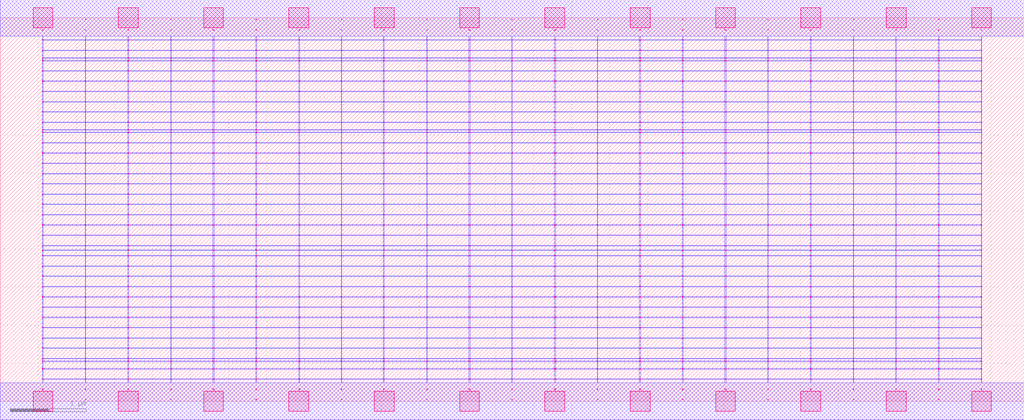
<source format=lef>
MACRO AOAOAAOI211112_DEBUG
 CLASS CORE ;
 FOREIGN AOAOAAOI211112_DEBUG 0 0 ;
 SIZE 13.44 BY 5.04 ;
 ORIGIN 0 0 ;
 SYMMETRY X Y R90 ;
 SITE unit ;

 OBS
    LAYER polycont ;
     RECT 6.71600000 0.15300000 6.72400000 0.16100000 ;
     RECT 6.71600000 0.28800000 6.72400000 0.29600000 ;
     RECT 6.71600000 0.42300000 6.72400000 0.43100000 ;
     RECT 6.71600000 0.52100000 6.72400000 0.52900000 ;
     RECT 6.71600000 0.55800000 6.72400000 0.56600000 ;
     RECT 6.71600000 0.69300000 6.72400000 0.70100000 ;
     RECT 6.71600000 0.82800000 6.72400000 0.83600000 ;
     RECT 6.71600000 0.96300000 6.72400000 0.97100000 ;
     RECT 6.71600000 1.09800000 6.72400000 1.10600000 ;
     RECT 6.71600000 1.23300000 6.72400000 1.24100000 ;
     RECT 6.71600000 1.36800000 6.72400000 1.37600000 ;
     RECT 6.71600000 1.50300000 6.72400000 1.51100000 ;
     RECT 6.71600000 1.63800000 6.72400000 1.64600000 ;
     RECT 6.71600000 1.77300000 6.72400000 1.78100000 ;
     RECT 6.71600000 1.90800000 6.72400000 1.91600000 ;
     RECT 6.71600000 1.98100000 6.72400000 1.98900000 ;
     RECT 6.71600000 2.04300000 6.72400000 2.05100000 ;
     RECT 6.71600000 2.17800000 6.72400000 2.18600000 ;
     RECT 6.71600000 2.31300000 6.72400000 2.32100000 ;
     RECT 6.71600000 2.44800000 6.72400000 2.45600000 ;
     RECT 6.71600000 2.58300000 6.72400000 2.59100000 ;
     RECT 6.71600000 2.71800000 6.72400000 2.72600000 ;
     RECT 6.71600000 2.85300000 6.72400000 2.86100000 ;
     RECT 6.71600000 2.98800000 6.72400000 2.99600000 ;
     RECT 11.19600000 3.79800000 11.20400000 3.80600000 ;
     RECT 11.75600000 3.79800000 11.76400000 3.80600000 ;
     RECT 12.31600000 3.79800000 12.32400000 3.80600000 ;
     RECT 12.87600000 3.79800000 12.88400000 3.80600000 ;
     RECT 11.19600000 3.93300000 11.20400000 3.94100000 ;
     RECT 11.75600000 3.93300000 11.76400000 3.94100000 ;
     RECT 12.31600000 3.93300000 12.32400000 3.94100000 ;
     RECT 12.87600000 3.93300000 12.88400000 3.94100000 ;
     RECT 11.19600000 4.06800000 11.20400000 4.07600000 ;
     RECT 11.75600000 4.06800000 11.76400000 4.07600000 ;
     RECT 12.31600000 4.06800000 12.32400000 4.07600000 ;
     RECT 12.87600000 4.06800000 12.88400000 4.07600000 ;
     RECT 11.19600000 4.20300000 11.20400000 4.21100000 ;
     RECT 11.75600000 4.20300000 11.76400000 4.21100000 ;
     RECT 12.31600000 4.20300000 12.32400000 4.21100000 ;
     RECT 12.87600000 4.20300000 12.88400000 4.21100000 ;
     RECT 11.19600000 4.33800000 11.20400000 4.34600000 ;
     RECT 11.75600000 4.33800000 11.76400000 4.34600000 ;
     RECT 12.31600000 4.33800000 12.32400000 4.34600000 ;
     RECT 12.87600000 4.33800000 12.88400000 4.34600000 ;
     RECT 11.19600000 4.47300000 11.20400000 4.48100000 ;
     RECT 11.75600000 4.47300000 11.76400000 4.48100000 ;
     RECT 12.31600000 4.47300000 12.32400000 4.48100000 ;
     RECT 12.87600000 4.47300000 12.88400000 4.48100000 ;
     RECT 11.19600000 4.51100000 11.20400000 4.51900000 ;
     RECT 11.75600000 4.51100000 11.76400000 4.51900000 ;
     RECT 12.31600000 4.51100000 12.32400000 4.51900000 ;
     RECT 12.87600000 4.51100000 12.88400000 4.51900000 ;
     RECT 11.19600000 4.60800000 11.20400000 4.61600000 ;
     RECT 11.75600000 4.60800000 11.76400000 4.61600000 ;
     RECT 12.31600000 4.60800000 12.32400000 4.61600000 ;
     RECT 12.87600000 4.60800000 12.88400000 4.61600000 ;
     RECT 11.19600000 4.74300000 11.20400000 4.75100000 ;
     RECT 11.75600000 4.74300000 11.76400000 4.75100000 ;
     RECT 12.31600000 4.74300000 12.32400000 4.75100000 ;
     RECT 12.87600000 4.74300000 12.88400000 4.75100000 ;
     RECT 11.19600000 4.87800000 11.20400000 4.88600000 ;
     RECT 11.75600000 4.87800000 11.76400000 4.88600000 ;
     RECT 12.31600000 4.87800000 12.32400000 4.88600000 ;
     RECT 12.87600000 4.87800000 12.88400000 4.88600000 ;
     RECT 8.95600000 2.58300000 8.96400000 2.59100000 ;
     RECT 9.51100000 2.58300000 9.52900000 2.59100000 ;
     RECT 7.27100000 2.58300000 7.28900000 2.59100000 ;
     RECT 7.27100000 2.71800000 7.28900000 2.72600000 ;
     RECT 7.83600000 2.71800000 7.84400000 2.72600000 ;
     RECT 8.39100000 2.71800000 8.40900000 2.72600000 ;
     RECT 8.95600000 2.71800000 8.96400000 2.72600000 ;
     RECT 9.51100000 2.71800000 9.52900000 2.72600000 ;
     RECT 7.83600000 2.58300000 7.84400000 2.59100000 ;
     RECT 7.27100000 2.85300000 7.28900000 2.86100000 ;
     RECT 7.83600000 2.85300000 7.84400000 2.86100000 ;
     RECT 8.39100000 2.85300000 8.40900000 2.86100000 ;
     RECT 8.95600000 2.85300000 8.96400000 2.86100000 ;
     RECT 9.51100000 2.85300000 9.52900000 2.86100000 ;
     RECT 8.39100000 2.58300000 8.40900000 2.59100000 ;
     RECT 7.27100000 2.98800000 7.28900000 2.99600000 ;
     RECT 7.83600000 2.98800000 7.84400000 2.99600000 ;
     RECT 8.39100000 2.98800000 8.40900000 2.99600000 ;
     RECT 8.95600000 2.98800000 8.96400000 2.99600000 ;
     RECT 9.51100000 2.98800000 9.52900000 2.99600000 ;
     RECT 11.19600000 3.56100000 11.20400000 3.56900000 ;
     RECT 11.75600000 3.56100000 11.76400000 3.56900000 ;
     RECT 12.31600000 3.56100000 12.32400000 3.56900000 ;
     RECT 12.87600000 3.56100000 12.88400000 3.56900000 ;
     RECT 11.19600000 3.66300000 11.20400000 3.67100000 ;
     RECT 11.75600000 3.66300000 11.76400000 3.67100000 ;
     RECT 12.31600000 3.66300000 12.32400000 3.67100000 ;
     RECT 12.87600000 3.66300000 12.88400000 3.67100000 ;
     RECT 10.07600000 2.58300000 10.08400000 2.59100000 ;
     RECT 10.63600000 2.58300000 10.64900000 2.59100000 ;
     RECT 11.19600000 2.58300000 11.20400000 2.59100000 ;
     RECT 11.75600000 2.58300000 11.76400000 2.59100000 ;
     RECT 12.31600000 2.58300000 12.32400000 2.59100000 ;
     RECT 12.87600000 2.58300000 12.88400000 2.59100000 ;
     RECT 10.07600000 2.85300000 10.08400000 2.86100000 ;
     RECT 10.63600000 2.85300000 10.64900000 2.86100000 ;
     RECT 11.19600000 2.85300000 11.20400000 2.86100000 ;
     RECT 11.75600000 2.85300000 11.76400000 2.86100000 ;
     RECT 12.31600000 2.85300000 12.32400000 2.86100000 ;
     RECT 12.87600000 2.85300000 12.88400000 2.86100000 ;
     RECT 10.07600000 2.71800000 10.08400000 2.72600000 ;
     RECT 10.63600000 2.71800000 10.64900000 2.72600000 ;
     RECT 11.19600000 2.71800000 11.20400000 2.72600000 ;
     RECT 11.75600000 2.71800000 11.76400000 2.72600000 ;
     RECT 12.31600000 2.71800000 12.32400000 2.72600000 ;
     RECT 12.87600000 2.71800000 12.88400000 2.72600000 ;
     RECT 10.07600000 2.98800000 10.08400000 2.99600000 ;
     RECT 10.63600000 2.98800000 10.64900000 2.99600000 ;
     RECT 11.19600000 2.98800000 11.20400000 2.99600000 ;
     RECT 11.75600000 2.98800000 11.76400000 2.99600000 ;
     RECT 12.31600000 2.98800000 12.32400000 2.99600000 ;
     RECT 12.87600000 2.98800000 12.88400000 2.99600000 ;
     RECT 11.19600000 3.12300000 11.20400000 3.13100000 ;
     RECT 11.75600000 3.12300000 11.76400000 3.13100000 ;
     RECT 12.31600000 3.12300000 12.32400000 3.13100000 ;
     RECT 12.87600000 3.12300000 12.88400000 3.13100000 ;
     RECT 11.19600000 3.25800000 11.20400000 3.26600000 ;
     RECT 11.75600000 3.25800000 11.76400000 3.26600000 ;
     RECT 12.31600000 3.25800000 12.32400000 3.26600000 ;
     RECT 12.87600000 3.25800000 12.88400000 3.26600000 ;
     RECT 11.19600000 3.39300000 11.20400000 3.40100000 ;
     RECT 11.75600000 3.39300000 11.76400000 3.40100000 ;
     RECT 12.31600000 3.39300000 12.32400000 3.40100000 ;
     RECT 12.87600000 3.39300000 12.88400000 3.40100000 ;
     RECT 11.19600000 3.52800000 11.20400000 3.53600000 ;
     RECT 11.75600000 3.52800000 11.76400000 3.53600000 ;
     RECT 12.31600000 3.52800000 12.32400000 3.53600000 ;
     RECT 12.87600000 3.52800000 12.88400000 3.53600000 ;
     RECT 4.47600000 3.56100000 4.48400000 3.56900000 ;
     RECT 5.03100000 2.71800000 5.04400000 2.72600000 ;
     RECT 5.59600000 2.71800000 5.60400000 2.72600000 ;
     RECT 6.15100000 2.71800000 6.16900000 2.72600000 ;
     RECT 1.11600000 2.58300000 1.12400000 2.59100000 ;
     RECT 4.47600000 3.66300000 4.48400000 3.67100000 ;
     RECT 1.67100000 2.58300000 1.68900000 2.59100000 ;
     RECT 0.55100000 2.98800000 0.56400000 2.99600000 ;
     RECT 1.11600000 2.98800000 1.12400000 2.99600000 ;
     RECT 1.67100000 2.98800000 1.68900000 2.99600000 ;
     RECT 4.47600000 3.79800000 4.48400000 3.80600000 ;
     RECT 2.23600000 2.98800000 2.24400000 2.99600000 ;
     RECT 2.79100000 2.98800000 2.80900000 2.99600000 ;
     RECT 3.35600000 2.98800000 3.36400000 2.99600000 ;
     RECT 3.91600000 2.98800000 3.92900000 2.99600000 ;
     RECT 4.47600000 3.93300000 4.48400000 3.94100000 ;
     RECT 4.47600000 2.98800000 4.48400000 2.99600000 ;
     RECT 5.03100000 2.98800000 5.04400000 2.99600000 ;
     RECT 5.59600000 2.98800000 5.60400000 2.99600000 ;
     RECT 6.15100000 2.98800000 6.16900000 2.99600000 ;
     RECT 4.47600000 4.06800000 4.48400000 4.07600000 ;
     RECT 2.23600000 2.58300000 2.24400000 2.59100000 ;
     RECT 2.79100000 2.58300000 2.80900000 2.59100000 ;
     RECT 3.35600000 2.58300000 3.36400000 2.59100000 ;
     RECT 3.91600000 2.58300000 3.92900000 2.59100000 ;
     RECT 4.47600000 4.20300000 4.48400000 4.21100000 ;
     RECT 4.47600000 2.58300000 4.48400000 2.59100000 ;
     RECT 5.03100000 2.58300000 5.04400000 2.59100000 ;
     RECT 5.59600000 2.58300000 5.60400000 2.59100000 ;
     RECT 6.15100000 2.58300000 6.16900000 2.59100000 ;
     RECT 4.47600000 4.33800000 4.48400000 4.34600000 ;
     RECT 0.55100000 2.58300000 0.56400000 2.59100000 ;
     RECT 0.55100000 2.71800000 0.56400000 2.72600000 ;
     RECT 0.55100000 2.85300000 0.56400000 2.86100000 ;
     RECT 1.11600000 2.85300000 1.12400000 2.86100000 ;
     RECT 4.47600000 4.47300000 4.48400000 4.48100000 ;
     RECT 4.47600000 3.12300000 4.48400000 3.13100000 ;
     RECT 1.67100000 2.85300000 1.68900000 2.86100000 ;
     RECT 2.23600000 2.85300000 2.24400000 2.86100000 ;
     RECT 2.79100000 2.85300000 2.80900000 2.86100000 ;
     RECT 4.47600000 4.51100000 4.48400000 4.51900000 ;
     RECT 3.35600000 2.85300000 3.36400000 2.86100000 ;
     RECT 4.47600000 3.25800000 4.48400000 3.26600000 ;
     RECT 3.91600000 2.85300000 3.92900000 2.86100000 ;
     RECT 4.47600000 2.85300000 4.48400000 2.86100000 ;
     RECT 4.47600000 4.60800000 4.48400000 4.61600000 ;
     RECT 5.03100000 2.85300000 5.04400000 2.86100000 ;
     RECT 5.59600000 2.85300000 5.60400000 2.86100000 ;
     RECT 4.47600000 3.39300000 4.48400000 3.40100000 ;
     RECT 6.15100000 2.85300000 6.16900000 2.86100000 ;
     RECT 4.47600000 4.74300000 4.48400000 4.75100000 ;
     RECT 1.11600000 2.71800000 1.12400000 2.72600000 ;
     RECT 1.67100000 2.71800000 1.68900000 2.72600000 ;
     RECT 2.23600000 2.71800000 2.24400000 2.72600000 ;
     RECT 4.47600000 3.52800000 4.48400000 3.53600000 ;
     RECT 4.47600000 4.87800000 4.48400000 4.88600000 ;
     RECT 2.79100000 2.71800000 2.80900000 2.72600000 ;
     RECT 3.35600000 2.71800000 3.36400000 2.72600000 ;
     RECT 3.91600000 2.71800000 3.92900000 2.72600000 ;
     RECT 4.47600000 2.71800000 4.48400000 2.72600000 ;
     RECT 3.35600000 2.04300000 3.36400000 2.05100000 ;
     RECT 3.35600000 1.09800000 3.36400000 1.10600000 ;
     RECT 3.35600000 2.17800000 3.36400000 2.18600000 ;
     RECT 3.35600000 0.55800000 3.36400000 0.56600000 ;
     RECT 3.35600000 2.31300000 3.36400000 2.32100000 ;
     RECT 3.35600000 1.23300000 3.36400000 1.24100000 ;
     RECT 3.35600000 2.44800000 3.36400000 2.45600000 ;
     RECT 3.35600000 0.42300000 3.36400000 0.43100000 ;
     RECT 3.35600000 1.36800000 3.36400000 1.37600000 ;
     RECT 3.35600000 0.69300000 3.36400000 0.70100000 ;
     RECT 3.35600000 1.50300000 3.36400000 1.51100000 ;
     RECT 3.35600000 0.28800000 3.36400000 0.29600000 ;
     RECT 3.35600000 1.63800000 3.36400000 1.64600000 ;
     RECT 3.35600000 0.82800000 3.36400000 0.83600000 ;
     RECT 3.35600000 1.77300000 3.36400000 1.78100000 ;
     RECT 3.35600000 0.52100000 3.36400000 0.52900000 ;
     RECT 3.35600000 1.90800000 3.36400000 1.91600000 ;
     RECT 3.35600000 0.96300000 3.36400000 0.97100000 ;
     RECT 3.35600000 1.98100000 3.36400000 1.98900000 ;
     RECT 3.35600000 0.15300000 3.36400000 0.16100000 ;
     RECT 10.07600000 1.50300000 10.08400000 1.51100000 ;
     RECT 10.07600000 2.17800000 10.08400000 2.18600000 ;
     RECT 10.07600000 0.52100000 10.08400000 0.52900000 ;
     RECT 10.07600000 0.69300000 10.08400000 0.70100000 ;
     RECT 10.07600000 2.31300000 10.08400000 2.32100000 ;
     RECT 10.07600000 1.63800000 10.08400000 1.64600000 ;
     RECT 10.07600000 1.09800000 10.08400000 1.10600000 ;
     RECT 10.07600000 2.44800000 10.08400000 2.45600000 ;
     RECT 10.07600000 0.42300000 10.08400000 0.43100000 ;
     RECT 10.07600000 1.77300000 10.08400000 1.78100000 ;
     RECT 10.07600000 0.15300000 10.08400000 0.16100000 ;
     RECT 10.07600000 1.23300000 10.08400000 1.24100000 ;
     RECT 10.07600000 1.90800000 10.08400000 1.91600000 ;
     RECT 10.07600000 0.82800000 10.08400000 0.83600000 ;
     RECT 10.07600000 0.55800000 10.08400000 0.56600000 ;
     RECT 10.07600000 1.98100000 10.08400000 1.98900000 ;
     RECT 10.07600000 1.36800000 10.08400000 1.37600000 ;
     RECT 10.07600000 0.28800000 10.08400000 0.29600000 ;
     RECT 10.07600000 2.04300000 10.08400000 2.05100000 ;
     RECT 10.07600000 0.96300000 10.08400000 0.97100000 ;

    LAYER pdiffc ;
     RECT 0.55100000 3.39300000 0.55900000 3.40100000 ;
     RECT 3.92100000 3.39300000 3.92900000 3.40100000 ;
     RECT 5.03100000 3.39300000 5.03900000 3.40100000 ;
     RECT 10.64100000 3.39300000 10.64900000 3.40100000 ;
     RECT 0.55100000 3.52800000 0.55900000 3.53600000 ;
     RECT 3.92100000 3.52800000 3.92900000 3.53600000 ;
     RECT 5.03100000 3.52800000 5.03900000 3.53600000 ;
     RECT 10.64100000 3.52800000 10.64900000 3.53600000 ;
     RECT 0.55100000 3.56100000 0.55900000 3.56900000 ;
     RECT 3.92100000 3.56100000 3.92900000 3.56900000 ;
     RECT 5.03100000 3.56100000 5.03900000 3.56900000 ;
     RECT 10.64100000 3.56100000 10.64900000 3.56900000 ;
     RECT 0.55100000 3.66300000 0.55900000 3.67100000 ;
     RECT 3.92100000 3.66300000 3.92900000 3.67100000 ;
     RECT 5.03100000 3.66300000 5.03900000 3.67100000 ;
     RECT 10.64100000 3.66300000 10.64900000 3.67100000 ;
     RECT 0.55100000 3.79800000 0.55900000 3.80600000 ;
     RECT 3.92100000 3.79800000 3.92900000 3.80600000 ;
     RECT 5.03100000 3.79800000 5.03900000 3.80600000 ;
     RECT 10.64100000 3.79800000 10.64900000 3.80600000 ;
     RECT 0.55100000 3.93300000 0.55900000 3.94100000 ;
     RECT 3.92100000 3.93300000 3.92900000 3.94100000 ;
     RECT 5.03100000 3.93300000 5.03900000 3.94100000 ;
     RECT 10.64100000 3.93300000 10.64900000 3.94100000 ;
     RECT 0.55100000 4.06800000 0.55900000 4.07600000 ;
     RECT 3.92100000 4.06800000 3.92900000 4.07600000 ;
     RECT 5.03100000 4.06800000 5.03900000 4.07600000 ;
     RECT 10.64100000 4.06800000 10.64900000 4.07600000 ;
     RECT 0.55100000 4.20300000 0.55900000 4.21100000 ;
     RECT 3.92100000 4.20300000 3.92900000 4.21100000 ;
     RECT 5.03100000 4.20300000 5.03900000 4.21100000 ;
     RECT 10.64100000 4.20300000 10.64900000 4.21100000 ;
     RECT 0.55100000 4.33800000 0.55900000 4.34600000 ;
     RECT 3.92100000 4.33800000 3.92900000 4.34600000 ;
     RECT 5.03100000 4.33800000 5.03900000 4.34600000 ;
     RECT 10.64100000 4.33800000 10.64900000 4.34600000 ;
     RECT 0.55100000 4.47300000 0.55900000 4.48100000 ;
     RECT 3.92100000 4.47300000 3.92900000 4.48100000 ;
     RECT 5.03100000 4.47300000 5.03900000 4.48100000 ;
     RECT 10.64100000 4.47300000 10.64900000 4.48100000 ;
     RECT 0.55100000 4.51100000 0.55900000 4.51900000 ;
     RECT 3.92100000 4.51100000 3.92900000 4.51900000 ;
     RECT 5.03100000 4.51100000 5.03900000 4.51900000 ;
     RECT 10.64100000 4.51100000 10.64900000 4.51900000 ;
     RECT 0.55100000 4.60800000 0.55900000 4.61600000 ;
     RECT 3.92100000 4.60800000 3.92900000 4.61600000 ;
     RECT 5.03100000 4.60800000 5.03900000 4.61600000 ;
     RECT 10.64100000 4.60800000 10.64900000 4.61600000 ;

    LAYER ndiffc ;
     RECT 7.27100000 0.42300000 7.28900000 0.43100000 ;
     RECT 8.39100000 0.42300000 8.40900000 0.43100000 ;
     RECT 9.51100000 0.42300000 9.52900000 0.43100000 ;
     RECT 10.63600000 0.42300000 10.64900000 0.43100000 ;
     RECT 11.75600000 0.42300000 11.76400000 0.43100000 ;
     RECT 12.87600000 0.42300000 12.88400000 0.43100000 ;
     RECT 7.27100000 0.52100000 7.28900000 0.52900000 ;
     RECT 8.39100000 0.52100000 8.40900000 0.52900000 ;
     RECT 9.51100000 0.52100000 9.52900000 0.52900000 ;
     RECT 10.63600000 0.52100000 10.64900000 0.52900000 ;
     RECT 11.75600000 0.52100000 11.76400000 0.52900000 ;
     RECT 12.87600000 0.52100000 12.88400000 0.52900000 ;
     RECT 7.27100000 0.55800000 7.28900000 0.56600000 ;
     RECT 8.39100000 0.55800000 8.40900000 0.56600000 ;
     RECT 9.51100000 0.55800000 9.52900000 0.56600000 ;
     RECT 10.63600000 0.55800000 10.64900000 0.56600000 ;
     RECT 11.75600000 0.55800000 11.76400000 0.56600000 ;
     RECT 12.87600000 0.55800000 12.88400000 0.56600000 ;
     RECT 7.27100000 0.69300000 7.28900000 0.70100000 ;
     RECT 8.39100000 0.69300000 8.40900000 0.70100000 ;
     RECT 9.51100000 0.69300000 9.52900000 0.70100000 ;
     RECT 10.63600000 0.69300000 10.64900000 0.70100000 ;
     RECT 11.75600000 0.69300000 11.76400000 0.70100000 ;
     RECT 12.87600000 0.69300000 12.88400000 0.70100000 ;
     RECT 7.27100000 0.82800000 7.28900000 0.83600000 ;
     RECT 8.39100000 0.82800000 8.40900000 0.83600000 ;
     RECT 9.51100000 0.82800000 9.52900000 0.83600000 ;
     RECT 10.63600000 0.82800000 10.64900000 0.83600000 ;
     RECT 11.75600000 0.82800000 11.76400000 0.83600000 ;
     RECT 12.87600000 0.82800000 12.88400000 0.83600000 ;
     RECT 7.27100000 0.96300000 7.28900000 0.97100000 ;
     RECT 8.39100000 0.96300000 8.40900000 0.97100000 ;
     RECT 9.51100000 0.96300000 9.52900000 0.97100000 ;
     RECT 10.63600000 0.96300000 10.64900000 0.97100000 ;
     RECT 11.75600000 0.96300000 11.76400000 0.97100000 ;
     RECT 12.87600000 0.96300000 12.88400000 0.97100000 ;
     RECT 7.27100000 1.09800000 7.28900000 1.10600000 ;
     RECT 8.39100000 1.09800000 8.40900000 1.10600000 ;
     RECT 9.51100000 1.09800000 9.52900000 1.10600000 ;
     RECT 10.63600000 1.09800000 10.64900000 1.10600000 ;
     RECT 11.75600000 1.09800000 11.76400000 1.10600000 ;
     RECT 12.87600000 1.09800000 12.88400000 1.10600000 ;
     RECT 7.27100000 1.23300000 7.28900000 1.24100000 ;
     RECT 8.39100000 1.23300000 8.40900000 1.24100000 ;
     RECT 9.51100000 1.23300000 9.52900000 1.24100000 ;
     RECT 10.63600000 1.23300000 10.64900000 1.24100000 ;
     RECT 11.75600000 1.23300000 11.76400000 1.24100000 ;
     RECT 12.87600000 1.23300000 12.88400000 1.24100000 ;
     RECT 7.27100000 1.36800000 7.28900000 1.37600000 ;
     RECT 8.39100000 1.36800000 8.40900000 1.37600000 ;
     RECT 9.51100000 1.36800000 9.52900000 1.37600000 ;
     RECT 10.63600000 1.36800000 10.64900000 1.37600000 ;
     RECT 11.75600000 1.36800000 11.76400000 1.37600000 ;
     RECT 12.87600000 1.36800000 12.88400000 1.37600000 ;
     RECT 7.27100000 1.50300000 7.28900000 1.51100000 ;
     RECT 8.39100000 1.50300000 8.40900000 1.51100000 ;
     RECT 9.51100000 1.50300000 9.52900000 1.51100000 ;
     RECT 10.63600000 1.50300000 10.64900000 1.51100000 ;
     RECT 11.75600000 1.50300000 11.76400000 1.51100000 ;
     RECT 12.87600000 1.50300000 12.88400000 1.51100000 ;
     RECT 7.27100000 1.63800000 7.28900000 1.64600000 ;
     RECT 8.39100000 1.63800000 8.40900000 1.64600000 ;
     RECT 9.51100000 1.63800000 9.52900000 1.64600000 ;
     RECT 10.63600000 1.63800000 10.64900000 1.64600000 ;
     RECT 11.75600000 1.63800000 11.76400000 1.64600000 ;
     RECT 12.87600000 1.63800000 12.88400000 1.64600000 ;
     RECT 7.27100000 1.77300000 7.28900000 1.78100000 ;
     RECT 8.39100000 1.77300000 8.40900000 1.78100000 ;
     RECT 9.51100000 1.77300000 9.52900000 1.78100000 ;
     RECT 10.63600000 1.77300000 10.64900000 1.78100000 ;
     RECT 11.75600000 1.77300000 11.76400000 1.78100000 ;
     RECT 12.87600000 1.77300000 12.88400000 1.78100000 ;
     RECT 7.27100000 1.90800000 7.28900000 1.91600000 ;
     RECT 8.39100000 1.90800000 8.40900000 1.91600000 ;
     RECT 9.51100000 1.90800000 9.52900000 1.91600000 ;
     RECT 10.63600000 1.90800000 10.64900000 1.91600000 ;
     RECT 11.75600000 1.90800000 11.76400000 1.91600000 ;
     RECT 12.87600000 1.90800000 12.88400000 1.91600000 ;
     RECT 7.27100000 1.98100000 7.28900000 1.98900000 ;
     RECT 8.39100000 1.98100000 8.40900000 1.98900000 ;
     RECT 9.51100000 1.98100000 9.52900000 1.98900000 ;
     RECT 10.63600000 1.98100000 10.64900000 1.98900000 ;
     RECT 11.75600000 1.98100000 11.76400000 1.98900000 ;
     RECT 12.87600000 1.98100000 12.88400000 1.98900000 ;
     RECT 7.27100000 2.04300000 7.28900000 2.05100000 ;
     RECT 8.39100000 2.04300000 8.40900000 2.05100000 ;
     RECT 9.51100000 2.04300000 9.52900000 2.05100000 ;
     RECT 10.63600000 2.04300000 10.64900000 2.05100000 ;
     RECT 11.75600000 2.04300000 11.76400000 2.05100000 ;
     RECT 12.87600000 2.04300000 12.88400000 2.05100000 ;
     RECT 0.55100000 0.42300000 0.56400000 0.43100000 ;
     RECT 1.67100000 0.42300000 1.68900000 0.43100000 ;
     RECT 2.79100000 0.42300000 2.80900000 0.43100000 ;
     RECT 3.91600000 0.42300000 3.92900000 0.43100000 ;
     RECT 5.03100000 0.42300000 5.04400000 0.43100000 ;
     RECT 6.15100000 0.42300000 6.16900000 0.43100000 ;
     RECT 0.55100000 1.36800000 0.56400000 1.37600000 ;
     RECT 1.67100000 1.36800000 1.68900000 1.37600000 ;
     RECT 2.79100000 1.36800000 2.80900000 1.37600000 ;
     RECT 3.91600000 1.36800000 3.92900000 1.37600000 ;
     RECT 5.03100000 1.36800000 5.04400000 1.37600000 ;
     RECT 6.15100000 1.36800000 6.16900000 1.37600000 ;
     RECT 0.55100000 0.82800000 0.56400000 0.83600000 ;
     RECT 1.67100000 0.82800000 1.68900000 0.83600000 ;
     RECT 2.79100000 0.82800000 2.80900000 0.83600000 ;
     RECT 3.91600000 0.82800000 3.92900000 0.83600000 ;
     RECT 5.03100000 0.82800000 5.04400000 0.83600000 ;
     RECT 6.15100000 0.82800000 6.16900000 0.83600000 ;
     RECT 0.55100000 1.50300000 0.56400000 1.51100000 ;
     RECT 1.67100000 1.50300000 1.68900000 1.51100000 ;
     RECT 2.79100000 1.50300000 2.80900000 1.51100000 ;
     RECT 3.91600000 1.50300000 3.92900000 1.51100000 ;
     RECT 5.03100000 1.50300000 5.04400000 1.51100000 ;
     RECT 6.15100000 1.50300000 6.16900000 1.51100000 ;
     RECT 0.55100000 0.55800000 0.56400000 0.56600000 ;
     RECT 1.67100000 0.55800000 1.68900000 0.56600000 ;
     RECT 2.79100000 0.55800000 2.80900000 0.56600000 ;
     RECT 3.91600000 0.55800000 3.92900000 0.56600000 ;
     RECT 5.03100000 0.55800000 5.04400000 0.56600000 ;
     RECT 6.15100000 0.55800000 6.16900000 0.56600000 ;
     RECT 0.55100000 1.63800000 0.56400000 1.64600000 ;
     RECT 1.67100000 1.63800000 1.68900000 1.64600000 ;
     RECT 2.79100000 1.63800000 2.80900000 1.64600000 ;
     RECT 3.91600000 1.63800000 3.92900000 1.64600000 ;
     RECT 5.03100000 1.63800000 5.04400000 1.64600000 ;
     RECT 6.15100000 1.63800000 6.16900000 1.64600000 ;
     RECT 0.55100000 0.96300000 0.56400000 0.97100000 ;
     RECT 1.67100000 0.96300000 1.68900000 0.97100000 ;
     RECT 2.79100000 0.96300000 2.80900000 0.97100000 ;
     RECT 3.91600000 0.96300000 3.92900000 0.97100000 ;
     RECT 5.03100000 0.96300000 5.04400000 0.97100000 ;
     RECT 6.15100000 0.96300000 6.16900000 0.97100000 ;
     RECT 0.55100000 1.77300000 0.56400000 1.78100000 ;
     RECT 1.67100000 1.77300000 1.68900000 1.78100000 ;
     RECT 2.79100000 1.77300000 2.80900000 1.78100000 ;
     RECT 3.91600000 1.77300000 3.92900000 1.78100000 ;
     RECT 5.03100000 1.77300000 5.04400000 1.78100000 ;
     RECT 6.15100000 1.77300000 6.16900000 1.78100000 ;
     RECT 0.55100000 0.52100000 0.56400000 0.52900000 ;
     RECT 1.67100000 0.52100000 1.68900000 0.52900000 ;
     RECT 2.79100000 0.52100000 2.80900000 0.52900000 ;
     RECT 3.91600000 0.52100000 3.92900000 0.52900000 ;
     RECT 5.03100000 0.52100000 5.04400000 0.52900000 ;
     RECT 6.15100000 0.52100000 6.16900000 0.52900000 ;
     RECT 0.55100000 1.90800000 0.56400000 1.91600000 ;
     RECT 1.67100000 1.90800000 1.68900000 1.91600000 ;
     RECT 2.79100000 1.90800000 2.80900000 1.91600000 ;
     RECT 3.91600000 1.90800000 3.92900000 1.91600000 ;
     RECT 5.03100000 1.90800000 5.04400000 1.91600000 ;
     RECT 6.15100000 1.90800000 6.16900000 1.91600000 ;
     RECT 0.55100000 1.09800000 0.56400000 1.10600000 ;
     RECT 1.67100000 1.09800000 1.68900000 1.10600000 ;
     RECT 2.79100000 1.09800000 2.80900000 1.10600000 ;
     RECT 3.91600000 1.09800000 3.92900000 1.10600000 ;
     RECT 5.03100000 1.09800000 5.04400000 1.10600000 ;
     RECT 6.15100000 1.09800000 6.16900000 1.10600000 ;
     RECT 0.55100000 1.98100000 0.56400000 1.98900000 ;
     RECT 1.67100000 1.98100000 1.68900000 1.98900000 ;
     RECT 2.79100000 1.98100000 2.80900000 1.98900000 ;
     RECT 3.91600000 1.98100000 3.92900000 1.98900000 ;
     RECT 5.03100000 1.98100000 5.04400000 1.98900000 ;
     RECT 6.15100000 1.98100000 6.16900000 1.98900000 ;
     RECT 0.55100000 0.69300000 0.56400000 0.70100000 ;
     RECT 1.67100000 0.69300000 1.68900000 0.70100000 ;
     RECT 2.79100000 0.69300000 2.80900000 0.70100000 ;
     RECT 3.91600000 0.69300000 3.92900000 0.70100000 ;
     RECT 5.03100000 0.69300000 5.04400000 0.70100000 ;
     RECT 6.15100000 0.69300000 6.16900000 0.70100000 ;
     RECT 0.55100000 2.04300000 0.56400000 2.05100000 ;
     RECT 1.67100000 2.04300000 1.68900000 2.05100000 ;
     RECT 2.79100000 2.04300000 2.80900000 2.05100000 ;
     RECT 3.91600000 2.04300000 3.92900000 2.05100000 ;
     RECT 5.03100000 2.04300000 5.04400000 2.05100000 ;
     RECT 6.15100000 2.04300000 6.16900000 2.05100000 ;
     RECT 0.55100000 1.23300000 0.56400000 1.24100000 ;
     RECT 1.67100000 1.23300000 1.68900000 1.24100000 ;
     RECT 2.79100000 1.23300000 2.80900000 1.24100000 ;
     RECT 3.91600000 1.23300000 3.92900000 1.24100000 ;
     RECT 5.03100000 1.23300000 5.04400000 1.24100000 ;
     RECT 6.15100000 1.23300000 6.16900000 1.24100000 ;

    LAYER met1 ;
     RECT 0.00000000 -0.24000000 13.44000000 0.24000000 ;
     RECT 6.71600000 0.24000000 6.72400000 0.28800000 ;
     RECT 0.55100000 0.28800000 12.88400000 0.29600000 ;
     RECT 6.71600000 0.29600000 6.72400000 0.42300000 ;
     RECT 0.55100000 0.42300000 12.88400000 0.43100000 ;
     RECT 6.71600000 0.43100000 6.72400000 0.52100000 ;
     RECT 0.55100000 0.52100000 12.88400000 0.52900000 ;
     RECT 6.71600000 0.52900000 6.72400000 0.55800000 ;
     RECT 0.55100000 0.55800000 12.88400000 0.56600000 ;
     RECT 6.71600000 0.56600000 6.72400000 0.69300000 ;
     RECT 0.55100000 0.69300000 12.88400000 0.70100000 ;
     RECT 6.71600000 0.70100000 6.72400000 0.82800000 ;
     RECT 0.55100000 0.82800000 12.88400000 0.83600000 ;
     RECT 6.71600000 0.83600000 6.72400000 0.96300000 ;
     RECT 0.55100000 0.96300000 12.88400000 0.97100000 ;
     RECT 6.71600000 0.97100000 6.72400000 1.09800000 ;
     RECT 0.55100000 1.09800000 12.88400000 1.10600000 ;
     RECT 6.71600000 1.10600000 6.72400000 1.23300000 ;
     RECT 0.55100000 1.23300000 12.88400000 1.24100000 ;
     RECT 6.71600000 1.24100000 6.72400000 1.36800000 ;
     RECT 0.55100000 1.36800000 12.88400000 1.37600000 ;
     RECT 6.71600000 1.37600000 6.72400000 1.50300000 ;
     RECT 0.55100000 1.50300000 12.88400000 1.51100000 ;
     RECT 6.71600000 1.51100000 6.72400000 1.63800000 ;
     RECT 0.55100000 1.63800000 12.88400000 1.64600000 ;
     RECT 6.71600000 1.64600000 6.72400000 1.77300000 ;
     RECT 0.55100000 1.77300000 12.88400000 1.78100000 ;
     RECT 6.71600000 1.78100000 6.72400000 1.90800000 ;
     RECT 0.55100000 1.90800000 12.88400000 1.91600000 ;
     RECT 6.71600000 1.91600000 6.72400000 1.98100000 ;
     RECT 0.55100000 1.98100000 12.88400000 1.98900000 ;
     RECT 6.71600000 1.98900000 6.72400000 2.04300000 ;
     RECT 0.55100000 2.04300000 12.88400000 2.05100000 ;
     RECT 6.71600000 2.05100000 6.72400000 2.17800000 ;
     RECT 0.55100000 2.17800000 12.88400000 2.18600000 ;
     RECT 6.71600000 2.18600000 6.72400000 2.31300000 ;
     RECT 0.55100000 2.31300000 12.88400000 2.32100000 ;
     RECT 6.71600000 2.32100000 6.72400000 2.44800000 ;
     RECT 0.55100000 2.44800000 12.88400000 2.45600000 ;
     RECT 0.55100000 2.45600000 0.56400000 2.58300000 ;
     RECT 1.11600000 2.45600000 1.12400000 2.58300000 ;
     RECT 1.67100000 2.45600000 1.68900000 2.58300000 ;
     RECT 2.23600000 2.45600000 2.24400000 2.58300000 ;
     RECT 2.79100000 2.45600000 2.80900000 2.58300000 ;
     RECT 3.35600000 2.45600000 3.36400000 2.58300000 ;
     RECT 3.91600000 2.45600000 3.92900000 2.58300000 ;
     RECT 4.47600000 2.45600000 4.48400000 2.58300000 ;
     RECT 5.03100000 2.45600000 5.04400000 2.58300000 ;
     RECT 5.59600000 2.45600000 5.60400000 2.58300000 ;
     RECT 6.15100000 2.45600000 6.16900000 2.58300000 ;
     RECT 6.71600000 2.45600000 6.72400000 2.58300000 ;
     RECT 7.27100000 2.45600000 7.28900000 2.58300000 ;
     RECT 7.83600000 2.45600000 7.84400000 2.58300000 ;
     RECT 8.39100000 2.45600000 8.40900000 2.58300000 ;
     RECT 8.95600000 2.45600000 8.96400000 2.58300000 ;
     RECT 9.51100000 2.45600000 9.52900000 2.58300000 ;
     RECT 10.07600000 2.45600000 10.08400000 2.58300000 ;
     RECT 10.63600000 2.45600000 10.64900000 2.58300000 ;
     RECT 11.19600000 2.45600000 11.20400000 2.58300000 ;
     RECT 11.75600000 2.45600000 11.76400000 2.58300000 ;
     RECT 12.31600000 2.45600000 12.32400000 2.58300000 ;
     RECT 12.87600000 2.45600000 12.88400000 2.58300000 ;
     RECT 0.55100000 2.58300000 12.88400000 2.59100000 ;
     RECT 6.71600000 2.59100000 6.72400000 2.71800000 ;
     RECT 0.55100000 2.71800000 12.88400000 2.72600000 ;
     RECT 6.71600000 2.72600000 6.72400000 2.85300000 ;
     RECT 0.55100000 2.85300000 12.88400000 2.86100000 ;
     RECT 6.71600000 2.86100000 6.72400000 2.98800000 ;
     RECT 0.55100000 2.98800000 12.88400000 2.99600000 ;
     RECT 6.71600000 2.99600000 6.72400000 3.12300000 ;
     RECT 0.55100000 3.12300000 12.88400000 3.13100000 ;
     RECT 6.71600000 3.13100000 6.72400000 3.25800000 ;
     RECT 0.55100000 3.25800000 12.88400000 3.26600000 ;
     RECT 6.71600000 3.26600000 6.72400000 3.39300000 ;
     RECT 0.55100000 3.39300000 12.88400000 3.40100000 ;
     RECT 6.71600000 3.40100000 6.72400000 3.52800000 ;
     RECT 0.55100000 3.52800000 12.88400000 3.53600000 ;
     RECT 6.71600000 3.53600000 6.72400000 3.56100000 ;
     RECT 0.55100000 3.56100000 12.88400000 3.56900000 ;
     RECT 6.71600000 3.56900000 6.72400000 3.66300000 ;
     RECT 0.55100000 3.66300000 12.88400000 3.67100000 ;
     RECT 6.71600000 3.67100000 6.72400000 3.79800000 ;
     RECT 0.55100000 3.79800000 12.88400000 3.80600000 ;
     RECT 6.71600000 3.80600000 6.72400000 3.93300000 ;
     RECT 0.55100000 3.93300000 12.88400000 3.94100000 ;
     RECT 6.71600000 3.94100000 6.72400000 4.06800000 ;
     RECT 0.55100000 4.06800000 12.88400000 4.07600000 ;
     RECT 6.71600000 4.07600000 6.72400000 4.20300000 ;
     RECT 0.55100000 4.20300000 12.88400000 4.21100000 ;
     RECT 6.71600000 4.21100000 6.72400000 4.33800000 ;
     RECT 0.55100000 4.33800000 12.88400000 4.34600000 ;
     RECT 6.71600000 4.34600000 6.72400000 4.47300000 ;
     RECT 0.55100000 4.47300000 12.88400000 4.48100000 ;
     RECT 6.71600000 4.48100000 6.72400000 4.51100000 ;
     RECT 0.55100000 4.51100000 12.88400000 4.51900000 ;
     RECT 6.71600000 4.51900000 6.72400000 4.60800000 ;
     RECT 0.55100000 4.60800000 12.88400000 4.61600000 ;
     RECT 6.71600000 4.61600000 6.72400000 4.74300000 ;
     RECT 0.55100000 4.74300000 12.88400000 4.75100000 ;
     RECT 6.71600000 4.75100000 6.72400000 4.80000000 ;
     RECT 0.00000000 4.80000000 13.44000000 5.28000000 ;
     RECT 10.07600000 2.59100000 10.08400000 2.71800000 ;
     RECT 10.07600000 2.99600000 10.08400000 3.12300000 ;
     RECT 10.07600000 3.13100000 10.08400000 3.25800000 ;
     RECT 10.07600000 3.26600000 10.08400000 3.39300000 ;
     RECT 10.07600000 3.40100000 10.08400000 3.52800000 ;
     RECT 10.07600000 3.53600000 10.08400000 3.56100000 ;
     RECT 10.07600000 3.56900000 10.08400000 3.66300000 ;
     RECT 10.07600000 3.67100000 10.08400000 3.79800000 ;
     RECT 10.07600000 2.72600000 10.08400000 2.85300000 ;
     RECT 7.27100000 3.80600000 7.28900000 3.93300000 ;
     RECT 7.83600000 3.80600000 7.84400000 3.93300000 ;
     RECT 8.39100000 3.80600000 8.40900000 3.93300000 ;
     RECT 8.95600000 3.80600000 8.96400000 3.93300000 ;
     RECT 9.51100000 3.80600000 9.52900000 3.93300000 ;
     RECT 10.07600000 3.80600000 10.08400000 3.93300000 ;
     RECT 10.63600000 3.80600000 10.64900000 3.93300000 ;
     RECT 11.19600000 3.80600000 11.20400000 3.93300000 ;
     RECT 11.75600000 3.80600000 11.76400000 3.93300000 ;
     RECT 12.31600000 3.80600000 12.32400000 3.93300000 ;
     RECT 12.87600000 3.80600000 12.88400000 3.93300000 ;
     RECT 10.07600000 3.94100000 10.08400000 4.06800000 ;
     RECT 10.07600000 4.07600000 10.08400000 4.20300000 ;
     RECT 10.07600000 4.21100000 10.08400000 4.33800000 ;
     RECT 10.07600000 4.34600000 10.08400000 4.47300000 ;
     RECT 10.07600000 4.48100000 10.08400000 4.51100000 ;
     RECT 10.07600000 2.86100000 10.08400000 2.98800000 ;
     RECT 10.07600000 4.51900000 10.08400000 4.60800000 ;
     RECT 10.07600000 4.61600000 10.08400000 4.74300000 ;
     RECT 10.07600000 4.75100000 10.08400000 4.80000000 ;
     RECT 11.75600000 4.07600000 11.76400000 4.20300000 ;
     RECT 12.31600000 4.07600000 12.32400000 4.20300000 ;
     RECT 12.87600000 4.07600000 12.88400000 4.20300000 ;
     RECT 11.19600000 3.94100000 11.20400000 4.06800000 ;
     RECT 10.63600000 4.21100000 10.64900000 4.33800000 ;
     RECT 11.19600000 4.21100000 11.20400000 4.33800000 ;
     RECT 11.75600000 4.21100000 11.76400000 4.33800000 ;
     RECT 12.31600000 4.21100000 12.32400000 4.33800000 ;
     RECT 12.87600000 4.21100000 12.88400000 4.33800000 ;
     RECT 11.75600000 3.94100000 11.76400000 4.06800000 ;
     RECT 10.63600000 4.34600000 10.64900000 4.47300000 ;
     RECT 11.19600000 4.34600000 11.20400000 4.47300000 ;
     RECT 11.75600000 4.34600000 11.76400000 4.47300000 ;
     RECT 12.31600000 4.34600000 12.32400000 4.47300000 ;
     RECT 12.87600000 4.34600000 12.88400000 4.47300000 ;
     RECT 12.31600000 3.94100000 12.32400000 4.06800000 ;
     RECT 10.63600000 4.48100000 10.64900000 4.51100000 ;
     RECT 11.19600000 4.48100000 11.20400000 4.51100000 ;
     RECT 11.75600000 4.48100000 11.76400000 4.51100000 ;
     RECT 12.31600000 4.48100000 12.32400000 4.51100000 ;
     RECT 12.87600000 4.48100000 12.88400000 4.51100000 ;
     RECT 12.87600000 3.94100000 12.88400000 4.06800000 ;
     RECT 10.63600000 3.94100000 10.64900000 4.06800000 ;
     RECT 10.63600000 4.51900000 10.64900000 4.60800000 ;
     RECT 11.19600000 4.51900000 11.20400000 4.60800000 ;
     RECT 11.75600000 4.51900000 11.76400000 4.60800000 ;
     RECT 12.31600000 4.51900000 12.32400000 4.60800000 ;
     RECT 12.87600000 4.51900000 12.88400000 4.60800000 ;
     RECT 10.63600000 4.07600000 10.64900000 4.20300000 ;
     RECT 10.63600000 4.61600000 10.64900000 4.74300000 ;
     RECT 11.19600000 4.61600000 11.20400000 4.74300000 ;
     RECT 11.75600000 4.61600000 11.76400000 4.74300000 ;
     RECT 12.31600000 4.61600000 12.32400000 4.74300000 ;
     RECT 12.87600000 4.61600000 12.88400000 4.74300000 ;
     RECT 11.19600000 4.07600000 11.20400000 4.20300000 ;
     RECT 10.63600000 4.75100000 10.64900000 4.80000000 ;
     RECT 11.19600000 4.75100000 11.20400000 4.80000000 ;
     RECT 11.75600000 4.75100000 11.76400000 4.80000000 ;
     RECT 12.31600000 4.75100000 12.32400000 4.80000000 ;
     RECT 12.87600000 4.75100000 12.88400000 4.80000000 ;
     RECT 8.39100000 4.21100000 8.40900000 4.33800000 ;
     RECT 8.95600000 4.21100000 8.96400000 4.33800000 ;
     RECT 9.51100000 4.21100000 9.52900000 4.33800000 ;
     RECT 7.83600000 4.07600000 7.84400000 4.20300000 ;
     RECT 8.39100000 4.07600000 8.40900000 4.20300000 ;
     RECT 8.95600000 4.07600000 8.96400000 4.20300000 ;
     RECT 9.51100000 4.07600000 9.52900000 4.20300000 ;
     RECT 7.27100000 4.51900000 7.28900000 4.60800000 ;
     RECT 7.83600000 4.51900000 7.84400000 4.60800000 ;
     RECT 8.39100000 4.51900000 8.40900000 4.60800000 ;
     RECT 8.95600000 4.51900000 8.96400000 4.60800000 ;
     RECT 9.51100000 4.51900000 9.52900000 4.60800000 ;
     RECT 7.83600000 3.94100000 7.84400000 4.06800000 ;
     RECT 8.39100000 3.94100000 8.40900000 4.06800000 ;
     RECT 7.27100000 4.34600000 7.28900000 4.47300000 ;
     RECT 7.83600000 4.34600000 7.84400000 4.47300000 ;
     RECT 8.39100000 4.34600000 8.40900000 4.47300000 ;
     RECT 8.95600000 4.34600000 8.96400000 4.47300000 ;
     RECT 7.27100000 4.61600000 7.28900000 4.74300000 ;
     RECT 7.83600000 4.61600000 7.84400000 4.74300000 ;
     RECT 8.39100000 4.61600000 8.40900000 4.74300000 ;
     RECT 8.95600000 4.61600000 8.96400000 4.74300000 ;
     RECT 9.51100000 4.61600000 9.52900000 4.74300000 ;
     RECT 9.51100000 4.34600000 9.52900000 4.47300000 ;
     RECT 8.95600000 3.94100000 8.96400000 4.06800000 ;
     RECT 9.51100000 3.94100000 9.52900000 4.06800000 ;
     RECT 7.27100000 3.94100000 7.28900000 4.06800000 ;
     RECT 7.27100000 4.07600000 7.28900000 4.20300000 ;
     RECT 7.27100000 4.21100000 7.28900000 4.33800000 ;
     RECT 7.27100000 4.75100000 7.28900000 4.80000000 ;
     RECT 7.83600000 4.75100000 7.84400000 4.80000000 ;
     RECT 8.39100000 4.75100000 8.40900000 4.80000000 ;
     RECT 8.95600000 4.75100000 8.96400000 4.80000000 ;
     RECT 9.51100000 4.75100000 9.52900000 4.80000000 ;
     RECT 7.83600000 4.21100000 7.84400000 4.33800000 ;
     RECT 7.27100000 4.48100000 7.28900000 4.51100000 ;
     RECT 7.83600000 4.48100000 7.84400000 4.51100000 ;
     RECT 8.39100000 4.48100000 8.40900000 4.51100000 ;
     RECT 8.95600000 4.48100000 8.96400000 4.51100000 ;
     RECT 9.51100000 4.48100000 9.52900000 4.51100000 ;
     RECT 7.83600000 2.99600000 7.84400000 3.12300000 ;
     RECT 7.27100000 2.59100000 7.28900000 2.71800000 ;
     RECT 8.39100000 2.86100000 8.40900000 2.98800000 ;
     RECT 8.95600000 2.86100000 8.96400000 2.98800000 ;
     RECT 7.27100000 3.40100000 7.28900000 3.52800000 ;
     RECT 7.83600000 3.40100000 7.84400000 3.52800000 ;
     RECT 8.39100000 3.40100000 8.40900000 3.52800000 ;
     RECT 8.95600000 3.40100000 8.96400000 3.52800000 ;
     RECT 9.51100000 3.40100000 9.52900000 3.52800000 ;
     RECT 8.39100000 2.99600000 8.40900000 3.12300000 ;
     RECT 7.83600000 2.59100000 7.84400000 2.71800000 ;
     RECT 7.27100000 2.72600000 7.28900000 2.85300000 ;
     RECT 7.27100000 3.53600000 7.28900000 3.56100000 ;
     RECT 7.83600000 3.53600000 7.84400000 3.56100000 ;
     RECT 8.39100000 3.53600000 8.40900000 3.56100000 ;
     RECT 9.51100000 2.86100000 9.52900000 2.98800000 ;
     RECT 8.95600000 3.53600000 8.96400000 3.56100000 ;
     RECT 9.51100000 3.53600000 9.52900000 3.56100000 ;
     RECT 8.95600000 2.99600000 8.96400000 3.12300000 ;
     RECT 7.83600000 2.72600000 7.84400000 2.85300000 ;
     RECT 8.39100000 2.72600000 8.40900000 2.85300000 ;
     RECT 7.27100000 3.56900000 7.28900000 3.66300000 ;
     RECT 7.83600000 3.56900000 7.84400000 3.66300000 ;
     RECT 8.39100000 3.56900000 8.40900000 3.66300000 ;
     RECT 8.95600000 3.56900000 8.96400000 3.66300000 ;
     RECT 9.51100000 3.56900000 9.52900000 3.66300000 ;
     RECT 8.39100000 2.59100000 8.40900000 2.71800000 ;
     RECT 8.95600000 2.59100000 8.96400000 2.71800000 ;
     RECT 9.51100000 2.99600000 9.52900000 3.12300000 ;
     RECT 8.95600000 2.72600000 8.96400000 2.85300000 ;
     RECT 9.51100000 2.72600000 9.52900000 2.85300000 ;
     RECT 7.27100000 3.67100000 7.28900000 3.79800000 ;
     RECT 7.83600000 3.67100000 7.84400000 3.79800000 ;
     RECT 8.39100000 3.67100000 8.40900000 3.79800000 ;
     RECT 8.95600000 3.67100000 8.96400000 3.79800000 ;
     RECT 9.51100000 3.67100000 9.52900000 3.79800000 ;
     RECT 9.51100000 2.59100000 9.52900000 2.71800000 ;
     RECT 7.27100000 3.13100000 7.28900000 3.25800000 ;
     RECT 7.83600000 3.13100000 7.84400000 3.25800000 ;
     RECT 7.27100000 2.86100000 7.28900000 2.98800000 ;
     RECT 7.83600000 2.86100000 7.84400000 2.98800000 ;
     RECT 8.39100000 3.13100000 8.40900000 3.25800000 ;
     RECT 8.95600000 3.13100000 8.96400000 3.25800000 ;
     RECT 9.51100000 3.13100000 9.52900000 3.25800000 ;
     RECT 7.27100000 2.99600000 7.28900000 3.12300000 ;
     RECT 7.27100000 3.26600000 7.28900000 3.39300000 ;
     RECT 7.83600000 3.26600000 7.84400000 3.39300000 ;
     RECT 8.39100000 3.26600000 8.40900000 3.39300000 ;
     RECT 8.95600000 3.26600000 8.96400000 3.39300000 ;
     RECT 9.51100000 3.26600000 9.52900000 3.39300000 ;
     RECT 10.63600000 3.13100000 10.64900000 3.25800000 ;
     RECT 11.19600000 3.13100000 11.20400000 3.25800000 ;
     RECT 10.63600000 3.56900000 10.64900000 3.66300000 ;
     RECT 12.31600000 2.72600000 12.32400000 2.85300000 ;
     RECT 12.87600000 2.72600000 12.88400000 2.85300000 ;
     RECT 11.19600000 3.56900000 11.20400000 3.66300000 ;
     RECT 11.75600000 3.56900000 11.76400000 3.66300000 ;
     RECT 12.31600000 3.56900000 12.32400000 3.66300000 ;
     RECT 12.87600000 3.56900000 12.88400000 3.66300000 ;
     RECT 11.75600000 3.13100000 11.76400000 3.25800000 ;
     RECT 12.31600000 3.13100000 12.32400000 3.25800000 ;
     RECT 12.87600000 3.13100000 12.88400000 3.25800000 ;
     RECT 11.75600000 2.59100000 11.76400000 2.71800000 ;
     RECT 10.63600000 3.40100000 10.64900000 3.52800000 ;
     RECT 11.19600000 3.40100000 11.20400000 3.52800000 ;
     RECT 11.75600000 3.40100000 11.76400000 3.52800000 ;
     RECT 12.31600000 3.40100000 12.32400000 3.52800000 ;
     RECT 10.63600000 3.67100000 10.64900000 3.79800000 ;
     RECT 11.19600000 3.67100000 11.20400000 3.79800000 ;
     RECT 11.75600000 3.67100000 11.76400000 3.79800000 ;
     RECT 12.31600000 3.67100000 12.32400000 3.79800000 ;
     RECT 12.87600000 3.67100000 12.88400000 3.79800000 ;
     RECT 12.87600000 3.40100000 12.88400000 3.52800000 ;
     RECT 10.63600000 2.86100000 10.64900000 2.98800000 ;
     RECT 11.19600000 2.86100000 11.20400000 2.98800000 ;
     RECT 10.63600000 2.72600000 10.64900000 2.85300000 ;
     RECT 12.31600000 2.59100000 12.32400000 2.71800000 ;
     RECT 11.19600000 2.59100000 11.20400000 2.71800000 ;
     RECT 10.63600000 2.99600000 10.64900000 3.12300000 ;
     RECT 11.19600000 2.99600000 11.20400000 3.12300000 ;
     RECT 11.75600000 2.99600000 11.76400000 3.12300000 ;
     RECT 12.31600000 2.99600000 12.32400000 3.12300000 ;
     RECT 12.87600000 2.99600000 12.88400000 3.12300000 ;
     RECT 10.63600000 3.26600000 10.64900000 3.39300000 ;
     RECT 10.63600000 3.53600000 10.64900000 3.56100000 ;
     RECT 11.19600000 3.53600000 11.20400000 3.56100000 ;
     RECT 11.75600000 2.86100000 11.76400000 2.98800000 ;
     RECT 12.31600000 2.86100000 12.32400000 2.98800000 ;
     RECT 11.75600000 3.53600000 11.76400000 3.56100000 ;
     RECT 11.19600000 2.72600000 11.20400000 2.85300000 ;
     RECT 11.75600000 2.72600000 11.76400000 2.85300000 ;
     RECT 12.31600000 3.53600000 12.32400000 3.56100000 ;
     RECT 12.87600000 3.53600000 12.88400000 3.56100000 ;
     RECT 11.19600000 3.26600000 11.20400000 3.39300000 ;
     RECT 11.75600000 3.26600000 11.76400000 3.39300000 ;
     RECT 12.31600000 3.26600000 12.32400000 3.39300000 ;
     RECT 12.87600000 3.26600000 12.88400000 3.39300000 ;
     RECT 12.87600000 2.59100000 12.88400000 2.71800000 ;
     RECT 10.63600000 2.59100000 10.64900000 2.71800000 ;
     RECT 12.87600000 2.86100000 12.88400000 2.98800000 ;
     RECT 4.47600000 3.80600000 4.48400000 3.93300000 ;
     RECT 5.03100000 3.80600000 5.04400000 3.93300000 ;
     RECT 5.59600000 3.80600000 5.60400000 3.93300000 ;
     RECT 6.15100000 3.80600000 6.16900000 3.93300000 ;
     RECT 3.35600000 2.59100000 3.36400000 2.71800000 ;
     RECT 3.35600000 3.94100000 3.36400000 4.06800000 ;
     RECT 3.35600000 2.99600000 3.36400000 3.12300000 ;
     RECT 3.35600000 3.40100000 3.36400000 3.52800000 ;
     RECT 3.35600000 4.07600000 3.36400000 4.20300000 ;
     RECT 3.35600000 4.21100000 3.36400000 4.33800000 ;
     RECT 3.35600000 3.53600000 3.36400000 3.56100000 ;
     RECT 3.35600000 4.34600000 3.36400000 4.47300000 ;
     RECT 3.35600000 3.13100000 3.36400000 3.25800000 ;
     RECT 3.35600000 4.48100000 3.36400000 4.51100000 ;
     RECT 3.35600000 3.56900000 3.36400000 3.66300000 ;
     RECT 3.35600000 2.86100000 3.36400000 2.98800000 ;
     RECT 3.35600000 4.51900000 3.36400000 4.60800000 ;
     RECT 3.35600000 4.61600000 3.36400000 4.74300000 ;
     RECT 3.35600000 3.67100000 3.36400000 3.79800000 ;
     RECT 3.35600000 2.72600000 3.36400000 2.85300000 ;
     RECT 3.35600000 4.75100000 3.36400000 4.80000000 ;
     RECT 3.35600000 3.26600000 3.36400000 3.39300000 ;
     RECT 0.55100000 3.80600000 0.56400000 3.93300000 ;
     RECT 1.11600000 3.80600000 1.12400000 3.93300000 ;
     RECT 1.67100000 3.80600000 1.68900000 3.93300000 ;
     RECT 2.23600000 3.80600000 2.24400000 3.93300000 ;
     RECT 2.79100000 3.80600000 2.80900000 3.93300000 ;
     RECT 3.35600000 3.80600000 3.36400000 3.93300000 ;
     RECT 3.91600000 3.80600000 3.92900000 3.93300000 ;
     RECT 5.03100000 4.34600000 5.04400000 4.47300000 ;
     RECT 5.59600000 4.34600000 5.60400000 4.47300000 ;
     RECT 6.15100000 4.34600000 6.16900000 4.47300000 ;
     RECT 4.47600000 3.94100000 4.48400000 4.06800000 ;
     RECT 5.03100000 3.94100000 5.04400000 4.06800000 ;
     RECT 3.91600000 4.48100000 3.92900000 4.51100000 ;
     RECT 4.47600000 4.48100000 4.48400000 4.51100000 ;
     RECT 5.03100000 4.48100000 5.04400000 4.51100000 ;
     RECT 5.59600000 4.48100000 5.60400000 4.51100000 ;
     RECT 6.15100000 4.48100000 6.16900000 4.51100000 ;
     RECT 3.91600000 4.07600000 3.92900000 4.20300000 ;
     RECT 4.47600000 4.07600000 4.48400000 4.20300000 ;
     RECT 5.03100000 4.07600000 5.04400000 4.20300000 ;
     RECT 3.91600000 4.51900000 3.92900000 4.60800000 ;
     RECT 4.47600000 4.51900000 4.48400000 4.60800000 ;
     RECT 5.03100000 4.51900000 5.04400000 4.60800000 ;
     RECT 5.59600000 4.51900000 5.60400000 4.60800000 ;
     RECT 6.15100000 4.51900000 6.16900000 4.60800000 ;
     RECT 5.59600000 4.07600000 5.60400000 4.20300000 ;
     RECT 3.91600000 4.61600000 3.92900000 4.74300000 ;
     RECT 4.47600000 4.61600000 4.48400000 4.74300000 ;
     RECT 5.03100000 4.61600000 5.04400000 4.74300000 ;
     RECT 5.59600000 4.61600000 5.60400000 4.74300000 ;
     RECT 6.15100000 4.61600000 6.16900000 4.74300000 ;
     RECT 6.15100000 4.07600000 6.16900000 4.20300000 ;
     RECT 5.59600000 3.94100000 5.60400000 4.06800000 ;
     RECT 3.91600000 4.21100000 3.92900000 4.33800000 ;
     RECT 3.91600000 4.75100000 3.92900000 4.80000000 ;
     RECT 4.47600000 4.75100000 4.48400000 4.80000000 ;
     RECT 5.03100000 4.75100000 5.04400000 4.80000000 ;
     RECT 5.59600000 4.75100000 5.60400000 4.80000000 ;
     RECT 6.15100000 4.75100000 6.16900000 4.80000000 ;
     RECT 4.47600000 4.21100000 4.48400000 4.33800000 ;
     RECT 5.03100000 4.21100000 5.04400000 4.33800000 ;
     RECT 5.59600000 4.21100000 5.60400000 4.33800000 ;
     RECT 6.15100000 4.21100000 6.16900000 4.33800000 ;
     RECT 6.15100000 3.94100000 6.16900000 4.06800000 ;
     RECT 3.91600000 3.94100000 3.92900000 4.06800000 ;
     RECT 3.91600000 4.34600000 3.92900000 4.47300000 ;
     RECT 4.47600000 4.34600000 4.48400000 4.47300000 ;
     RECT 2.23600000 4.51900000 2.24400000 4.60800000 ;
     RECT 2.79100000 4.51900000 2.80900000 4.60800000 ;
     RECT 0.55100000 4.34600000 0.56400000 4.47300000 ;
     RECT 1.11600000 4.34600000 1.12400000 4.47300000 ;
     RECT 1.67100000 4.34600000 1.68900000 4.47300000 ;
     RECT 2.23600000 4.34600000 2.24400000 4.47300000 ;
     RECT 2.79100000 4.34600000 2.80900000 4.47300000 ;
     RECT 1.11600000 3.94100000 1.12400000 4.06800000 ;
     RECT 0.55100000 4.61600000 0.56400000 4.74300000 ;
     RECT 1.11600000 4.61600000 1.12400000 4.74300000 ;
     RECT 1.67100000 4.61600000 1.68900000 4.74300000 ;
     RECT 2.23600000 4.61600000 2.24400000 4.74300000 ;
     RECT 2.79100000 4.61600000 2.80900000 4.74300000 ;
     RECT 1.67100000 3.94100000 1.68900000 4.06800000 ;
     RECT 0.55100000 4.07600000 0.56400000 4.20300000 ;
     RECT 0.55100000 4.21100000 0.56400000 4.33800000 ;
     RECT 1.11600000 4.21100000 1.12400000 4.33800000 ;
     RECT 1.67100000 4.21100000 1.68900000 4.33800000 ;
     RECT 2.23600000 4.21100000 2.24400000 4.33800000 ;
     RECT 0.55100000 4.48100000 0.56400000 4.51100000 ;
     RECT 1.11600000 4.48100000 1.12400000 4.51100000 ;
     RECT 0.55100000 4.75100000 0.56400000 4.80000000 ;
     RECT 1.11600000 4.75100000 1.12400000 4.80000000 ;
     RECT 1.67100000 4.75100000 1.68900000 4.80000000 ;
     RECT 2.23600000 4.75100000 2.24400000 4.80000000 ;
     RECT 2.79100000 4.75100000 2.80900000 4.80000000 ;
     RECT 1.67100000 4.48100000 1.68900000 4.51100000 ;
     RECT 2.23600000 4.48100000 2.24400000 4.51100000 ;
     RECT 2.79100000 4.48100000 2.80900000 4.51100000 ;
     RECT 2.79100000 4.21100000 2.80900000 4.33800000 ;
     RECT 1.11600000 4.07600000 1.12400000 4.20300000 ;
     RECT 1.67100000 4.07600000 1.68900000 4.20300000 ;
     RECT 2.23600000 4.07600000 2.24400000 4.20300000 ;
     RECT 2.79100000 4.07600000 2.80900000 4.20300000 ;
     RECT 2.23600000 3.94100000 2.24400000 4.06800000 ;
     RECT 2.79100000 3.94100000 2.80900000 4.06800000 ;
     RECT 0.55100000 3.94100000 0.56400000 4.06800000 ;
     RECT 0.55100000 4.51900000 0.56400000 4.60800000 ;
     RECT 1.11600000 4.51900000 1.12400000 4.60800000 ;
     RECT 1.67100000 4.51900000 1.68900000 4.60800000 ;
     RECT 1.67100000 2.99600000 1.68900000 3.12300000 ;
     RECT 2.23600000 2.99600000 2.24400000 3.12300000 ;
     RECT 2.79100000 2.99600000 2.80900000 3.12300000 ;
     RECT 2.23600000 2.59100000 2.24400000 2.71800000 ;
     RECT 1.67100000 2.86100000 1.68900000 2.98800000 ;
     RECT 1.67100000 2.72600000 1.68900000 2.85300000 ;
     RECT 2.23600000 2.72600000 2.24400000 2.85300000 ;
     RECT 2.79100000 2.72600000 2.80900000 2.85300000 ;
     RECT 0.55100000 3.67100000 0.56400000 3.79800000 ;
     RECT 1.11600000 3.67100000 1.12400000 3.79800000 ;
     RECT 1.67100000 3.67100000 1.68900000 3.79800000 ;
     RECT 2.23600000 3.67100000 2.24400000 3.79800000 ;
     RECT 2.79100000 3.67100000 2.80900000 3.79800000 ;
     RECT 2.23600000 2.86100000 2.24400000 2.98800000 ;
     RECT 0.55100000 3.13100000 0.56400000 3.25800000 ;
     RECT 1.11600000 3.13100000 1.12400000 3.25800000 ;
     RECT 1.67100000 3.13100000 1.68900000 3.25800000 ;
     RECT 2.23600000 3.13100000 2.24400000 3.25800000 ;
     RECT 2.79100000 3.13100000 2.80900000 3.25800000 ;
     RECT 2.79100000 2.59100000 2.80900000 2.71800000 ;
     RECT 0.55100000 3.56900000 0.56400000 3.66300000 ;
     RECT 1.11600000 3.56900000 1.12400000 3.66300000 ;
     RECT 1.67100000 3.56900000 1.68900000 3.66300000 ;
     RECT 1.67100000 2.59100000 1.68900000 2.71800000 ;
     RECT 0.55100000 2.99600000 0.56400000 3.12300000 ;
     RECT 0.55100000 3.40100000 0.56400000 3.52800000 ;
     RECT 0.55100000 3.26600000 0.56400000 3.39300000 ;
     RECT 1.11600000 3.26600000 1.12400000 3.39300000 ;
     RECT 1.67100000 3.26600000 1.68900000 3.39300000 ;
     RECT 2.23600000 3.26600000 2.24400000 3.39300000 ;
     RECT 1.11600000 3.40100000 1.12400000 3.52800000 ;
     RECT 1.11600000 3.53600000 1.12400000 3.56100000 ;
     RECT 1.67100000 3.53600000 1.68900000 3.56100000 ;
     RECT 2.23600000 3.53600000 2.24400000 3.56100000 ;
     RECT 2.79100000 3.53600000 2.80900000 3.56100000 ;
     RECT 1.67100000 3.40100000 1.68900000 3.52800000 ;
     RECT 1.11600000 2.72600000 1.12400000 2.85300000 ;
     RECT 0.55100000 2.86100000 0.56400000 2.98800000 ;
     RECT 2.23600000 3.56900000 2.24400000 3.66300000 ;
     RECT 2.79100000 3.56900000 2.80900000 3.66300000 ;
     RECT 1.11600000 2.86100000 1.12400000 2.98800000 ;
     RECT 2.79100000 3.26600000 2.80900000 3.39300000 ;
     RECT 2.79100000 2.86100000 2.80900000 2.98800000 ;
     RECT 2.23600000 3.40100000 2.24400000 3.52800000 ;
     RECT 0.55100000 2.59100000 0.56400000 2.71800000 ;
     RECT 1.11600000 2.59100000 1.12400000 2.71800000 ;
     RECT 0.55100000 2.72600000 0.56400000 2.85300000 ;
     RECT 0.55100000 3.53600000 0.56400000 3.56100000 ;
     RECT 2.79100000 3.40100000 2.80900000 3.52800000 ;
     RECT 1.11600000 2.99600000 1.12400000 3.12300000 ;
     RECT 6.15100000 2.72600000 6.16900000 2.85300000 ;
     RECT 4.47600000 2.99600000 4.48400000 3.12300000 ;
     RECT 5.03100000 2.99600000 5.04400000 3.12300000 ;
     RECT 5.59600000 2.99600000 5.60400000 3.12300000 ;
     RECT 6.15100000 2.99600000 6.16900000 3.12300000 ;
     RECT 3.91600000 2.59100000 3.92900000 2.71800000 ;
     RECT 4.47600000 2.59100000 4.48400000 2.71800000 ;
     RECT 3.91600000 3.56900000 3.92900000 3.66300000 ;
     RECT 4.47600000 3.56900000 4.48400000 3.66300000 ;
     RECT 5.03100000 3.56900000 5.04400000 3.66300000 ;
     RECT 5.59600000 3.56900000 5.60400000 3.66300000 ;
     RECT 6.15100000 3.56900000 6.16900000 3.66300000 ;
     RECT 5.03100000 3.13100000 5.04400000 3.25800000 ;
     RECT 5.59600000 3.13100000 5.60400000 3.25800000 ;
     RECT 3.91600000 3.67100000 3.92900000 3.79800000 ;
     RECT 4.47600000 3.67100000 4.48400000 3.79800000 ;
     RECT 5.03100000 3.67100000 5.04400000 3.79800000 ;
     RECT 5.59600000 3.67100000 5.60400000 3.79800000 ;
     RECT 6.15100000 3.67100000 6.16900000 3.79800000 ;
     RECT 6.15100000 3.13100000 6.16900000 3.25800000 ;
     RECT 3.91600000 2.72600000 3.92900000 2.85300000 ;
     RECT 4.47600000 2.72600000 4.48400000 2.85300000 ;
     RECT 5.03100000 2.59100000 5.04400000 2.71800000 ;
     RECT 5.59600000 2.59100000 5.60400000 2.71800000 ;
     RECT 6.15100000 2.59100000 6.16900000 2.71800000 ;
     RECT 6.15100000 3.26600000 6.16900000 3.39300000 ;
     RECT 3.91600000 3.53600000 3.92900000 3.56100000 ;
     RECT 4.47600000 3.53600000 4.48400000 3.56100000 ;
     RECT 5.03100000 3.53600000 5.04400000 3.56100000 ;
     RECT 3.91600000 3.13100000 3.92900000 3.25800000 ;
     RECT 4.47600000 3.13100000 4.48400000 3.25800000 ;
     RECT 5.59600000 3.53600000 5.60400000 3.56100000 ;
     RECT 6.15100000 3.53600000 6.16900000 3.56100000 ;
     RECT 5.03100000 2.72600000 5.04400000 2.85300000 ;
     RECT 5.59600000 2.72600000 5.60400000 2.85300000 ;
     RECT 3.91600000 2.86100000 3.92900000 2.98800000 ;
     RECT 4.47600000 2.86100000 4.48400000 2.98800000 ;
     RECT 5.03100000 2.86100000 5.04400000 2.98800000 ;
     RECT 5.59600000 2.86100000 5.60400000 2.98800000 ;
     RECT 3.91600000 3.26600000 3.92900000 3.39300000 ;
     RECT 4.47600000 3.26600000 4.48400000 3.39300000 ;
     RECT 5.03100000 3.26600000 5.04400000 3.39300000 ;
     RECT 5.59600000 3.26600000 5.60400000 3.39300000 ;
     RECT 6.15100000 2.86100000 6.16900000 2.98800000 ;
     RECT 3.91600000 3.40100000 3.92900000 3.52800000 ;
     RECT 4.47600000 3.40100000 4.48400000 3.52800000 ;
     RECT 5.03100000 3.40100000 5.04400000 3.52800000 ;
     RECT 5.59600000 3.40100000 5.60400000 3.52800000 ;
     RECT 6.15100000 3.40100000 6.16900000 3.52800000 ;
     RECT 3.91600000 2.99600000 3.92900000 3.12300000 ;
     RECT 0.55100000 1.10600000 0.56400000 1.23300000 ;
     RECT 1.11600000 1.10600000 1.12400000 1.23300000 ;
     RECT 1.67100000 1.10600000 1.68900000 1.23300000 ;
     RECT 2.23600000 1.10600000 2.24400000 1.23300000 ;
     RECT 2.79100000 1.10600000 2.80900000 1.23300000 ;
     RECT 3.35600000 1.10600000 3.36400000 1.23300000 ;
     RECT 3.91600000 1.10600000 3.92900000 1.23300000 ;
     RECT 4.47600000 1.10600000 4.48400000 1.23300000 ;
     RECT 5.03100000 1.10600000 5.04400000 1.23300000 ;
     RECT 5.59600000 1.10600000 5.60400000 1.23300000 ;
     RECT 6.15100000 1.10600000 6.16900000 1.23300000 ;
     RECT 3.35600000 1.24100000 3.36400000 1.36800000 ;
     RECT 3.35600000 0.29600000 3.36400000 0.42300000 ;
     RECT 3.35600000 1.37600000 3.36400000 1.50300000 ;
     RECT 3.35600000 1.51100000 3.36400000 1.63800000 ;
     RECT 3.35600000 1.64600000 3.36400000 1.77300000 ;
     RECT 3.35600000 1.78100000 3.36400000 1.90800000 ;
     RECT 3.35600000 1.91600000 3.36400000 1.98100000 ;
     RECT 3.35600000 1.98900000 3.36400000 2.04300000 ;
     RECT 3.35600000 0.43100000 3.36400000 0.52100000 ;
     RECT 3.35600000 2.05100000 3.36400000 2.17800000 ;
     RECT 3.35600000 2.18600000 3.36400000 2.31300000 ;
     RECT 3.35600000 2.32100000 3.36400000 2.44800000 ;
     RECT 3.35600000 0.24000000 3.36400000 0.28800000 ;
     RECT 3.35600000 0.52900000 3.36400000 0.55800000 ;
     RECT 3.35600000 0.56600000 3.36400000 0.69300000 ;
     RECT 3.35600000 0.70100000 3.36400000 0.82800000 ;
     RECT 3.35600000 0.83600000 3.36400000 0.96300000 ;
     RECT 3.35600000 0.97100000 3.36400000 1.09800000 ;
     RECT 6.15100000 1.51100000 6.16900000 1.63800000 ;
     RECT 5.59600000 1.24100000 5.60400000 1.36800000 ;
     RECT 3.91600000 1.64600000 3.92900000 1.77300000 ;
     RECT 4.47600000 1.64600000 4.48400000 1.77300000 ;
     RECT 5.03100000 1.64600000 5.04400000 1.77300000 ;
     RECT 5.59600000 1.64600000 5.60400000 1.77300000 ;
     RECT 6.15100000 1.64600000 6.16900000 1.77300000 ;
     RECT 6.15100000 1.24100000 6.16900000 1.36800000 ;
     RECT 3.91600000 1.78100000 3.92900000 1.90800000 ;
     RECT 4.47600000 1.78100000 4.48400000 1.90800000 ;
     RECT 5.03100000 1.78100000 5.04400000 1.90800000 ;
     RECT 5.59600000 1.78100000 5.60400000 1.90800000 ;
     RECT 6.15100000 1.78100000 6.16900000 1.90800000 ;
     RECT 3.91600000 1.24100000 3.92900000 1.36800000 ;
     RECT 3.91600000 1.91600000 3.92900000 1.98100000 ;
     RECT 4.47600000 1.91600000 4.48400000 1.98100000 ;
     RECT 5.03100000 1.91600000 5.04400000 1.98100000 ;
     RECT 5.59600000 1.91600000 5.60400000 1.98100000 ;
     RECT 6.15100000 1.91600000 6.16900000 1.98100000 ;
     RECT 4.47600000 1.24100000 4.48400000 1.36800000 ;
     RECT 3.91600000 1.98900000 3.92900000 2.04300000 ;
     RECT 4.47600000 1.98900000 4.48400000 2.04300000 ;
     RECT 5.03100000 1.98900000 5.04400000 2.04300000 ;
     RECT 5.59600000 1.98900000 5.60400000 2.04300000 ;
     RECT 6.15100000 1.98900000 6.16900000 2.04300000 ;
     RECT 3.91600000 1.37600000 3.92900000 1.50300000 ;
     RECT 4.47600000 1.37600000 4.48400000 1.50300000 ;
     RECT 3.91600000 2.05100000 3.92900000 2.17800000 ;
     RECT 4.47600000 2.05100000 4.48400000 2.17800000 ;
     RECT 5.03100000 2.05100000 5.04400000 2.17800000 ;
     RECT 5.59600000 2.05100000 5.60400000 2.17800000 ;
     RECT 6.15100000 2.05100000 6.16900000 2.17800000 ;
     RECT 5.03100000 1.37600000 5.04400000 1.50300000 ;
     RECT 3.91600000 2.18600000 3.92900000 2.31300000 ;
     RECT 4.47600000 2.18600000 4.48400000 2.31300000 ;
     RECT 5.03100000 2.18600000 5.04400000 2.31300000 ;
     RECT 5.59600000 2.18600000 5.60400000 2.31300000 ;
     RECT 6.15100000 2.18600000 6.16900000 2.31300000 ;
     RECT 5.59600000 1.37600000 5.60400000 1.50300000 ;
     RECT 3.91600000 2.32100000 3.92900000 2.44800000 ;
     RECT 4.47600000 2.32100000 4.48400000 2.44800000 ;
     RECT 5.03100000 2.32100000 5.04400000 2.44800000 ;
     RECT 5.59600000 2.32100000 5.60400000 2.44800000 ;
     RECT 6.15100000 2.32100000 6.16900000 2.44800000 ;
     RECT 6.15100000 1.37600000 6.16900000 1.50300000 ;
     RECT 5.03100000 1.24100000 5.04400000 1.36800000 ;
     RECT 3.91600000 1.51100000 3.92900000 1.63800000 ;
     RECT 4.47600000 1.51100000 4.48400000 1.63800000 ;
     RECT 5.03100000 1.51100000 5.04400000 1.63800000 ;
     RECT 5.59600000 1.51100000 5.60400000 1.63800000 ;
     RECT 1.11600000 1.98900000 1.12400000 2.04300000 ;
     RECT 1.67100000 1.98900000 1.68900000 2.04300000 ;
     RECT 2.23600000 1.98900000 2.24400000 2.04300000 ;
     RECT 2.79100000 1.98900000 2.80900000 2.04300000 ;
     RECT 2.23600000 1.64600000 2.24400000 1.77300000 ;
     RECT 2.79100000 1.64600000 2.80900000 1.77300000 ;
     RECT 2.79100000 1.24100000 2.80900000 1.36800000 ;
     RECT 0.55100000 1.24100000 0.56400000 1.36800000 ;
     RECT 1.11600000 1.24100000 1.12400000 1.36800000 ;
     RECT 0.55100000 1.37600000 0.56400000 1.50300000 ;
     RECT 0.55100000 1.51100000 0.56400000 1.63800000 ;
     RECT 0.55100000 2.05100000 0.56400000 2.17800000 ;
     RECT 1.11600000 2.05100000 1.12400000 2.17800000 ;
     RECT 1.67100000 2.05100000 1.68900000 2.17800000 ;
     RECT 2.23600000 2.05100000 2.24400000 2.17800000 ;
     RECT 2.79100000 2.05100000 2.80900000 2.17800000 ;
     RECT 1.11600000 1.51100000 1.12400000 1.63800000 ;
     RECT 0.55100000 1.78100000 0.56400000 1.90800000 ;
     RECT 1.11600000 1.78100000 1.12400000 1.90800000 ;
     RECT 1.67100000 1.78100000 1.68900000 1.90800000 ;
     RECT 2.23600000 1.78100000 2.24400000 1.90800000 ;
     RECT 2.79100000 1.78100000 2.80900000 1.90800000 ;
     RECT 0.55100000 2.18600000 0.56400000 2.31300000 ;
     RECT 1.11600000 2.18600000 1.12400000 2.31300000 ;
     RECT 1.67100000 2.18600000 1.68900000 2.31300000 ;
     RECT 2.23600000 2.18600000 2.24400000 2.31300000 ;
     RECT 2.79100000 2.18600000 2.80900000 2.31300000 ;
     RECT 1.67100000 1.51100000 1.68900000 1.63800000 ;
     RECT 2.23600000 1.51100000 2.24400000 1.63800000 ;
     RECT 2.79100000 1.51100000 2.80900000 1.63800000 ;
     RECT 1.11600000 1.37600000 1.12400000 1.50300000 ;
     RECT 1.67100000 1.37600000 1.68900000 1.50300000 ;
     RECT 2.23600000 1.37600000 2.24400000 1.50300000 ;
     RECT 0.55100000 2.32100000 0.56400000 2.44800000 ;
     RECT 1.11600000 2.32100000 1.12400000 2.44800000 ;
     RECT 1.67100000 2.32100000 1.68900000 2.44800000 ;
     RECT 2.23600000 2.32100000 2.24400000 2.44800000 ;
     RECT 2.79100000 2.32100000 2.80900000 2.44800000 ;
     RECT 0.55100000 1.91600000 0.56400000 1.98100000 ;
     RECT 1.11600000 1.91600000 1.12400000 1.98100000 ;
     RECT 1.67100000 1.91600000 1.68900000 1.98100000 ;
     RECT 2.23600000 1.91600000 2.24400000 1.98100000 ;
     RECT 2.79100000 1.91600000 2.80900000 1.98100000 ;
     RECT 2.79100000 1.37600000 2.80900000 1.50300000 ;
     RECT 1.67100000 1.24100000 1.68900000 1.36800000 ;
     RECT 2.23600000 1.24100000 2.24400000 1.36800000 ;
     RECT 0.55100000 1.64600000 0.56400000 1.77300000 ;
     RECT 1.11600000 1.64600000 1.12400000 1.77300000 ;
     RECT 1.67100000 1.64600000 1.68900000 1.77300000 ;
     RECT 0.55100000 1.98900000 0.56400000 2.04300000 ;
     RECT 1.67100000 0.43100000 1.68900000 0.52100000 ;
     RECT 2.23600000 0.43100000 2.24400000 0.52100000 ;
     RECT 2.79100000 0.29600000 2.80900000 0.42300000 ;
     RECT 2.79100000 0.43100000 2.80900000 0.52100000 ;
     RECT 1.67100000 0.29600000 1.68900000 0.42300000 ;
     RECT 2.79100000 0.24000000 2.80900000 0.28800000 ;
     RECT 1.67100000 0.24000000 1.68900000 0.28800000 ;
     RECT 0.55100000 0.52900000 0.56400000 0.55800000 ;
     RECT 1.11600000 0.52900000 1.12400000 0.55800000 ;
     RECT 1.67100000 0.52900000 1.68900000 0.55800000 ;
     RECT 2.23600000 0.52900000 2.24400000 0.55800000 ;
     RECT 2.79100000 0.52900000 2.80900000 0.55800000 ;
     RECT 0.55100000 0.43100000 0.56400000 0.52100000 ;
     RECT 0.55100000 0.56600000 0.56400000 0.69300000 ;
     RECT 1.11600000 0.56600000 1.12400000 0.69300000 ;
     RECT 1.67100000 0.56600000 1.68900000 0.69300000 ;
     RECT 2.23600000 0.56600000 2.24400000 0.69300000 ;
     RECT 2.79100000 0.56600000 2.80900000 0.69300000 ;
     RECT 1.11600000 0.43100000 1.12400000 0.52100000 ;
     RECT 0.55100000 0.70100000 0.56400000 0.82800000 ;
     RECT 1.11600000 0.70100000 1.12400000 0.82800000 ;
     RECT 1.67100000 0.70100000 1.68900000 0.82800000 ;
     RECT 2.23600000 0.70100000 2.24400000 0.82800000 ;
     RECT 2.79100000 0.70100000 2.80900000 0.82800000 ;
     RECT 2.23600000 0.24000000 2.24400000 0.28800000 ;
     RECT 0.55100000 0.24000000 0.56400000 0.28800000 ;
     RECT 0.55100000 0.83600000 0.56400000 0.96300000 ;
     RECT 1.11600000 0.83600000 1.12400000 0.96300000 ;
     RECT 1.67100000 0.83600000 1.68900000 0.96300000 ;
     RECT 2.23600000 0.83600000 2.24400000 0.96300000 ;
     RECT 2.79100000 0.83600000 2.80900000 0.96300000 ;
     RECT 1.11600000 0.29600000 1.12400000 0.42300000 ;
     RECT 1.11600000 0.24000000 1.12400000 0.28800000 ;
     RECT 0.55100000 0.29600000 0.56400000 0.42300000 ;
     RECT 0.55100000 0.97100000 0.56400000 1.09800000 ;
     RECT 1.11600000 0.97100000 1.12400000 1.09800000 ;
     RECT 1.67100000 0.97100000 1.68900000 1.09800000 ;
     RECT 2.23600000 0.97100000 2.24400000 1.09800000 ;
     RECT 2.79100000 0.97100000 2.80900000 1.09800000 ;
     RECT 2.23600000 0.29600000 2.24400000 0.42300000 ;
     RECT 5.03100000 0.56600000 5.04400000 0.69300000 ;
     RECT 5.59600000 0.56600000 5.60400000 0.69300000 ;
     RECT 6.15100000 0.56600000 6.16900000 0.69300000 ;
     RECT 5.03100000 0.24000000 5.04400000 0.28800000 ;
     RECT 5.59600000 0.24000000 5.60400000 0.28800000 ;
     RECT 3.91600000 0.29600000 3.92900000 0.42300000 ;
     RECT 5.59600000 0.29600000 5.60400000 0.42300000 ;
     RECT 6.15100000 0.29600000 6.16900000 0.42300000 ;
     RECT 3.91600000 0.43100000 3.92900000 0.52100000 ;
     RECT 4.47600000 0.43100000 4.48400000 0.52100000 ;
     RECT 6.15100000 0.97100000 6.16900000 1.09800000 ;
     RECT 3.91600000 0.70100000 3.92900000 0.82800000 ;
     RECT 4.47600000 0.70100000 4.48400000 0.82800000 ;
     RECT 5.03100000 0.70100000 5.04400000 0.82800000 ;
     RECT 5.59600000 0.70100000 5.60400000 0.82800000 ;
     RECT 6.15100000 0.70100000 6.16900000 0.82800000 ;
     RECT 6.15100000 0.24000000 6.16900000 0.28800000 ;
     RECT 3.91600000 0.52900000 3.92900000 0.55800000 ;
     RECT 4.47600000 0.52900000 4.48400000 0.55800000 ;
     RECT 5.03100000 0.52900000 5.04400000 0.55800000 ;
     RECT 5.59600000 0.52900000 5.60400000 0.55800000 ;
     RECT 6.15100000 0.52900000 6.16900000 0.55800000 ;
     RECT 3.91600000 0.24000000 3.92900000 0.28800000 ;
     RECT 4.47600000 0.24000000 4.48400000 0.28800000 ;
     RECT 3.91600000 0.83600000 3.92900000 0.96300000 ;
     RECT 4.47600000 0.83600000 4.48400000 0.96300000 ;
     RECT 5.03100000 0.83600000 5.04400000 0.96300000 ;
     RECT 5.59600000 0.83600000 5.60400000 0.96300000 ;
     RECT 6.15100000 0.83600000 6.16900000 0.96300000 ;
     RECT 5.59600000 0.97100000 5.60400000 1.09800000 ;
     RECT 5.03100000 0.43100000 5.04400000 0.52100000 ;
     RECT 5.59600000 0.43100000 5.60400000 0.52100000 ;
     RECT 6.15100000 0.43100000 6.16900000 0.52100000 ;
     RECT 4.47600000 0.29600000 4.48400000 0.42300000 ;
     RECT 5.03100000 0.29600000 5.04400000 0.42300000 ;
     RECT 3.91600000 0.56600000 3.92900000 0.69300000 ;
     RECT 4.47600000 0.56600000 4.48400000 0.69300000 ;
     RECT 3.91600000 0.97100000 3.92900000 1.09800000 ;
     RECT 4.47600000 0.97100000 4.48400000 1.09800000 ;
     RECT 5.03100000 0.97100000 5.04400000 1.09800000 ;
     RECT 10.07600000 1.78100000 10.08400000 1.90800000 ;
     RECT 10.07600000 0.97100000 10.08400000 1.09800000 ;
     RECT 10.07600000 1.91600000 10.08400000 1.98100000 ;
     RECT 10.07600000 0.56600000 10.08400000 0.69300000 ;
     RECT 7.27100000 1.10600000 7.28900000 1.23300000 ;
     RECT 7.83600000 1.10600000 7.84400000 1.23300000 ;
     RECT 8.39100000 1.10600000 8.40900000 1.23300000 ;
     RECT 10.07600000 1.98900000 10.08400000 2.04300000 ;
     RECT 8.95600000 1.10600000 8.96400000 1.23300000 ;
     RECT 9.51100000 1.10600000 9.52900000 1.23300000 ;
     RECT 10.07600000 1.10600000 10.08400000 1.23300000 ;
     RECT 10.63600000 1.10600000 10.64900000 1.23300000 ;
     RECT 11.19600000 1.10600000 11.20400000 1.23300000 ;
     RECT 11.75600000 1.10600000 11.76400000 1.23300000 ;
     RECT 12.31600000 1.10600000 12.32400000 1.23300000 ;
     RECT 12.87600000 1.10600000 12.88400000 1.23300000 ;
     RECT 10.07600000 0.43100000 10.08400000 0.52100000 ;
     RECT 10.07600000 2.05100000 10.08400000 2.17800000 ;
     RECT 10.07600000 2.18600000 10.08400000 2.31300000 ;
     RECT 10.07600000 1.24100000 10.08400000 1.36800000 ;
     RECT 10.07600000 0.29600000 10.08400000 0.42300000 ;
     RECT 10.07600000 2.32100000 10.08400000 2.44800000 ;
     RECT 10.07600000 0.70100000 10.08400000 0.82800000 ;
     RECT 10.07600000 1.37600000 10.08400000 1.50300000 ;
     RECT 10.07600000 0.24000000 10.08400000 0.28800000 ;
     RECT 10.07600000 1.51100000 10.08400000 1.63800000 ;
     RECT 10.07600000 0.52900000 10.08400000 0.55800000 ;
     RECT 10.07600000 0.83600000 10.08400000 0.96300000 ;
     RECT 10.07600000 1.64600000 10.08400000 1.77300000 ;
     RECT 11.75600000 1.91600000 11.76400000 1.98100000 ;
     RECT 12.31600000 1.91600000 12.32400000 1.98100000 ;
     RECT 12.87600000 1.91600000 12.88400000 1.98100000 ;
     RECT 10.63600000 1.78100000 10.64900000 1.90800000 ;
     RECT 11.19600000 1.78100000 11.20400000 1.90800000 ;
     RECT 11.75600000 1.78100000 11.76400000 1.90800000 ;
     RECT 10.63600000 2.05100000 10.64900000 2.17800000 ;
     RECT 11.19600000 2.05100000 11.20400000 2.17800000 ;
     RECT 11.75600000 2.05100000 11.76400000 2.17800000 ;
     RECT 12.31600000 2.05100000 12.32400000 2.17800000 ;
     RECT 12.87600000 2.05100000 12.88400000 2.17800000 ;
     RECT 12.31600000 1.78100000 12.32400000 1.90800000 ;
     RECT 10.63600000 2.18600000 10.64900000 2.31300000 ;
     RECT 11.19600000 2.18600000 11.20400000 2.31300000 ;
     RECT 11.75600000 2.18600000 11.76400000 2.31300000 ;
     RECT 12.31600000 2.18600000 12.32400000 2.31300000 ;
     RECT 12.87600000 2.18600000 12.88400000 2.31300000 ;
     RECT 12.87600000 1.78100000 12.88400000 1.90800000 ;
     RECT 10.63600000 1.24100000 10.64900000 1.36800000 ;
     RECT 11.19600000 1.24100000 11.20400000 1.36800000 ;
     RECT 11.75600000 1.24100000 11.76400000 1.36800000 ;
     RECT 12.31600000 1.24100000 12.32400000 1.36800000 ;
     RECT 12.87600000 1.24100000 12.88400000 1.36800000 ;
     RECT 10.63600000 1.98900000 10.64900000 2.04300000 ;
     RECT 11.19600000 1.98900000 11.20400000 2.04300000 ;
     RECT 10.63600000 2.32100000 10.64900000 2.44800000 ;
     RECT 11.19600000 2.32100000 11.20400000 2.44800000 ;
     RECT 11.75600000 2.32100000 11.76400000 2.44800000 ;
     RECT 12.31600000 2.32100000 12.32400000 2.44800000 ;
     RECT 12.87600000 2.32100000 12.88400000 2.44800000 ;
     RECT 11.75600000 1.98900000 11.76400000 2.04300000 ;
     RECT 12.31600000 1.98900000 12.32400000 2.04300000 ;
     RECT 10.63600000 1.37600000 10.64900000 1.50300000 ;
     RECT 11.19600000 1.37600000 11.20400000 1.50300000 ;
     RECT 11.75600000 1.37600000 11.76400000 1.50300000 ;
     RECT 12.31600000 1.37600000 12.32400000 1.50300000 ;
     RECT 12.87600000 1.37600000 12.88400000 1.50300000 ;
     RECT 12.87600000 1.98900000 12.88400000 2.04300000 ;
     RECT 12.87600000 1.64600000 12.88400000 1.77300000 ;
     RECT 10.63600000 1.51100000 10.64900000 1.63800000 ;
     RECT 11.19600000 1.51100000 11.20400000 1.63800000 ;
     RECT 11.75600000 1.51100000 11.76400000 1.63800000 ;
     RECT 12.31600000 1.51100000 12.32400000 1.63800000 ;
     RECT 12.87600000 1.51100000 12.88400000 1.63800000 ;
     RECT 12.31600000 1.64600000 12.32400000 1.77300000 ;
     RECT 10.63600000 1.91600000 10.64900000 1.98100000 ;
     RECT 11.19600000 1.91600000 11.20400000 1.98100000 ;
     RECT 10.63600000 1.64600000 10.64900000 1.77300000 ;
     RECT 11.19600000 1.64600000 11.20400000 1.77300000 ;
     RECT 11.75600000 1.64600000 11.76400000 1.77300000 ;
     RECT 7.27100000 2.05100000 7.28900000 2.17800000 ;
     RECT 7.83600000 2.05100000 7.84400000 2.17800000 ;
     RECT 8.39100000 2.05100000 8.40900000 2.17800000 ;
     RECT 8.95600000 2.05100000 8.96400000 2.17800000 ;
     RECT 7.27100000 2.32100000 7.28900000 2.44800000 ;
     RECT 7.83600000 2.32100000 7.84400000 2.44800000 ;
     RECT 8.39100000 2.32100000 8.40900000 2.44800000 ;
     RECT 8.95600000 2.32100000 8.96400000 2.44800000 ;
     RECT 9.51100000 2.32100000 9.52900000 2.44800000 ;
     RECT 9.51100000 2.05100000 9.52900000 2.17800000 ;
     RECT 8.39100000 1.78100000 8.40900000 1.90800000 ;
     RECT 8.95600000 1.78100000 8.96400000 1.90800000 ;
     RECT 9.51100000 1.78100000 9.52900000 1.90800000 ;
     RECT 7.27100000 1.78100000 7.28900000 1.90800000 ;
     RECT 7.83600000 1.78100000 7.84400000 1.90800000 ;
     RECT 7.27100000 1.91600000 7.28900000 1.98100000 ;
     RECT 7.27100000 1.37600000 7.28900000 1.50300000 ;
     RECT 7.83600000 1.37600000 7.84400000 1.50300000 ;
     RECT 8.39100000 1.37600000 8.40900000 1.50300000 ;
     RECT 8.95600000 1.37600000 8.96400000 1.50300000 ;
     RECT 9.51100000 1.37600000 9.52900000 1.50300000 ;
     RECT 7.27100000 1.24100000 7.28900000 1.36800000 ;
     RECT 7.83600000 1.24100000 7.84400000 1.36800000 ;
     RECT 8.39100000 1.24100000 8.40900000 1.36800000 ;
     RECT 8.95600000 1.24100000 8.96400000 1.36800000 ;
     RECT 9.51100000 1.24100000 9.52900000 1.36800000 ;
     RECT 7.27100000 2.18600000 7.28900000 2.31300000 ;
     RECT 7.83600000 2.18600000 7.84400000 2.31300000 ;
     RECT 7.27100000 1.51100000 7.28900000 1.63800000 ;
     RECT 7.83600000 1.51100000 7.84400000 1.63800000 ;
     RECT 8.39100000 1.51100000 8.40900000 1.63800000 ;
     RECT 8.95600000 1.51100000 8.96400000 1.63800000 ;
     RECT 9.51100000 1.51100000 9.52900000 1.63800000 ;
     RECT 8.39100000 2.18600000 8.40900000 2.31300000 ;
     RECT 8.95600000 2.18600000 8.96400000 2.31300000 ;
     RECT 9.51100000 2.18600000 9.52900000 2.31300000 ;
     RECT 7.83600000 1.91600000 7.84400000 1.98100000 ;
     RECT 8.39100000 1.91600000 8.40900000 1.98100000 ;
     RECT 8.95600000 1.91600000 8.96400000 1.98100000 ;
     RECT 9.51100000 1.91600000 9.52900000 1.98100000 ;
     RECT 7.27100000 1.98900000 7.28900000 2.04300000 ;
     RECT 7.27100000 1.64600000 7.28900000 1.77300000 ;
     RECT 7.83600000 1.64600000 7.84400000 1.77300000 ;
     RECT 8.39100000 1.64600000 8.40900000 1.77300000 ;
     RECT 8.95600000 1.64600000 8.96400000 1.77300000 ;
     RECT 9.51100000 1.64600000 9.52900000 1.77300000 ;
     RECT 7.83600000 1.98900000 7.84400000 2.04300000 ;
     RECT 8.39100000 1.98900000 8.40900000 2.04300000 ;
     RECT 8.95600000 1.98900000 8.96400000 2.04300000 ;
     RECT 9.51100000 1.98900000 9.52900000 2.04300000 ;
     RECT 8.95600000 0.29600000 8.96400000 0.42300000 ;
     RECT 9.51100000 0.29600000 9.52900000 0.42300000 ;
     RECT 9.51100000 0.56600000 9.52900000 0.69300000 ;
     RECT 7.27100000 0.70100000 7.28900000 0.82800000 ;
     RECT 8.39100000 0.24000000 8.40900000 0.28800000 ;
     RECT 8.95600000 0.24000000 8.96400000 0.28800000 ;
     RECT 9.51100000 0.24000000 9.52900000 0.28800000 ;
     RECT 7.83600000 0.70100000 7.84400000 0.82800000 ;
     RECT 7.27100000 0.52900000 7.28900000 0.55800000 ;
     RECT 7.83600000 0.52900000 7.84400000 0.55800000 ;
     RECT 8.39100000 0.52900000 8.40900000 0.55800000 ;
     RECT 8.95600000 0.52900000 8.96400000 0.55800000 ;
     RECT 9.51100000 0.52900000 9.52900000 0.55800000 ;
     RECT 8.39100000 0.70100000 8.40900000 0.82800000 ;
     RECT 8.95600000 0.70100000 8.96400000 0.82800000 ;
     RECT 7.27100000 0.24000000 7.28900000 0.28800000 ;
     RECT 7.83600000 0.24000000 7.84400000 0.28800000 ;
     RECT 7.27100000 0.29600000 7.28900000 0.42300000 ;
     RECT 7.83600000 0.97100000 7.84400000 1.09800000 ;
     RECT 8.39100000 0.97100000 8.40900000 1.09800000 ;
     RECT 9.51100000 0.43100000 9.52900000 0.52100000 ;
     RECT 8.95600000 0.97100000 8.96400000 1.09800000 ;
     RECT 9.51100000 0.97100000 9.52900000 1.09800000 ;
     RECT 7.27100000 0.97100000 7.28900000 1.09800000 ;
     RECT 7.83600000 0.29600000 7.84400000 0.42300000 ;
     RECT 7.27100000 0.83600000 7.28900000 0.96300000 ;
     RECT 7.83600000 0.83600000 7.84400000 0.96300000 ;
     RECT 8.39100000 0.83600000 8.40900000 0.96300000 ;
     RECT 8.95600000 0.83600000 8.96400000 0.96300000 ;
     RECT 9.51100000 0.83600000 9.52900000 0.96300000 ;
     RECT 7.27100000 0.43100000 7.28900000 0.52100000 ;
     RECT 9.51100000 0.70100000 9.52900000 0.82800000 ;
     RECT 7.83600000 0.43100000 7.84400000 0.52100000 ;
     RECT 8.39100000 0.43100000 8.40900000 0.52100000 ;
     RECT 8.95600000 0.43100000 8.96400000 0.52100000 ;
     RECT 7.27100000 0.56600000 7.28900000 0.69300000 ;
     RECT 7.83600000 0.56600000 7.84400000 0.69300000 ;
     RECT 8.39100000 0.56600000 8.40900000 0.69300000 ;
     RECT 8.95600000 0.56600000 8.96400000 0.69300000 ;
     RECT 8.39100000 0.29600000 8.40900000 0.42300000 ;
     RECT 12.31600000 0.52900000 12.32400000 0.55800000 ;
     RECT 12.87600000 0.52900000 12.88400000 0.55800000 ;
     RECT 10.63600000 0.24000000 10.64900000 0.28800000 ;
     RECT 11.19600000 0.24000000 11.20400000 0.28800000 ;
     RECT 11.75600000 0.24000000 11.76400000 0.28800000 ;
     RECT 12.31600000 0.24000000 12.32400000 0.28800000 ;
     RECT 12.87600000 0.24000000 12.88400000 0.28800000 ;
     RECT 11.19600000 0.52900000 11.20400000 0.55800000 ;
     RECT 10.63600000 0.56600000 10.64900000 0.69300000 ;
     RECT 11.19600000 0.56600000 11.20400000 0.69300000 ;
     RECT 11.75600000 0.52900000 11.76400000 0.55800000 ;
     RECT 10.63600000 0.97100000 10.64900000 1.09800000 ;
     RECT 11.19600000 0.97100000 11.20400000 1.09800000 ;
     RECT 10.63600000 0.70100000 10.64900000 0.82800000 ;
     RECT 11.19600000 0.70100000 11.20400000 0.82800000 ;
     RECT 11.75600000 0.70100000 11.76400000 0.82800000 ;
     RECT 12.31600000 0.70100000 12.32400000 0.82800000 ;
     RECT 10.63600000 0.43100000 10.64900000 0.52100000 ;
     RECT 11.19600000 0.43100000 11.20400000 0.52100000 ;
     RECT 11.75600000 0.43100000 11.76400000 0.52100000 ;
     RECT 12.31600000 0.43100000 12.32400000 0.52100000 ;
     RECT 12.87600000 0.43100000 12.88400000 0.52100000 ;
     RECT 11.75600000 0.97100000 11.76400000 1.09800000 ;
     RECT 12.31600000 0.97100000 12.32400000 1.09800000 ;
     RECT 10.63600000 0.29600000 10.64900000 0.42300000 ;
     RECT 10.63600000 0.83600000 10.64900000 0.96300000 ;
     RECT 11.19600000 0.83600000 11.20400000 0.96300000 ;
     RECT 11.75600000 0.83600000 11.76400000 0.96300000 ;
     RECT 12.31600000 0.83600000 12.32400000 0.96300000 ;
     RECT 12.87600000 0.83600000 12.88400000 0.96300000 ;
     RECT 10.63600000 0.52900000 10.64900000 0.55800000 ;
     RECT 11.19600000 0.29600000 11.20400000 0.42300000 ;
     RECT 12.87600000 0.97100000 12.88400000 1.09800000 ;
     RECT 11.75600000 0.56600000 11.76400000 0.69300000 ;
     RECT 12.87600000 0.70100000 12.88400000 0.82800000 ;
     RECT 11.75600000 0.29600000 11.76400000 0.42300000 ;
     RECT 12.31600000 0.29600000 12.32400000 0.42300000 ;
     RECT 12.87600000 0.29600000 12.88400000 0.42300000 ;
     RECT 12.31600000 0.56600000 12.32400000 0.69300000 ;
     RECT 12.87600000 0.56600000 12.88400000 0.69300000 ;

    LAYER via1 ;
     RECT 6.71600000 0.01800000 6.72400000 0.02600000 ;
     RECT 6.71600000 0.15300000 6.72400000 0.16100000 ;
     RECT 6.71600000 0.28800000 6.72400000 0.29600000 ;
     RECT 6.71600000 0.42300000 6.72400000 0.43100000 ;
     RECT 6.71600000 0.52100000 6.72400000 0.52900000 ;
     RECT 6.71600000 0.55800000 6.72400000 0.56600000 ;
     RECT 6.71600000 0.69300000 6.72400000 0.70100000 ;
     RECT 6.71600000 0.82800000 6.72400000 0.83600000 ;
     RECT 6.71600000 0.96300000 6.72400000 0.97100000 ;
     RECT 6.71600000 1.09800000 6.72400000 1.10600000 ;
     RECT 6.71600000 1.23300000 6.72400000 1.24100000 ;
     RECT 6.71600000 1.36800000 6.72400000 1.37600000 ;
     RECT 6.71600000 1.50300000 6.72400000 1.51100000 ;
     RECT 6.71600000 1.63800000 6.72400000 1.64600000 ;
     RECT 6.71600000 1.77300000 6.72400000 1.78100000 ;
     RECT 6.71600000 1.90800000 6.72400000 1.91600000 ;
     RECT 6.71600000 1.98100000 6.72400000 1.98900000 ;
     RECT 6.71600000 2.04300000 6.72400000 2.05100000 ;
     RECT 6.71600000 2.17800000 6.72400000 2.18600000 ;
     RECT 6.71600000 2.31300000 6.72400000 2.32100000 ;
     RECT 6.71600000 2.44800000 6.72400000 2.45600000 ;
     RECT 6.71600000 2.58300000 6.72400000 2.59100000 ;
     RECT 6.71600000 2.71800000 6.72400000 2.72600000 ;
     RECT 6.71600000 2.85300000 6.72400000 2.86100000 ;
     RECT 6.71600000 2.98800000 6.72400000 2.99600000 ;
     RECT 6.71600000 3.12300000 6.72400000 3.13100000 ;
     RECT 6.71600000 3.25800000 6.72400000 3.26600000 ;
     RECT 6.71600000 3.39300000 6.72400000 3.40100000 ;
     RECT 6.71600000 3.52800000 6.72400000 3.53600000 ;
     RECT 6.71600000 3.56100000 6.72400000 3.56900000 ;
     RECT 6.71600000 3.66300000 6.72400000 3.67100000 ;
     RECT 6.71600000 3.79800000 6.72400000 3.80600000 ;
     RECT 6.71600000 3.93300000 6.72400000 3.94100000 ;
     RECT 6.71600000 4.06800000 6.72400000 4.07600000 ;
     RECT 6.71600000 4.20300000 6.72400000 4.21100000 ;
     RECT 6.71600000 4.33800000 6.72400000 4.34600000 ;
     RECT 6.71600000 4.47300000 6.72400000 4.48100000 ;
     RECT 6.71600000 4.51100000 6.72400000 4.51900000 ;
     RECT 6.71600000 4.60800000 6.72400000 4.61600000 ;
     RECT 6.71600000 4.74300000 6.72400000 4.75100000 ;
     RECT 6.71600000 4.87800000 6.72400000 4.88600000 ;
     RECT 6.71600000 5.01300000 6.72400000 5.02100000 ;
     RECT 10.07600000 3.93300000 10.08400000 3.94100000 ;
     RECT 10.63600000 3.93300000 10.64900000 3.94100000 ;
     RECT 11.19600000 3.93300000 11.20400000 3.94100000 ;
     RECT 11.75600000 3.93300000 11.76400000 3.94100000 ;
     RECT 12.31600000 3.93300000 12.32400000 3.94100000 ;
     RECT 12.87600000 3.93300000 12.88400000 3.94100000 ;
     RECT 10.07600000 4.06800000 10.08400000 4.07600000 ;
     RECT 10.63600000 4.06800000 10.64900000 4.07600000 ;
     RECT 11.19600000 4.06800000 11.20400000 4.07600000 ;
     RECT 11.75600000 4.06800000 11.76400000 4.07600000 ;
     RECT 12.31600000 4.06800000 12.32400000 4.07600000 ;
     RECT 12.87600000 4.06800000 12.88400000 4.07600000 ;
     RECT 10.07600000 4.20300000 10.08400000 4.21100000 ;
     RECT 10.63600000 4.20300000 10.64900000 4.21100000 ;
     RECT 11.19600000 4.20300000 11.20400000 4.21100000 ;
     RECT 11.75600000 4.20300000 11.76400000 4.21100000 ;
     RECT 12.31600000 4.20300000 12.32400000 4.21100000 ;
     RECT 12.87600000 4.20300000 12.88400000 4.21100000 ;
     RECT 10.07600000 4.33800000 10.08400000 4.34600000 ;
     RECT 10.63600000 4.33800000 10.64900000 4.34600000 ;
     RECT 11.19600000 4.33800000 11.20400000 4.34600000 ;
     RECT 11.75600000 4.33800000 11.76400000 4.34600000 ;
     RECT 12.31600000 4.33800000 12.32400000 4.34600000 ;
     RECT 12.87600000 4.33800000 12.88400000 4.34600000 ;
     RECT 10.07600000 4.47300000 10.08400000 4.48100000 ;
     RECT 10.63600000 4.47300000 10.64900000 4.48100000 ;
     RECT 11.19600000 4.47300000 11.20400000 4.48100000 ;
     RECT 11.75600000 4.47300000 11.76400000 4.48100000 ;
     RECT 12.31600000 4.47300000 12.32400000 4.48100000 ;
     RECT 12.87600000 4.47300000 12.88400000 4.48100000 ;
     RECT 10.07600000 4.51100000 10.08400000 4.51900000 ;
     RECT 10.63600000 4.51100000 10.64900000 4.51900000 ;
     RECT 11.19600000 4.51100000 11.20400000 4.51900000 ;
     RECT 11.75600000 4.51100000 11.76400000 4.51900000 ;
     RECT 12.31600000 4.51100000 12.32400000 4.51900000 ;
     RECT 12.87600000 4.51100000 12.88400000 4.51900000 ;
     RECT 10.07600000 4.60800000 10.08400000 4.61600000 ;
     RECT 10.63600000 4.60800000 10.64900000 4.61600000 ;
     RECT 11.19600000 4.60800000 11.20400000 4.61600000 ;
     RECT 11.75600000 4.60800000 11.76400000 4.61600000 ;
     RECT 12.31600000 4.60800000 12.32400000 4.61600000 ;
     RECT 12.87600000 4.60800000 12.88400000 4.61600000 ;
     RECT 10.07600000 4.74300000 10.08400000 4.75100000 ;
     RECT 10.63600000 4.74300000 10.64900000 4.75100000 ;
     RECT 11.19600000 4.74300000 11.20400000 4.75100000 ;
     RECT 11.75600000 4.74300000 11.76400000 4.75100000 ;
     RECT 12.31600000 4.74300000 12.32400000 4.75100000 ;
     RECT 12.87600000 4.74300000 12.88400000 4.75100000 ;
     RECT 10.07600000 4.87800000 10.08400000 4.88600000 ;
     RECT 10.63600000 4.87800000 10.64900000 4.88600000 ;
     RECT 11.19600000 4.87800000 11.20400000 4.88600000 ;
     RECT 11.75600000 4.87800000 11.76400000 4.88600000 ;
     RECT 12.31600000 4.87800000 12.32400000 4.88600000 ;
     RECT 12.87600000 4.87800000 12.88400000 4.88600000 ;
     RECT 10.07600000 5.01300000 10.08400000 5.02100000 ;
     RECT 11.19600000 5.01300000 11.20400000 5.02100000 ;
     RECT 12.31600000 5.01300000 12.32400000 5.02100000 ;
     RECT 10.51000000 4.91000000 10.77000000 5.17000000 ;
     RECT 11.63000000 4.91000000 11.89000000 5.17000000 ;
     RECT 12.75000000 4.91000000 13.01000000 5.17000000 ;
     RECT 9.51100000 4.06800000 9.52900000 4.07600000 ;
     RECT 7.83600000 3.93300000 7.84400000 3.94100000 ;
     RECT 8.39100000 3.93300000 8.40900000 3.94100000 ;
     RECT 7.27100000 4.33800000 7.28900000 4.34600000 ;
     RECT 7.83600000 4.33800000 7.84400000 4.34600000 ;
     RECT 8.39100000 4.33800000 8.40900000 4.34600000 ;
     RECT 7.27100000 4.60800000 7.28900000 4.61600000 ;
     RECT 7.83600000 4.60800000 7.84400000 4.61600000 ;
     RECT 8.39100000 4.60800000 8.40900000 4.61600000 ;
     RECT 8.95600000 4.60800000 8.96400000 4.61600000 ;
     RECT 9.51100000 4.60800000 9.52900000 4.61600000 ;
     RECT 8.95600000 4.33800000 8.96400000 4.34600000 ;
     RECT 9.51100000 4.33800000 9.52900000 4.34600000 ;
     RECT 8.95600000 3.93300000 8.96400000 3.94100000 ;
     RECT 9.51100000 3.93300000 9.52900000 3.94100000 ;
     RECT 7.27100000 3.93300000 7.28900000 3.94100000 ;
     RECT 7.27100000 4.06800000 7.28900000 4.07600000 ;
     RECT 7.27100000 4.74300000 7.28900000 4.75100000 ;
     RECT 7.83600000 4.74300000 7.84400000 4.75100000 ;
     RECT 8.39100000 4.74300000 8.40900000 4.75100000 ;
     RECT 8.95600000 4.74300000 8.96400000 4.75100000 ;
     RECT 9.51100000 4.74300000 9.52900000 4.75100000 ;
     RECT 7.27100000 4.20300000 7.28900000 4.21100000 ;
     RECT 7.83600000 4.20300000 7.84400000 4.21100000 ;
     RECT 7.27100000 4.47300000 7.28900000 4.48100000 ;
     RECT 7.83600000 4.47300000 7.84400000 4.48100000 ;
     RECT 8.39100000 4.47300000 8.40900000 4.48100000 ;
     RECT 8.95600000 4.47300000 8.96400000 4.48100000 ;
     RECT 7.27100000 4.87800000 7.28900000 4.88600000 ;
     RECT 7.83600000 4.87800000 7.84400000 4.88600000 ;
     RECT 8.39100000 4.87800000 8.40900000 4.88600000 ;
     RECT 8.95600000 4.87800000 8.96400000 4.88600000 ;
     RECT 9.51100000 4.87800000 9.52900000 4.88600000 ;
     RECT 9.51100000 4.47300000 9.52900000 4.48100000 ;
     RECT 8.39100000 4.20300000 8.40900000 4.21100000 ;
     RECT 8.95600000 4.20300000 8.96400000 4.21100000 ;
     RECT 9.51100000 4.20300000 9.52900000 4.21100000 ;
     RECT 7.83600000 4.06800000 7.84400000 4.07600000 ;
     RECT 8.39100000 4.06800000 8.40900000 4.07600000 ;
     RECT 7.83600000 5.01300000 7.84400000 5.02100000 ;
     RECT 8.95600000 5.01300000 8.96400000 5.02100000 ;
     RECT 8.95600000 4.06800000 8.96400000 4.07600000 ;
     RECT 7.27100000 4.51100000 7.28900000 4.51900000 ;
     RECT 7.83600000 4.51100000 7.84400000 4.51900000 ;
     RECT 7.15000000 4.91000000 7.41000000 5.17000000 ;
     RECT 8.27000000 4.91000000 8.53000000 5.17000000 ;
     RECT 9.39000000 4.91000000 9.65000000 5.17000000 ;
     RECT 8.39100000 4.51100000 8.40900000 4.51900000 ;
     RECT 8.95600000 4.51100000 8.96400000 4.51900000 ;
     RECT 9.51100000 4.51100000 9.52900000 4.51900000 ;
     RECT 7.27100000 2.98800000 7.28900000 2.99600000 ;
     RECT 7.83600000 2.98800000 7.84400000 2.99600000 ;
     RECT 8.39100000 2.98800000 8.40900000 2.99600000 ;
     RECT 8.95600000 2.98800000 8.96400000 2.99600000 ;
     RECT 7.27100000 2.58300000 7.28900000 2.59100000 ;
     RECT 9.51100000 2.98800000 9.52900000 2.99600000 ;
     RECT 8.95600000 2.58300000 8.96400000 2.59100000 ;
     RECT 7.27100000 3.12300000 7.28900000 3.13100000 ;
     RECT 7.83600000 3.12300000 7.84400000 3.13100000 ;
     RECT 8.39100000 3.12300000 8.40900000 3.13100000 ;
     RECT 9.51100000 2.71800000 9.52900000 2.72600000 ;
     RECT 8.95600000 3.12300000 8.96400000 3.13100000 ;
     RECT 9.51100000 3.12300000 9.52900000 3.13100000 ;
     RECT 9.51100000 2.58300000 9.52900000 2.59100000 ;
     RECT 7.27100000 3.25800000 7.28900000 3.26600000 ;
     RECT 7.83600000 3.25800000 7.84400000 3.26600000 ;
     RECT 8.39100000 3.25800000 8.40900000 3.26600000 ;
     RECT 7.27100000 2.71800000 7.28900000 2.72600000 ;
     RECT 8.95600000 3.25800000 8.96400000 3.26600000 ;
     RECT 9.51100000 3.25800000 9.52900000 3.26600000 ;
     RECT 7.27100000 3.39300000 7.28900000 3.40100000 ;
     RECT 7.83600000 3.39300000 7.84400000 3.40100000 ;
     RECT 8.39100000 3.39300000 8.40900000 3.40100000 ;
     RECT 8.95600000 3.39300000 8.96400000 3.40100000 ;
     RECT 9.51100000 3.39300000 9.52900000 3.40100000 ;
     RECT 7.27100000 3.52800000 7.28900000 3.53600000 ;
     RECT 7.83600000 3.52800000 7.84400000 3.53600000 ;
     RECT 8.39100000 3.52800000 8.40900000 3.53600000 ;
     RECT 8.95600000 3.52800000 8.96400000 3.53600000 ;
     RECT 7.83600000 2.71800000 7.84400000 2.72600000 ;
     RECT 9.51100000 3.52800000 9.52900000 3.53600000 ;
     RECT 7.27100000 3.56100000 7.28900000 3.56900000 ;
     RECT 7.83600000 3.56100000 7.84400000 3.56900000 ;
     RECT 8.39100000 3.56100000 8.40900000 3.56900000 ;
     RECT 8.95600000 3.56100000 8.96400000 3.56900000 ;
     RECT 9.51100000 3.56100000 9.52900000 3.56900000 ;
     RECT 7.27100000 3.66300000 7.28900000 3.67100000 ;
     RECT 7.83600000 3.66300000 7.84400000 3.67100000 ;
     RECT 8.39100000 3.66300000 8.40900000 3.67100000 ;
     RECT 8.95600000 3.66300000 8.96400000 3.67100000 ;
     RECT 9.51100000 3.66300000 9.52900000 3.67100000 ;
     RECT 8.39100000 2.71800000 8.40900000 2.72600000 ;
     RECT 7.27100000 3.79800000 7.28900000 3.80600000 ;
     RECT 7.83600000 3.79800000 7.84400000 3.80600000 ;
     RECT 8.39100000 3.79800000 8.40900000 3.80600000 ;
     RECT 8.95600000 3.79800000 8.96400000 3.80600000 ;
     RECT 9.51100000 3.79800000 9.52900000 3.80600000 ;
     RECT 7.83600000 2.58300000 7.84400000 2.59100000 ;
     RECT 7.27100000 2.85300000 7.28900000 2.86100000 ;
     RECT 7.83600000 2.85300000 7.84400000 2.86100000 ;
     RECT 8.39100000 2.85300000 8.40900000 2.86100000 ;
     RECT 8.95600000 2.85300000 8.96400000 2.86100000 ;
     RECT 9.51100000 2.85300000 9.52900000 2.86100000 ;
     RECT 8.95600000 2.71800000 8.96400000 2.72600000 ;
     RECT 8.39100000 2.58300000 8.40900000 2.59100000 ;
     RECT 10.63600000 3.25800000 10.64900000 3.26600000 ;
     RECT 11.19600000 3.25800000 11.20400000 3.26600000 ;
     RECT 11.75600000 3.25800000 11.76400000 3.26600000 ;
     RECT 10.07600000 3.79800000 10.08400000 3.80600000 ;
     RECT 10.63600000 3.79800000 10.64900000 3.80600000 ;
     RECT 11.19600000 3.79800000 11.20400000 3.80600000 ;
     RECT 11.75600000 3.79800000 11.76400000 3.80600000 ;
     RECT 12.31600000 3.79800000 12.32400000 3.80600000 ;
     RECT 12.87600000 3.79800000 12.88400000 3.80600000 ;
     RECT 12.87600000 2.58300000 12.88400000 2.59100000 ;
     RECT 12.31600000 3.25800000 12.32400000 3.26600000 ;
     RECT 12.87600000 3.25800000 12.88400000 3.26600000 ;
     RECT 10.07600000 2.58300000 10.08400000 2.59100000 ;
     RECT 11.75600000 2.98800000 11.76400000 2.99600000 ;
     RECT 12.31600000 2.98800000 12.32400000 2.99600000 ;
     RECT 12.87600000 2.98800000 12.88400000 2.99600000 ;
     RECT 11.75600000 2.85300000 11.76400000 2.86100000 ;
     RECT 12.31600000 2.85300000 12.32400000 2.86100000 ;
     RECT 10.07600000 3.39300000 10.08400000 3.40100000 ;
     RECT 10.63600000 3.39300000 10.64900000 3.40100000 ;
     RECT 11.19600000 3.39300000 11.20400000 3.40100000 ;
     RECT 11.75600000 3.39300000 11.76400000 3.40100000 ;
     RECT 12.31600000 3.39300000 12.32400000 3.40100000 ;
     RECT 12.87600000 3.39300000 12.88400000 3.40100000 ;
     RECT 10.63600000 2.58300000 10.64900000 2.59100000 ;
     RECT 12.87600000 2.85300000 12.88400000 2.86100000 ;
     RECT 11.75600000 2.71800000 11.76400000 2.72600000 ;
     RECT 12.31600000 2.71800000 12.32400000 2.72600000 ;
     RECT 12.87600000 2.71800000 12.88400000 2.72600000 ;
     RECT 10.07600000 3.12300000 10.08400000 3.13100000 ;
     RECT 10.07600000 2.71800000 10.08400000 2.72600000 ;
     RECT 10.07600000 3.52800000 10.08400000 3.53600000 ;
     RECT 10.63600000 3.52800000 10.64900000 3.53600000 ;
     RECT 11.19600000 3.52800000 11.20400000 3.53600000 ;
     RECT 11.75600000 3.52800000 11.76400000 3.53600000 ;
     RECT 12.31600000 3.52800000 12.32400000 3.53600000 ;
     RECT 12.87600000 3.52800000 12.88400000 3.53600000 ;
     RECT 11.19600000 2.58300000 11.20400000 2.59100000 ;
     RECT 10.63600000 3.12300000 10.64900000 3.13100000 ;
     RECT 11.19600000 3.12300000 11.20400000 3.13100000 ;
     RECT 11.75600000 3.12300000 11.76400000 3.13100000 ;
     RECT 12.31600000 3.12300000 12.32400000 3.13100000 ;
     RECT 10.63600000 2.71800000 10.64900000 2.72600000 ;
     RECT 12.87600000 3.12300000 12.88400000 3.13100000 ;
     RECT 10.07600000 3.56100000 10.08400000 3.56900000 ;
     RECT 10.63600000 3.56100000 10.64900000 3.56900000 ;
     RECT 11.19600000 3.56100000 11.20400000 3.56900000 ;
     RECT 11.75600000 3.56100000 11.76400000 3.56900000 ;
     RECT 12.31600000 3.56100000 12.32400000 3.56900000 ;
     RECT 12.87600000 3.56100000 12.88400000 3.56900000 ;
     RECT 11.75600000 2.58300000 11.76400000 2.59100000 ;
     RECT 10.07600000 2.85300000 10.08400000 2.86100000 ;
     RECT 10.63600000 2.85300000 10.64900000 2.86100000 ;
     RECT 11.19600000 2.85300000 11.20400000 2.86100000 ;
     RECT 11.19600000 2.71800000 11.20400000 2.72600000 ;
     RECT 10.07600000 2.98800000 10.08400000 2.99600000 ;
     RECT 10.63600000 2.98800000 10.64900000 2.99600000 ;
     RECT 10.07600000 3.66300000 10.08400000 3.67100000 ;
     RECT 10.63600000 3.66300000 10.64900000 3.67100000 ;
     RECT 11.19600000 3.66300000 11.20400000 3.67100000 ;
     RECT 11.75600000 3.66300000 11.76400000 3.67100000 ;
     RECT 12.31600000 3.66300000 12.32400000 3.67100000 ;
     RECT 12.87600000 3.66300000 12.88400000 3.67100000 ;
     RECT 12.31600000 2.58300000 12.32400000 2.59100000 ;
     RECT 11.19600000 2.98800000 11.20400000 2.99600000 ;
     RECT 10.07600000 3.25800000 10.08400000 3.26600000 ;
     RECT 3.91600000 3.93300000 3.92900000 3.94100000 ;
     RECT 4.47600000 3.93300000 4.48400000 3.94100000 ;
     RECT 5.03100000 3.93300000 5.04400000 3.94100000 ;
     RECT 5.59600000 3.93300000 5.60400000 3.94100000 ;
     RECT 6.15100000 3.93300000 6.16900000 3.94100000 ;
     RECT 3.91600000 4.06800000 3.92900000 4.07600000 ;
     RECT 4.47600000 4.06800000 4.48400000 4.07600000 ;
     RECT 5.03100000 4.06800000 5.04400000 4.07600000 ;
     RECT 5.59600000 4.06800000 5.60400000 4.07600000 ;
     RECT 6.15100000 4.06800000 6.16900000 4.07600000 ;
     RECT 3.91600000 4.20300000 3.92900000 4.21100000 ;
     RECT 4.47600000 4.20300000 4.48400000 4.21100000 ;
     RECT 5.03100000 4.20300000 5.04400000 4.21100000 ;
     RECT 5.59600000 4.20300000 5.60400000 4.21100000 ;
     RECT 6.15100000 4.20300000 6.16900000 4.21100000 ;
     RECT 3.91600000 4.33800000 3.92900000 4.34600000 ;
     RECT 4.47600000 4.33800000 4.48400000 4.34600000 ;
     RECT 5.03100000 4.33800000 5.04400000 4.34600000 ;
     RECT 5.59600000 4.33800000 5.60400000 4.34600000 ;
     RECT 6.15100000 4.33800000 6.16900000 4.34600000 ;
     RECT 3.91600000 4.47300000 3.92900000 4.48100000 ;
     RECT 4.47600000 4.47300000 4.48400000 4.48100000 ;
     RECT 5.03100000 4.47300000 5.04400000 4.48100000 ;
     RECT 5.59600000 4.47300000 5.60400000 4.48100000 ;
     RECT 6.15100000 4.47300000 6.16900000 4.48100000 ;
     RECT 3.91600000 4.51100000 3.92900000 4.51900000 ;
     RECT 4.47600000 4.51100000 4.48400000 4.51900000 ;
     RECT 5.03100000 4.51100000 5.04400000 4.51900000 ;
     RECT 5.59600000 4.51100000 5.60400000 4.51900000 ;
     RECT 6.15100000 4.51100000 6.16900000 4.51900000 ;
     RECT 3.91600000 4.60800000 3.92900000 4.61600000 ;
     RECT 4.47600000 4.60800000 4.48400000 4.61600000 ;
     RECT 5.03100000 4.60800000 5.04400000 4.61600000 ;
     RECT 5.59600000 4.60800000 5.60400000 4.61600000 ;
     RECT 6.15100000 4.60800000 6.16900000 4.61600000 ;
     RECT 3.91600000 4.74300000 3.92900000 4.75100000 ;
     RECT 4.47600000 4.74300000 4.48400000 4.75100000 ;
     RECT 5.03100000 4.74300000 5.04400000 4.75100000 ;
     RECT 5.59600000 4.74300000 5.60400000 4.75100000 ;
     RECT 6.15100000 4.74300000 6.16900000 4.75100000 ;
     RECT 3.91600000 4.87800000 3.92900000 4.88600000 ;
     RECT 4.47600000 4.87800000 4.48400000 4.88600000 ;
     RECT 5.03100000 4.87800000 5.04400000 4.88600000 ;
     RECT 5.59600000 4.87800000 5.60400000 4.88600000 ;
     RECT 6.15100000 4.87800000 6.16900000 4.88600000 ;
     RECT 4.47600000 5.01300000 4.48400000 5.02100000 ;
     RECT 5.59600000 5.01300000 5.60400000 5.02100000 ;
     RECT 3.79000000 4.91000000 4.05000000 5.17000000 ;
     RECT 4.91000000 4.91000000 5.17000000 5.17000000 ;
     RECT 6.03000000 4.91000000 6.29000000 5.17000000 ;
     RECT 1.67100000 3.93300000 1.68900000 3.94100000 ;
     RECT 2.23600000 3.93300000 2.24400000 3.94100000 ;
     RECT 0.55100000 4.20300000 0.56400000 4.21100000 ;
     RECT 1.11600000 4.20300000 1.12400000 4.21100000 ;
     RECT 1.67100000 4.20300000 1.68900000 4.21100000 ;
     RECT 0.55100000 4.51100000 0.56400000 4.51900000 ;
     RECT 1.11600000 4.51100000 1.12400000 4.51900000 ;
     RECT 1.67100000 4.51100000 1.68900000 4.51900000 ;
     RECT 2.23600000 4.51100000 2.24400000 4.51900000 ;
     RECT 2.79100000 4.51100000 2.80900000 4.51900000 ;
     RECT 3.35600000 4.51100000 3.36400000 4.51900000 ;
     RECT 2.23600000 4.20300000 2.24400000 4.21100000 ;
     RECT 2.79100000 4.20300000 2.80900000 4.21100000 ;
     RECT 3.35600000 4.20300000 3.36400000 4.21100000 ;
     RECT 2.79100000 3.93300000 2.80900000 3.94100000 ;
     RECT 0.55100000 4.06800000 0.56400000 4.07600000 ;
     RECT 0.55100000 4.60800000 0.56400000 4.61600000 ;
     RECT 1.11600000 4.60800000 1.12400000 4.61600000 ;
     RECT 1.67100000 4.60800000 1.68900000 4.61600000 ;
     RECT 2.23600000 4.60800000 2.24400000 4.61600000 ;
     RECT 2.79100000 4.60800000 2.80900000 4.61600000 ;
     RECT 3.35600000 4.60800000 3.36400000 4.61600000 ;
     RECT 1.11600000 4.06800000 1.12400000 4.07600000 ;
     RECT 1.67100000 4.06800000 1.68900000 4.07600000 ;
     RECT 2.23600000 4.06800000 2.24400000 4.07600000 ;
     RECT 0.55100000 4.33800000 0.56400000 4.34600000 ;
     RECT 1.11600000 4.33800000 1.12400000 4.34600000 ;
     RECT 0.55100000 4.74300000 0.56400000 4.75100000 ;
     RECT 1.11600000 4.74300000 1.12400000 4.75100000 ;
     RECT 1.67100000 4.74300000 1.68900000 4.75100000 ;
     RECT 2.23600000 4.74300000 2.24400000 4.75100000 ;
     RECT 2.79100000 4.74300000 2.80900000 4.75100000 ;
     RECT 3.35600000 4.74300000 3.36400000 4.75100000 ;
     RECT 1.67100000 4.33800000 1.68900000 4.34600000 ;
     RECT 2.23600000 4.33800000 2.24400000 4.34600000 ;
     RECT 2.79100000 4.33800000 2.80900000 4.34600000 ;
     RECT 3.35600000 4.33800000 3.36400000 4.34600000 ;
     RECT 2.79100000 4.06800000 2.80900000 4.07600000 ;
     RECT 0.55100000 4.87800000 0.56400000 4.88600000 ;
     RECT 1.11600000 4.87800000 1.12400000 4.88600000 ;
     RECT 1.67100000 4.87800000 1.68900000 4.88600000 ;
     RECT 2.23600000 4.87800000 2.24400000 4.88600000 ;
     RECT 2.79100000 4.87800000 2.80900000 4.88600000 ;
     RECT 3.35600000 4.87800000 3.36400000 4.88600000 ;
     RECT 3.35600000 4.06800000 3.36400000 4.07600000 ;
     RECT 3.35600000 3.93300000 3.36400000 3.94100000 ;
     RECT 0.55100000 3.93300000 0.56400000 3.94100000 ;
     RECT 1.11600000 3.93300000 1.12400000 3.94100000 ;
     RECT 0.55100000 4.47300000 0.56400000 4.48100000 ;
     RECT 1.11600000 5.01300000 1.12400000 5.02100000 ;
     RECT 2.23600000 5.01300000 2.24400000 5.02100000 ;
     RECT 3.35600000 5.01300000 3.36400000 5.02100000 ;
     RECT 1.11600000 4.47300000 1.12400000 4.48100000 ;
     RECT 1.67100000 4.47300000 1.68900000 4.48100000 ;
     RECT 0.43000000 4.91000000 0.69000000 5.17000000 ;
     RECT 1.55000000 4.91000000 1.81000000 5.17000000 ;
     RECT 2.67000000 4.91000000 2.93000000 5.17000000 ;
     RECT 2.23600000 4.47300000 2.24400000 4.48100000 ;
     RECT 2.79100000 4.47300000 2.80900000 4.48100000 ;
     RECT 3.35600000 4.47300000 3.36400000 4.48100000 ;
     RECT 0.55100000 2.85300000 0.56400000 2.86100000 ;
     RECT 1.11600000 2.85300000 1.12400000 2.86100000 ;
     RECT 2.23600000 3.39300000 2.24400000 3.40100000 ;
     RECT 2.79100000 3.39300000 2.80900000 3.40100000 ;
     RECT 3.35600000 3.39300000 3.36400000 3.40100000 ;
     RECT 2.23600000 2.58300000 2.24400000 2.59100000 ;
     RECT 2.79100000 2.58300000 2.80900000 2.59100000 ;
     RECT 3.35600000 2.58300000 3.36400000 2.59100000 ;
     RECT 2.79100000 2.85300000 2.80900000 2.86100000 ;
     RECT 3.35600000 2.85300000 3.36400000 2.86100000 ;
     RECT 0.55100000 3.66300000 0.56400000 3.67100000 ;
     RECT 1.11600000 3.66300000 1.12400000 3.67100000 ;
     RECT 1.67100000 3.66300000 1.68900000 3.67100000 ;
     RECT 2.23600000 3.66300000 2.24400000 3.67100000 ;
     RECT 2.79100000 3.66300000 2.80900000 3.67100000 ;
     RECT 3.35600000 3.66300000 3.36400000 3.67100000 ;
     RECT 0.55100000 3.52800000 0.56400000 3.53600000 ;
     RECT 1.11600000 3.52800000 1.12400000 3.53600000 ;
     RECT 1.67100000 3.52800000 1.68900000 3.53600000 ;
     RECT 2.23600000 3.52800000 2.24400000 3.53600000 ;
     RECT 2.79100000 3.52800000 2.80900000 3.53600000 ;
     RECT 0.55100000 3.12300000 0.56400000 3.13100000 ;
     RECT 1.11600000 3.12300000 1.12400000 3.13100000 ;
     RECT 1.67100000 3.12300000 1.68900000 3.13100000 ;
     RECT 2.23600000 3.12300000 2.24400000 3.13100000 ;
     RECT 0.55100000 3.56100000 0.56400000 3.56900000 ;
     RECT 1.11600000 3.56100000 1.12400000 3.56900000 ;
     RECT 1.11600000 2.71800000 1.12400000 2.72600000 ;
     RECT 1.67100000 2.71800000 1.68900000 2.72600000 ;
     RECT 2.23600000 2.71800000 2.24400000 2.72600000 ;
     RECT 0.55100000 3.25800000 0.56400000 3.26600000 ;
     RECT 1.11600000 3.25800000 1.12400000 3.26600000 ;
     RECT 1.67100000 3.25800000 1.68900000 3.26600000 ;
     RECT 1.67100000 3.56100000 1.68900000 3.56900000 ;
     RECT 2.23600000 3.56100000 2.24400000 3.56900000 ;
     RECT 2.79100000 3.56100000 2.80900000 3.56900000 ;
     RECT 3.35600000 3.56100000 3.36400000 3.56900000 ;
     RECT 3.35600000 3.52800000 3.36400000 3.53600000 ;
     RECT 2.23600000 2.98800000 2.24400000 2.99600000 ;
     RECT 2.79100000 2.98800000 2.80900000 2.99600000 ;
     RECT 3.35600000 2.98800000 3.36400000 2.99600000 ;
     RECT 1.11600000 2.58300000 1.12400000 2.59100000 ;
     RECT 1.67100000 2.58300000 1.68900000 2.59100000 ;
     RECT 0.55100000 2.98800000 0.56400000 2.99600000 ;
     RECT 2.23600000 3.25800000 2.24400000 3.26600000 ;
     RECT 2.79100000 3.25800000 2.80900000 3.26600000 ;
     RECT 0.55100000 3.79800000 0.56400000 3.80600000 ;
     RECT 1.11600000 3.79800000 1.12400000 3.80600000 ;
     RECT 1.67100000 3.79800000 1.68900000 3.80600000 ;
     RECT 2.23600000 3.79800000 2.24400000 3.80600000 ;
     RECT 2.79100000 3.79800000 2.80900000 3.80600000 ;
     RECT 3.35600000 3.79800000 3.36400000 3.80600000 ;
     RECT 1.11600000 2.98800000 1.12400000 2.99600000 ;
     RECT 1.67100000 2.98800000 1.68900000 2.99600000 ;
     RECT 0.55100000 3.39300000 0.56400000 3.40100000 ;
     RECT 1.11600000 3.39300000 1.12400000 3.40100000 ;
     RECT 2.79100000 3.12300000 2.80900000 3.13100000 ;
     RECT 3.35600000 3.25800000 3.36400000 3.26600000 ;
     RECT 3.35600000 3.12300000 3.36400000 3.13100000 ;
     RECT 1.67100000 2.85300000 1.68900000 2.86100000 ;
     RECT 2.23600000 2.85300000 2.24400000 2.86100000 ;
     RECT 1.67100000 3.39300000 1.68900000 3.40100000 ;
     RECT 0.55100000 2.58300000 0.56400000 2.59100000 ;
     RECT 0.55100000 2.71800000 0.56400000 2.72600000 ;
     RECT 2.79100000 2.71800000 2.80900000 2.72600000 ;
     RECT 3.35600000 2.71800000 3.36400000 2.72600000 ;
     RECT 5.03100000 2.85300000 5.04400000 2.86100000 ;
     RECT 5.59600000 2.85300000 5.60400000 2.86100000 ;
     RECT 6.15100000 2.85300000 6.16900000 2.86100000 ;
     RECT 5.59600000 3.52800000 5.60400000 3.53600000 ;
     RECT 6.15100000 3.52800000 6.16900000 3.53600000 ;
     RECT 4.47600000 2.58300000 4.48400000 2.59100000 ;
     RECT 5.03100000 2.58300000 5.04400000 2.59100000 ;
     RECT 5.59600000 2.58300000 5.60400000 2.59100000 ;
     RECT 6.15100000 2.58300000 6.16900000 2.59100000 ;
     RECT 3.91600000 2.98800000 3.92900000 2.99600000 ;
     RECT 4.47600000 2.98800000 4.48400000 2.99600000 ;
     RECT 3.91600000 3.52800000 3.92900000 3.53600000 ;
     RECT 3.91600000 3.56100000 3.92900000 3.56900000 ;
     RECT 4.47600000 3.56100000 4.48400000 3.56900000 ;
     RECT 5.03100000 2.98800000 5.04400000 2.99600000 ;
     RECT 5.59600000 2.98800000 5.60400000 2.99600000 ;
     RECT 6.15100000 2.98800000 6.16900000 2.99600000 ;
     RECT 4.47600000 3.39300000 4.48400000 3.40100000 ;
     RECT 3.91600000 2.85300000 3.92900000 2.86100000 ;
     RECT 5.03100000 3.39300000 5.04400000 3.40100000 ;
     RECT 5.59600000 3.39300000 5.60400000 3.40100000 ;
     RECT 3.91600000 2.58300000 3.92900000 2.59100000 ;
     RECT 6.15100000 3.39300000 6.16900000 3.40100000 ;
     RECT 5.59600000 2.71800000 5.60400000 2.72600000 ;
     RECT 6.15100000 2.71800000 6.16900000 2.72600000 ;
     RECT 3.91600000 3.66300000 3.92900000 3.67100000 ;
     RECT 4.47600000 3.66300000 4.48400000 3.67100000 ;
     RECT 5.03100000 3.66300000 5.04400000 3.67100000 ;
     RECT 3.91600000 3.79800000 3.92900000 3.80600000 ;
     RECT 4.47600000 3.79800000 4.48400000 3.80600000 ;
     RECT 5.03100000 3.79800000 5.04400000 3.80600000 ;
     RECT 5.59600000 3.79800000 5.60400000 3.80600000 ;
     RECT 3.91600000 3.39300000 3.92900000 3.40100000 ;
     RECT 5.03100000 3.56100000 5.04400000 3.56900000 ;
     RECT 5.59600000 3.56100000 5.60400000 3.56900000 ;
     RECT 6.15100000 3.56100000 6.16900000 3.56900000 ;
     RECT 4.47600000 3.52800000 4.48400000 3.53600000 ;
     RECT 6.15100000 3.79800000 6.16900000 3.80600000 ;
     RECT 5.03100000 3.52800000 5.04400000 3.53600000 ;
     RECT 3.91600000 3.25800000 3.92900000 3.26600000 ;
     RECT 4.47600000 3.25800000 4.48400000 3.26600000 ;
     RECT 5.03100000 3.25800000 5.04400000 3.26600000 ;
     RECT 5.59600000 3.25800000 5.60400000 3.26600000 ;
     RECT 3.91600000 3.12300000 3.92900000 3.13100000 ;
     RECT 4.47600000 3.12300000 4.48400000 3.13100000 ;
     RECT 5.03100000 3.12300000 5.04400000 3.13100000 ;
     RECT 5.59600000 3.12300000 5.60400000 3.13100000 ;
     RECT 6.15100000 3.12300000 6.16900000 3.13100000 ;
     RECT 5.59600000 3.66300000 5.60400000 3.67100000 ;
     RECT 6.15100000 3.25800000 6.16900000 3.26600000 ;
     RECT 6.15100000 3.66300000 6.16900000 3.67100000 ;
     RECT 4.47600000 2.85300000 4.48400000 2.86100000 ;
     RECT 3.91600000 2.71800000 3.92900000 2.72600000 ;
     RECT 4.47600000 2.71800000 4.48400000 2.72600000 ;
     RECT 5.03100000 2.71800000 5.04400000 2.72600000 ;
     RECT 3.91600000 1.23300000 3.92900000 1.24100000 ;
     RECT 4.47600000 1.23300000 4.48400000 1.24100000 ;
     RECT 5.03100000 1.23300000 5.04400000 1.24100000 ;
     RECT 5.59600000 1.23300000 5.60400000 1.24100000 ;
     RECT 6.15100000 1.23300000 6.16900000 1.24100000 ;
     RECT 3.91600000 1.36800000 3.92900000 1.37600000 ;
     RECT 4.47600000 1.36800000 4.48400000 1.37600000 ;
     RECT 5.03100000 1.36800000 5.04400000 1.37600000 ;
     RECT 5.59600000 1.36800000 5.60400000 1.37600000 ;
     RECT 6.15100000 1.36800000 6.16900000 1.37600000 ;
     RECT 3.91600000 1.50300000 3.92900000 1.51100000 ;
     RECT 4.47600000 1.50300000 4.48400000 1.51100000 ;
     RECT 5.03100000 1.50300000 5.04400000 1.51100000 ;
     RECT 5.59600000 1.50300000 5.60400000 1.51100000 ;
     RECT 6.15100000 1.50300000 6.16900000 1.51100000 ;
     RECT 3.91600000 1.63800000 3.92900000 1.64600000 ;
     RECT 4.47600000 1.63800000 4.48400000 1.64600000 ;
     RECT 5.03100000 1.63800000 5.04400000 1.64600000 ;
     RECT 5.59600000 1.63800000 5.60400000 1.64600000 ;
     RECT 6.15100000 1.63800000 6.16900000 1.64600000 ;
     RECT 3.91600000 1.77300000 3.92900000 1.78100000 ;
     RECT 4.47600000 1.77300000 4.48400000 1.78100000 ;
     RECT 5.03100000 1.77300000 5.04400000 1.78100000 ;
     RECT 5.59600000 1.77300000 5.60400000 1.78100000 ;
     RECT 6.15100000 1.77300000 6.16900000 1.78100000 ;
     RECT 3.91600000 1.90800000 3.92900000 1.91600000 ;
     RECT 4.47600000 1.90800000 4.48400000 1.91600000 ;
     RECT 5.03100000 1.90800000 5.04400000 1.91600000 ;
     RECT 5.59600000 1.90800000 5.60400000 1.91600000 ;
     RECT 6.15100000 1.90800000 6.16900000 1.91600000 ;
     RECT 3.91600000 1.98100000 3.92900000 1.98900000 ;
     RECT 4.47600000 1.98100000 4.48400000 1.98900000 ;
     RECT 5.03100000 1.98100000 5.04400000 1.98900000 ;
     RECT 5.59600000 1.98100000 5.60400000 1.98900000 ;
     RECT 6.15100000 1.98100000 6.16900000 1.98900000 ;
     RECT 3.91600000 2.04300000 3.92900000 2.05100000 ;
     RECT 4.47600000 2.04300000 4.48400000 2.05100000 ;
     RECT 5.03100000 2.04300000 5.04400000 2.05100000 ;
     RECT 5.59600000 2.04300000 5.60400000 2.05100000 ;
     RECT 6.15100000 2.04300000 6.16900000 2.05100000 ;
     RECT 3.91600000 2.17800000 3.92900000 2.18600000 ;
     RECT 4.47600000 2.17800000 4.48400000 2.18600000 ;
     RECT 5.03100000 2.17800000 5.04400000 2.18600000 ;
     RECT 5.59600000 2.17800000 5.60400000 2.18600000 ;
     RECT 6.15100000 2.17800000 6.16900000 2.18600000 ;
     RECT 3.91600000 2.31300000 3.92900000 2.32100000 ;
     RECT 4.47600000 2.31300000 4.48400000 2.32100000 ;
     RECT 5.03100000 2.31300000 5.04400000 2.32100000 ;
     RECT 5.59600000 2.31300000 5.60400000 2.32100000 ;
     RECT 6.15100000 2.31300000 6.16900000 2.32100000 ;
     RECT 3.91600000 2.44800000 3.92900000 2.45600000 ;
     RECT 4.47600000 2.44800000 4.48400000 2.45600000 ;
     RECT 5.03100000 2.44800000 5.04400000 2.45600000 ;
     RECT 5.59600000 2.44800000 5.60400000 2.45600000 ;
     RECT 6.15100000 2.44800000 6.16900000 2.45600000 ;
     RECT 0.55100000 1.90800000 0.56400000 1.91600000 ;
     RECT 1.11600000 1.90800000 1.12400000 1.91600000 ;
     RECT 1.67100000 1.90800000 1.68900000 1.91600000 ;
     RECT 2.23600000 1.90800000 2.24400000 1.91600000 ;
     RECT 2.79100000 1.90800000 2.80900000 1.91600000 ;
     RECT 3.35600000 1.90800000 3.36400000 1.91600000 ;
     RECT 2.23600000 1.50300000 2.24400000 1.51100000 ;
     RECT 2.79100000 1.50300000 2.80900000 1.51100000 ;
     RECT 3.35600000 1.50300000 3.36400000 1.51100000 ;
     RECT 2.79100000 1.23300000 2.80900000 1.24100000 ;
     RECT 0.55100000 1.36800000 0.56400000 1.37600000 ;
     RECT 0.55100000 1.98100000 0.56400000 1.98900000 ;
     RECT 1.11600000 1.98100000 1.12400000 1.98900000 ;
     RECT 1.67100000 1.98100000 1.68900000 1.98900000 ;
     RECT 2.23600000 1.98100000 2.24400000 1.98900000 ;
     RECT 2.79100000 1.98100000 2.80900000 1.98900000 ;
     RECT 3.35600000 1.98100000 3.36400000 1.98900000 ;
     RECT 1.11600000 1.36800000 1.12400000 1.37600000 ;
     RECT 1.67100000 1.36800000 1.68900000 1.37600000 ;
     RECT 2.23600000 1.36800000 2.24400000 1.37600000 ;
     RECT 0.55100000 1.63800000 0.56400000 1.64600000 ;
     RECT 1.11600000 1.63800000 1.12400000 1.64600000 ;
     RECT 0.55100000 2.04300000 0.56400000 2.05100000 ;
     RECT 1.11600000 2.04300000 1.12400000 2.05100000 ;
     RECT 1.67100000 2.04300000 1.68900000 2.05100000 ;
     RECT 2.23600000 2.04300000 2.24400000 2.05100000 ;
     RECT 2.79100000 2.04300000 2.80900000 2.05100000 ;
     RECT 3.35600000 2.04300000 3.36400000 2.05100000 ;
     RECT 1.67100000 1.63800000 1.68900000 1.64600000 ;
     RECT 2.23600000 1.63800000 2.24400000 1.64600000 ;
     RECT 2.79100000 1.63800000 2.80900000 1.64600000 ;
     RECT 3.35600000 1.63800000 3.36400000 1.64600000 ;
     RECT 2.79100000 1.36800000 2.80900000 1.37600000 ;
     RECT 0.55100000 2.17800000 0.56400000 2.18600000 ;
     RECT 1.11600000 2.17800000 1.12400000 2.18600000 ;
     RECT 1.67100000 2.17800000 1.68900000 2.18600000 ;
     RECT 2.23600000 2.17800000 2.24400000 2.18600000 ;
     RECT 2.79100000 2.17800000 2.80900000 2.18600000 ;
     RECT 3.35600000 2.17800000 3.36400000 2.18600000 ;
     RECT 3.35600000 1.36800000 3.36400000 1.37600000 ;
     RECT 3.35600000 1.23300000 3.36400000 1.24100000 ;
     RECT 0.55100000 1.23300000 0.56400000 1.24100000 ;
     RECT 1.11600000 1.23300000 1.12400000 1.24100000 ;
     RECT 0.55100000 1.77300000 0.56400000 1.78100000 ;
     RECT 0.55100000 2.31300000 0.56400000 2.32100000 ;
     RECT 1.11600000 2.31300000 1.12400000 2.32100000 ;
     RECT 1.67100000 2.31300000 1.68900000 2.32100000 ;
     RECT 2.23600000 2.31300000 2.24400000 2.32100000 ;
     RECT 2.79100000 2.31300000 2.80900000 2.32100000 ;
     RECT 3.35600000 2.31300000 3.36400000 2.32100000 ;
     RECT 1.11600000 1.77300000 1.12400000 1.78100000 ;
     RECT 1.67100000 1.77300000 1.68900000 1.78100000 ;
     RECT 2.23600000 1.77300000 2.24400000 1.78100000 ;
     RECT 2.79100000 1.77300000 2.80900000 1.78100000 ;
     RECT 3.35600000 1.77300000 3.36400000 1.78100000 ;
     RECT 0.55100000 2.44800000 0.56400000 2.45600000 ;
     RECT 1.11600000 2.44800000 1.12400000 2.45600000 ;
     RECT 1.67100000 2.44800000 1.68900000 2.45600000 ;
     RECT 2.23600000 2.44800000 2.24400000 2.45600000 ;
     RECT 2.79100000 2.44800000 2.80900000 2.45600000 ;
     RECT 3.35600000 2.44800000 3.36400000 2.45600000 ;
     RECT 1.67100000 1.23300000 1.68900000 1.24100000 ;
     RECT 2.23600000 1.23300000 2.24400000 1.24100000 ;
     RECT 0.55100000 1.50300000 0.56400000 1.51100000 ;
     RECT 1.11600000 1.50300000 1.12400000 1.51100000 ;
     RECT 1.67100000 1.50300000 1.68900000 1.51100000 ;
     RECT 2.79100000 0.15300000 2.80900000 0.16100000 ;
     RECT 1.67100000 1.09800000 1.68900000 1.10600000 ;
     RECT 2.23600000 1.09800000 2.24400000 1.10600000 ;
     RECT 2.79100000 1.09800000 2.80900000 1.10600000 ;
     RECT 3.35600000 1.09800000 3.36400000 1.10600000 ;
     RECT 0.55100000 0.52100000 0.56400000 0.52900000 ;
     RECT 1.11600000 0.52100000 1.12400000 0.52900000 ;
     RECT 1.67100000 0.52100000 1.68900000 0.52900000 ;
     RECT 2.23600000 0.52100000 2.24400000 0.52900000 ;
     RECT 1.11600000 0.15300000 1.12400000 0.16100000 ;
     RECT 2.79100000 0.52100000 2.80900000 0.52900000 ;
     RECT 3.35600000 0.52100000 3.36400000 0.52900000 ;
     RECT 3.35600000 0.15300000 3.36400000 0.16100000 ;
     RECT 0.55100000 0.55800000 0.56400000 0.56600000 ;
     RECT 1.11600000 0.55800000 1.12400000 0.56600000 ;
     RECT 1.67100000 0.55800000 1.68900000 0.56600000 ;
     RECT 2.23600000 0.55800000 2.24400000 0.56600000 ;
     RECT 2.79100000 0.55800000 2.80900000 0.56600000 ;
     RECT 3.35600000 0.55800000 3.36400000 0.56600000 ;
     RECT 1.11600000 0.01800000 1.12400000 0.02600000 ;
     RECT 0.55100000 0.69300000 0.56400000 0.70100000 ;
     RECT 1.11600000 0.69300000 1.12400000 0.70100000 ;
     RECT 1.67100000 0.15300000 1.68900000 0.16100000 ;
     RECT 1.67100000 0.69300000 1.68900000 0.70100000 ;
     RECT 2.23600000 0.69300000 2.24400000 0.70100000 ;
     RECT 2.79100000 0.69300000 2.80900000 0.70100000 ;
     RECT 3.35600000 0.69300000 3.36400000 0.70100000 ;
     RECT 0.43000000 -0.13000000 0.69000000 0.13000000 ;
     RECT 0.55100000 0.82800000 0.56400000 0.83600000 ;
     RECT 1.11600000 0.82800000 1.12400000 0.83600000 ;
     RECT 1.67100000 0.82800000 1.68900000 0.83600000 ;
     RECT 2.23600000 0.82800000 2.24400000 0.83600000 ;
     RECT 2.79100000 0.82800000 2.80900000 0.83600000 ;
     RECT 3.35600000 0.82800000 3.36400000 0.83600000 ;
     RECT 2.23600000 0.15300000 2.24400000 0.16100000 ;
     RECT 1.55000000 -0.13000000 1.81000000 0.13000000 ;
     RECT 0.55100000 0.96300000 0.56400000 0.97100000 ;
     RECT 1.11600000 0.96300000 1.12400000 0.97100000 ;
     RECT 1.67100000 0.96300000 1.68900000 0.97100000 ;
     RECT 2.23600000 0.96300000 2.24400000 0.97100000 ;
     RECT 2.79100000 0.96300000 2.80900000 0.97100000 ;
     RECT 3.35600000 0.96300000 3.36400000 0.97100000 ;
     RECT 0.55100000 0.15300000 0.56400000 0.16100000 ;
     RECT 2.67000000 -0.13000000 2.93000000 0.13000000 ;
     RECT 0.55100000 1.09800000 0.56400000 1.10600000 ;
     RECT 1.11600000 1.09800000 1.12400000 1.10600000 ;
     RECT 2.23600000 0.01800000 2.24400000 0.02600000 ;
     RECT 0.55100000 0.28800000 0.56400000 0.29600000 ;
     RECT 1.11600000 0.28800000 1.12400000 0.29600000 ;
     RECT 1.67100000 0.28800000 1.68900000 0.29600000 ;
     RECT 2.23600000 0.28800000 2.24400000 0.29600000 ;
     RECT 2.79100000 0.28800000 2.80900000 0.29600000 ;
     RECT 3.35600000 0.28800000 3.36400000 0.29600000 ;
     RECT 3.35600000 0.01800000 3.36400000 0.02600000 ;
     RECT 0.55100000 0.42300000 0.56400000 0.43100000 ;
     RECT 1.11600000 0.42300000 1.12400000 0.43100000 ;
     RECT 1.67100000 0.42300000 1.68900000 0.43100000 ;
     RECT 2.23600000 0.42300000 2.24400000 0.43100000 ;
     RECT 2.79100000 0.42300000 2.80900000 0.43100000 ;
     RECT 3.35600000 0.42300000 3.36400000 0.43100000 ;
     RECT 6.03000000 -0.13000000 6.29000000 0.13000000 ;
     RECT 5.03100000 0.96300000 5.04400000 0.97100000 ;
     RECT 5.59600000 0.96300000 5.60400000 0.97100000 ;
     RECT 6.15100000 0.96300000 6.16900000 0.97100000 ;
     RECT 3.91600000 0.15300000 3.92900000 0.16100000 ;
     RECT 6.15100000 0.52100000 6.16900000 0.52900000 ;
     RECT 5.59600000 0.01800000 5.60400000 0.02600000 ;
     RECT 3.91600000 0.42300000 3.92900000 0.43100000 ;
     RECT 3.91600000 0.69300000 3.92900000 0.70100000 ;
     RECT 4.47600000 0.69300000 4.48400000 0.70100000 ;
     RECT 5.03100000 0.69300000 5.04400000 0.70100000 ;
     RECT 5.59600000 0.69300000 5.60400000 0.70100000 ;
     RECT 3.91600000 1.09800000 3.92900000 1.10600000 ;
     RECT 4.47600000 1.09800000 4.48400000 1.10600000 ;
     RECT 5.03100000 1.09800000 5.04400000 1.10600000 ;
     RECT 5.59600000 1.09800000 5.60400000 1.10600000 ;
     RECT 4.47600000 0.15300000 4.48400000 0.16100000 ;
     RECT 6.15100000 1.09800000 6.16900000 1.10600000 ;
     RECT 3.79000000 -0.13000000 4.05000000 0.13000000 ;
     RECT 6.15100000 0.69300000 6.16900000 0.70100000 ;
     RECT 4.47600000 0.42300000 4.48400000 0.43100000 ;
     RECT 5.03100000 0.42300000 5.04400000 0.43100000 ;
     RECT 5.59600000 0.42300000 5.60400000 0.43100000 ;
     RECT 6.15100000 0.42300000 6.16900000 0.43100000 ;
     RECT 4.47600000 0.01800000 4.48400000 0.02600000 ;
     RECT 3.91600000 0.55800000 3.92900000 0.56600000 ;
     RECT 4.47600000 0.55800000 4.48400000 0.56600000 ;
     RECT 3.91600000 0.82800000 3.92900000 0.83600000 ;
     RECT 5.03100000 0.15300000 5.04400000 0.16100000 ;
     RECT 5.59600000 0.15300000 5.60400000 0.16100000 ;
     RECT 6.15100000 0.15300000 6.16900000 0.16100000 ;
     RECT 4.47600000 0.82800000 4.48400000 0.83600000 ;
     RECT 5.03100000 0.82800000 5.04400000 0.83600000 ;
     RECT 4.91000000 -0.13000000 5.17000000 0.13000000 ;
     RECT 5.59600000 0.82800000 5.60400000 0.83600000 ;
     RECT 6.15100000 0.82800000 6.16900000 0.83600000 ;
     RECT 5.03100000 0.55800000 5.04400000 0.56600000 ;
     RECT 5.59600000 0.55800000 5.60400000 0.56600000 ;
     RECT 3.91600000 0.28800000 3.92900000 0.29600000 ;
     RECT 4.47600000 0.28800000 4.48400000 0.29600000 ;
     RECT 5.03100000 0.28800000 5.04400000 0.29600000 ;
     RECT 5.59600000 0.28800000 5.60400000 0.29600000 ;
     RECT 6.15100000 0.28800000 6.16900000 0.29600000 ;
     RECT 6.15100000 0.55800000 6.16900000 0.56600000 ;
     RECT 3.91600000 0.52100000 3.92900000 0.52900000 ;
     RECT 4.47600000 0.52100000 4.48400000 0.52900000 ;
     RECT 5.03100000 0.52100000 5.04400000 0.52900000 ;
     RECT 5.59600000 0.52100000 5.60400000 0.52900000 ;
     RECT 3.91600000 0.96300000 3.92900000 0.97100000 ;
     RECT 4.47600000 0.96300000 4.48400000 0.97100000 ;
     RECT 11.75600000 1.36800000 11.76400000 1.37600000 ;
     RECT 12.31600000 1.36800000 12.32400000 1.37600000 ;
     RECT 12.87600000 1.36800000 12.88400000 1.37600000 ;
     RECT 10.07600000 1.50300000 10.08400000 1.51100000 ;
     RECT 10.63600000 1.50300000 10.64900000 1.51100000 ;
     RECT 11.19600000 1.50300000 11.20400000 1.51100000 ;
     RECT 11.75600000 1.50300000 11.76400000 1.51100000 ;
     RECT 12.31600000 1.50300000 12.32400000 1.51100000 ;
     RECT 12.87600000 1.50300000 12.88400000 1.51100000 ;
     RECT 10.07600000 1.63800000 10.08400000 1.64600000 ;
     RECT 10.63600000 1.63800000 10.64900000 1.64600000 ;
     RECT 11.19600000 1.63800000 11.20400000 1.64600000 ;
     RECT 11.75600000 1.63800000 11.76400000 1.64600000 ;
     RECT 12.31600000 1.63800000 12.32400000 1.64600000 ;
     RECT 12.87600000 1.63800000 12.88400000 1.64600000 ;
     RECT 10.07600000 1.77300000 10.08400000 1.78100000 ;
     RECT 10.63600000 1.77300000 10.64900000 1.78100000 ;
     RECT 11.19600000 1.77300000 11.20400000 1.78100000 ;
     RECT 11.75600000 1.77300000 11.76400000 1.78100000 ;
     RECT 12.31600000 1.77300000 12.32400000 1.78100000 ;
     RECT 12.87600000 1.77300000 12.88400000 1.78100000 ;
     RECT 10.07600000 1.90800000 10.08400000 1.91600000 ;
     RECT 10.63600000 1.90800000 10.64900000 1.91600000 ;
     RECT 11.19600000 1.90800000 11.20400000 1.91600000 ;
     RECT 11.75600000 1.90800000 11.76400000 1.91600000 ;
     RECT 12.31600000 1.90800000 12.32400000 1.91600000 ;
     RECT 12.87600000 1.90800000 12.88400000 1.91600000 ;
     RECT 10.07600000 1.98100000 10.08400000 1.98900000 ;
     RECT 10.63600000 1.98100000 10.64900000 1.98900000 ;
     RECT 11.19600000 1.98100000 11.20400000 1.98900000 ;
     RECT 11.75600000 1.98100000 11.76400000 1.98900000 ;
     RECT 12.31600000 1.98100000 12.32400000 1.98900000 ;
     RECT 12.87600000 1.98100000 12.88400000 1.98900000 ;
     RECT 10.07600000 2.04300000 10.08400000 2.05100000 ;
     RECT 10.63600000 2.04300000 10.64900000 2.05100000 ;
     RECT 11.19600000 2.04300000 11.20400000 2.05100000 ;
     RECT 11.75600000 2.04300000 11.76400000 2.05100000 ;
     RECT 12.31600000 2.04300000 12.32400000 2.05100000 ;
     RECT 12.87600000 2.04300000 12.88400000 2.05100000 ;
     RECT 10.07600000 2.17800000 10.08400000 2.18600000 ;
     RECT 10.63600000 2.17800000 10.64900000 2.18600000 ;
     RECT 11.19600000 2.17800000 11.20400000 2.18600000 ;
     RECT 11.75600000 2.17800000 11.76400000 2.18600000 ;
     RECT 12.31600000 2.17800000 12.32400000 2.18600000 ;
     RECT 12.87600000 2.17800000 12.88400000 2.18600000 ;
     RECT 10.07600000 2.31300000 10.08400000 2.32100000 ;
     RECT 10.63600000 2.31300000 10.64900000 2.32100000 ;
     RECT 11.19600000 2.31300000 11.20400000 2.32100000 ;
     RECT 11.75600000 2.31300000 11.76400000 2.32100000 ;
     RECT 12.31600000 2.31300000 12.32400000 2.32100000 ;
     RECT 12.87600000 2.31300000 12.88400000 2.32100000 ;
     RECT 10.07600000 1.23300000 10.08400000 1.24100000 ;
     RECT 10.63600000 1.23300000 10.64900000 1.24100000 ;
     RECT 11.19600000 1.23300000 11.20400000 1.24100000 ;
     RECT 11.75600000 1.23300000 11.76400000 1.24100000 ;
     RECT 12.31600000 1.23300000 12.32400000 1.24100000 ;
     RECT 10.07600000 2.44800000 10.08400000 2.45600000 ;
     RECT 10.63600000 2.44800000 10.64900000 2.45600000 ;
     RECT 11.19600000 2.44800000 11.20400000 2.45600000 ;
     RECT 11.75600000 2.44800000 11.76400000 2.45600000 ;
     RECT 12.31600000 2.44800000 12.32400000 2.45600000 ;
     RECT 12.87600000 2.44800000 12.88400000 2.45600000 ;
     RECT 12.87600000 1.23300000 12.88400000 1.24100000 ;
     RECT 10.07600000 1.36800000 10.08400000 1.37600000 ;
     RECT 10.63600000 1.36800000 10.64900000 1.37600000 ;
     RECT 11.19600000 1.36800000 11.20400000 1.37600000 ;
     RECT 7.27100000 1.90800000 7.28900000 1.91600000 ;
     RECT 7.83600000 1.90800000 7.84400000 1.91600000 ;
     RECT 8.39100000 1.90800000 8.40900000 1.91600000 ;
     RECT 7.27100000 2.17800000 7.28900000 2.18600000 ;
     RECT 7.83600000 2.17800000 7.84400000 2.18600000 ;
     RECT 8.39100000 2.17800000 8.40900000 2.18600000 ;
     RECT 8.95600000 2.17800000 8.96400000 2.18600000 ;
     RECT 9.51100000 2.17800000 9.52900000 2.18600000 ;
     RECT 8.95600000 1.90800000 8.96400000 1.91600000 ;
     RECT 9.51100000 1.90800000 9.52900000 1.91600000 ;
     RECT 8.95600000 1.50300000 8.96400000 1.51100000 ;
     RECT 9.51100000 1.50300000 9.52900000 1.51100000 ;
     RECT 7.27100000 1.50300000 7.28900000 1.51100000 ;
     RECT 7.27100000 1.63800000 7.28900000 1.64600000 ;
     RECT 7.27100000 2.31300000 7.28900000 2.32100000 ;
     RECT 7.83600000 2.31300000 7.84400000 2.32100000 ;
     RECT 8.39100000 2.31300000 8.40900000 2.32100000 ;
     RECT 8.95600000 2.31300000 8.96400000 2.32100000 ;
     RECT 9.51100000 2.31300000 9.52900000 2.32100000 ;
     RECT 7.27100000 1.77300000 7.28900000 1.78100000 ;
     RECT 7.83600000 1.77300000 7.84400000 1.78100000 ;
     RECT 7.27100000 1.98100000 7.28900000 1.98900000 ;
     RECT 7.83600000 1.98100000 7.84400000 1.98900000 ;
     RECT 8.39100000 1.98100000 8.40900000 1.98900000 ;
     RECT 8.95600000 1.98100000 8.96400000 1.98900000 ;
     RECT 7.27100000 1.23300000 7.28900000 1.24100000 ;
     RECT 7.83600000 1.23300000 7.84400000 1.24100000 ;
     RECT 8.39100000 1.23300000 8.40900000 1.24100000 ;
     RECT 8.95600000 1.23300000 8.96400000 1.24100000 ;
     RECT 9.51100000 1.23300000 9.52900000 1.24100000 ;
     RECT 9.51100000 1.98100000 9.52900000 1.98900000 ;
     RECT 8.39100000 1.77300000 8.40900000 1.78100000 ;
     RECT 8.95600000 1.77300000 8.96400000 1.78100000 ;
     RECT 9.51100000 1.77300000 9.52900000 1.78100000 ;
     RECT 7.83600000 1.63800000 7.84400000 1.64600000 ;
     RECT 7.27100000 2.44800000 7.28900000 2.45600000 ;
     RECT 7.83600000 2.44800000 7.84400000 2.45600000 ;
     RECT 8.39100000 2.44800000 8.40900000 2.45600000 ;
     RECT 8.95600000 2.44800000 8.96400000 2.45600000 ;
     RECT 9.51100000 2.44800000 9.52900000 2.45600000 ;
     RECT 8.39100000 1.63800000 8.40900000 1.64600000 ;
     RECT 8.95600000 1.63800000 8.96400000 1.64600000 ;
     RECT 7.27100000 2.04300000 7.28900000 2.05100000 ;
     RECT 7.83600000 2.04300000 7.84400000 2.05100000 ;
     RECT 8.39100000 2.04300000 8.40900000 2.05100000 ;
     RECT 8.95600000 2.04300000 8.96400000 2.05100000 ;
     RECT 9.51100000 2.04300000 9.52900000 2.05100000 ;
     RECT 7.27100000 1.36800000 7.28900000 1.37600000 ;
     RECT 7.83600000 1.36800000 7.84400000 1.37600000 ;
     RECT 8.39100000 1.36800000 8.40900000 1.37600000 ;
     RECT 8.95600000 1.36800000 8.96400000 1.37600000 ;
     RECT 9.51100000 1.36800000 9.52900000 1.37600000 ;
     RECT 9.51100000 1.63800000 9.52900000 1.64600000 ;
     RECT 7.83600000 1.50300000 7.84400000 1.51100000 ;
     RECT 8.39100000 1.50300000 8.40900000 1.51100000 ;
     RECT 7.83600000 0.15300000 7.84400000 0.16100000 ;
     RECT 8.39100000 0.15300000 8.40900000 0.16100000 ;
     RECT 8.95600000 0.15300000 8.96400000 0.16100000 ;
     RECT 7.27100000 0.55800000 7.28900000 0.56600000 ;
     RECT 7.83600000 0.55800000 7.84400000 0.56600000 ;
     RECT 8.39100000 0.55800000 8.40900000 0.56600000 ;
     RECT 7.83600000 0.42300000 7.84400000 0.43100000 ;
     RECT 8.39100000 0.42300000 8.40900000 0.43100000 ;
     RECT 8.95600000 0.42300000 8.96400000 0.43100000 ;
     RECT 9.51100000 0.42300000 9.52900000 0.43100000 ;
     RECT 7.27100000 0.69300000 7.28900000 0.70100000 ;
     RECT 7.83600000 0.01800000 7.84400000 0.02600000 ;
     RECT 9.39000000 -0.13000000 9.65000000 0.13000000 ;
     RECT 8.95600000 0.01800000 8.96400000 0.02600000 ;
     RECT 7.27100000 0.15300000 7.28900000 0.16100000 ;
     RECT 7.27100000 0.28800000 7.28900000 0.29600000 ;
     RECT 9.51100000 0.52100000 9.52900000 0.52900000 ;
     RECT 8.95600000 0.55800000 8.96400000 0.56600000 ;
     RECT 9.51100000 0.55800000 9.52900000 0.56600000 ;
     RECT 8.39100000 0.28800000 8.40900000 0.29600000 ;
     RECT 8.95600000 0.28800000 8.96400000 0.29600000 ;
     RECT 7.83600000 0.28800000 7.84400000 0.29600000 ;
     RECT 7.15000000 -0.13000000 7.41000000 0.13000000 ;
     RECT 8.27000000 -0.13000000 8.53000000 0.13000000 ;
     RECT 7.27100000 0.82800000 7.28900000 0.83600000 ;
     RECT 7.83600000 0.82800000 7.84400000 0.83600000 ;
     RECT 8.39100000 0.82800000 8.40900000 0.83600000 ;
     RECT 8.95600000 0.82800000 8.96400000 0.83600000 ;
     RECT 9.51100000 0.82800000 9.52900000 0.83600000 ;
     RECT 7.83600000 0.69300000 7.84400000 0.70100000 ;
     RECT 8.39100000 0.69300000 8.40900000 0.70100000 ;
     RECT 8.95600000 0.69300000 8.96400000 0.70100000 ;
     RECT 9.51100000 0.28800000 9.52900000 0.29600000 ;
     RECT 7.27100000 1.09800000 7.28900000 1.10600000 ;
     RECT 7.83600000 1.09800000 7.84400000 1.10600000 ;
     RECT 8.39100000 1.09800000 8.40900000 1.10600000 ;
     RECT 8.95600000 1.09800000 8.96400000 1.10600000 ;
     RECT 9.51100000 1.09800000 9.52900000 1.10600000 ;
     RECT 9.51100000 0.69300000 9.52900000 0.70100000 ;
     RECT 7.27100000 0.52100000 7.28900000 0.52900000 ;
     RECT 7.83600000 0.52100000 7.84400000 0.52900000 ;
     RECT 9.51100000 0.15300000 9.52900000 0.16100000 ;
     RECT 8.39100000 0.52100000 8.40900000 0.52900000 ;
     RECT 8.95600000 0.52100000 8.96400000 0.52900000 ;
     RECT 7.27100000 0.96300000 7.28900000 0.97100000 ;
     RECT 7.83600000 0.96300000 7.84400000 0.97100000 ;
     RECT 8.39100000 0.96300000 8.40900000 0.97100000 ;
     RECT 8.95600000 0.96300000 8.96400000 0.97100000 ;
     RECT 9.51100000 0.96300000 9.52900000 0.97100000 ;
     RECT 7.27100000 0.42300000 7.28900000 0.43100000 ;
     RECT 10.07600000 0.52100000 10.08400000 0.52900000 ;
     RECT 10.63600000 0.52100000 10.64900000 0.52900000 ;
     RECT 11.19600000 0.52100000 11.20400000 0.52900000 ;
     RECT 11.75600000 0.52100000 11.76400000 0.52900000 ;
     RECT 12.31600000 0.52100000 12.32400000 0.52900000 ;
     RECT 12.87600000 0.52100000 12.88400000 0.52900000 ;
     RECT 10.63600000 0.42300000 10.64900000 0.43100000 ;
     RECT 12.87600000 0.42300000 12.88400000 0.43100000 ;
     RECT 12.31600000 0.01800000 12.32400000 0.02600000 ;
     RECT 11.19600000 0.42300000 11.20400000 0.43100000 ;
     RECT 11.75600000 0.42300000 11.76400000 0.43100000 ;
     RECT 12.31600000 0.42300000 12.32400000 0.43100000 ;
     RECT 11.19600000 0.82800000 11.20400000 0.83600000 ;
     RECT 11.75600000 0.82800000 11.76400000 0.83600000 ;
     RECT 12.31600000 0.82800000 12.32400000 0.83600000 ;
     RECT 12.87600000 0.82800000 12.88400000 0.83600000 ;
     RECT 12.87600000 0.15300000 12.88400000 0.16100000 ;
     RECT 10.51000000 -0.13000000 10.77000000 0.13000000 ;
     RECT 11.63000000 -0.13000000 11.89000000 0.13000000 ;
     RECT 10.07600000 0.96300000 10.08400000 0.97100000 ;
     RECT 10.07600000 0.28800000 10.08400000 0.29600000 ;
     RECT 10.63600000 0.28800000 10.64900000 0.29600000 ;
     RECT 10.63600000 0.96300000 10.64900000 0.97100000 ;
     RECT 11.19600000 0.96300000 11.20400000 0.97100000 ;
     RECT 12.75000000 -0.13000000 13.01000000 0.13000000 ;
     RECT 10.07600000 0.01800000 10.08400000 0.02600000 ;
     RECT 10.63600000 0.69300000 10.64900000 0.70100000 ;
     RECT 10.07600000 1.09800000 10.08400000 1.10600000 ;
     RECT 10.63600000 1.09800000 10.64900000 1.10600000 ;
     RECT 11.19600000 1.09800000 11.20400000 1.10600000 ;
     RECT 11.75600000 1.09800000 11.76400000 1.10600000 ;
     RECT 11.19600000 0.69300000 11.20400000 0.70100000 ;
     RECT 11.75600000 0.69300000 11.76400000 0.70100000 ;
     RECT 10.07600000 0.82800000 10.08400000 0.83600000 ;
     RECT 10.63600000 0.82800000 10.64900000 0.83600000 ;
     RECT 12.31600000 0.69300000 12.32400000 0.70100000 ;
     RECT 12.87600000 0.69300000 12.88400000 0.70100000 ;
     RECT 10.07600000 0.69300000 10.08400000 0.70100000 ;
     RECT 11.19600000 0.01800000 11.20400000 0.02600000 ;
     RECT 11.75600000 0.96300000 11.76400000 0.97100000 ;
     RECT 10.07600000 0.55800000 10.08400000 0.56600000 ;
     RECT 10.63600000 0.55800000 10.64900000 0.56600000 ;
     RECT 11.19600000 0.55800000 11.20400000 0.56600000 ;
     RECT 11.75600000 0.55800000 11.76400000 0.56600000 ;
     RECT 12.31600000 0.55800000 12.32400000 0.56600000 ;
     RECT 12.87600000 0.55800000 12.88400000 0.56600000 ;
     RECT 12.31600000 0.96300000 12.32400000 0.97100000 ;
     RECT 10.07600000 0.15300000 10.08400000 0.16100000 ;
     RECT 10.63600000 0.15300000 10.64900000 0.16100000 ;
     RECT 11.19600000 0.15300000 11.20400000 0.16100000 ;
     RECT 11.75600000 0.15300000 11.76400000 0.16100000 ;
     RECT 12.31600000 0.15300000 12.32400000 0.16100000 ;
     RECT 12.87600000 0.96300000 12.88400000 0.97100000 ;
     RECT 12.31600000 1.09800000 12.32400000 1.10600000 ;
     RECT 12.87600000 1.09800000 12.88400000 1.10600000 ;
     RECT 11.19600000 0.28800000 11.20400000 0.29600000 ;
     RECT 11.75600000 0.28800000 11.76400000 0.29600000 ;
     RECT 12.31600000 0.28800000 12.32400000 0.29600000 ;
     RECT 12.87600000 0.28800000 12.88400000 0.29600000 ;
     RECT 10.07600000 0.42300000 10.08400000 0.43100000 ;

    LAYER met2 ;
     RECT 0.00000000 -0.24000000 13.44000000 0.24000000 ;
     RECT 6.71600000 0.24000000 6.72400000 0.28800000 ;
     RECT 0.55100000 0.28800000 12.88400000 0.29600000 ;
     RECT 6.71600000 0.29600000 6.72400000 0.42300000 ;
     RECT 0.55100000 0.42300000 12.88400000 0.43100000 ;
     RECT 6.71600000 0.43100000 6.72400000 0.52100000 ;
     RECT 0.55100000 0.52100000 12.88400000 0.52900000 ;
     RECT 6.71600000 0.52900000 6.72400000 0.55800000 ;
     RECT 0.55100000 0.55800000 12.88400000 0.56600000 ;
     RECT 6.71600000 0.56600000 6.72400000 0.69300000 ;
     RECT 0.55100000 0.69300000 12.88400000 0.70100000 ;
     RECT 6.71600000 0.70100000 6.72400000 0.82800000 ;
     RECT 0.55100000 0.82800000 12.88400000 0.83600000 ;
     RECT 6.71600000 0.83600000 6.72400000 0.96300000 ;
     RECT 0.55100000 0.96300000 12.88400000 0.97100000 ;
     RECT 6.71600000 0.97100000 6.72400000 1.09800000 ;
     RECT 0.55100000 1.09800000 12.88400000 1.10600000 ;
     RECT 6.71600000 1.10600000 6.72400000 1.23300000 ;
     RECT 0.55100000 1.23300000 12.88400000 1.24100000 ;
     RECT 6.71600000 1.24100000 6.72400000 1.36800000 ;
     RECT 0.55100000 1.36800000 12.88400000 1.37600000 ;
     RECT 6.71600000 1.37600000 6.72400000 1.50300000 ;
     RECT 0.55100000 1.50300000 12.88400000 1.51100000 ;
     RECT 6.71600000 1.51100000 6.72400000 1.63800000 ;
     RECT 0.55100000 1.63800000 12.88400000 1.64600000 ;
     RECT 6.71600000 1.64600000 6.72400000 1.77300000 ;
     RECT 0.55100000 1.77300000 12.88400000 1.78100000 ;
     RECT 6.71600000 1.78100000 6.72400000 1.90800000 ;
     RECT 0.55100000 1.90800000 12.88400000 1.91600000 ;
     RECT 6.71600000 1.91600000 6.72400000 1.98100000 ;
     RECT 0.55100000 1.98100000 12.88400000 1.98900000 ;
     RECT 6.71600000 1.98900000 6.72400000 2.04300000 ;
     RECT 0.55100000 2.04300000 12.88400000 2.05100000 ;
     RECT 6.71600000 2.05100000 6.72400000 2.17800000 ;
     RECT 0.55100000 2.17800000 12.88400000 2.18600000 ;
     RECT 6.71600000 2.18600000 6.72400000 2.31300000 ;
     RECT 0.55100000 2.31300000 12.88400000 2.32100000 ;
     RECT 6.71600000 2.32100000 6.72400000 2.44800000 ;
     RECT 0.55100000 2.44800000 12.88400000 2.45600000 ;
     RECT 0.55100000 2.45600000 0.56400000 2.58300000 ;
     RECT 1.11600000 2.45600000 1.12400000 2.58300000 ;
     RECT 1.67100000 2.45600000 1.68900000 2.58300000 ;
     RECT 2.23600000 2.45600000 2.24400000 2.58300000 ;
     RECT 2.79100000 2.45600000 2.80900000 2.58300000 ;
     RECT 3.35600000 2.45600000 3.36400000 2.58300000 ;
     RECT 3.91600000 2.45600000 3.92900000 2.58300000 ;
     RECT 4.47600000 2.45600000 4.48400000 2.58300000 ;
     RECT 5.03100000 2.45600000 5.04400000 2.58300000 ;
     RECT 5.59600000 2.45600000 5.60400000 2.58300000 ;
     RECT 6.15100000 2.45600000 6.16900000 2.58300000 ;
     RECT 6.71600000 2.45600000 6.72400000 2.58300000 ;
     RECT 7.27100000 2.45600000 7.28900000 2.58300000 ;
     RECT 7.83600000 2.45600000 7.84400000 2.58300000 ;
     RECT 8.39100000 2.45600000 8.40900000 2.58300000 ;
     RECT 8.95600000 2.45600000 8.96400000 2.58300000 ;
     RECT 9.51100000 2.45600000 9.52900000 2.58300000 ;
     RECT 10.07600000 2.45600000 10.08400000 2.58300000 ;
     RECT 10.63600000 2.45600000 10.64900000 2.58300000 ;
     RECT 11.19600000 2.45600000 11.20400000 2.58300000 ;
     RECT 11.75600000 2.45600000 11.76400000 2.58300000 ;
     RECT 12.31600000 2.45600000 12.32400000 2.58300000 ;
     RECT 12.87600000 2.45600000 12.88400000 2.58300000 ;
     RECT 0.55100000 2.58300000 12.88400000 2.59100000 ;
     RECT 6.71600000 2.59100000 6.72400000 2.71800000 ;
     RECT 0.55100000 2.71800000 12.88400000 2.72600000 ;
     RECT 6.71600000 2.72600000 6.72400000 2.85300000 ;
     RECT 0.55100000 2.85300000 12.88400000 2.86100000 ;
     RECT 6.71600000 2.86100000 6.72400000 2.98800000 ;
     RECT 0.55100000 2.98800000 12.88400000 2.99600000 ;
     RECT 6.71600000 2.99600000 6.72400000 3.12300000 ;
     RECT 0.55100000 3.12300000 12.88400000 3.13100000 ;
     RECT 6.71600000 3.13100000 6.72400000 3.25800000 ;
     RECT 0.55100000 3.25800000 12.88400000 3.26600000 ;
     RECT 6.71600000 3.26600000 6.72400000 3.39300000 ;
     RECT 0.55100000 3.39300000 12.88400000 3.40100000 ;
     RECT 6.71600000 3.40100000 6.72400000 3.52800000 ;
     RECT 0.55100000 3.52800000 12.88400000 3.53600000 ;
     RECT 6.71600000 3.53600000 6.72400000 3.56100000 ;
     RECT 0.55100000 3.56100000 12.88400000 3.56900000 ;
     RECT 6.71600000 3.56900000 6.72400000 3.66300000 ;
     RECT 0.55100000 3.66300000 12.88400000 3.67100000 ;
     RECT 6.71600000 3.67100000 6.72400000 3.79800000 ;
     RECT 0.55100000 3.79800000 12.88400000 3.80600000 ;
     RECT 6.71600000 3.80600000 6.72400000 3.93300000 ;
     RECT 0.55100000 3.93300000 12.88400000 3.94100000 ;
     RECT 6.71600000 3.94100000 6.72400000 4.06800000 ;
     RECT 0.55100000 4.06800000 12.88400000 4.07600000 ;
     RECT 6.71600000 4.07600000 6.72400000 4.20300000 ;
     RECT 0.55100000 4.20300000 12.88400000 4.21100000 ;
     RECT 6.71600000 4.21100000 6.72400000 4.33800000 ;
     RECT 0.55100000 4.33800000 12.88400000 4.34600000 ;
     RECT 6.71600000 4.34600000 6.72400000 4.47300000 ;
     RECT 0.55100000 4.47300000 12.88400000 4.48100000 ;
     RECT 6.71600000 4.48100000 6.72400000 4.51100000 ;
     RECT 0.55100000 4.51100000 12.88400000 4.51900000 ;
     RECT 6.71600000 4.51900000 6.72400000 4.60800000 ;
     RECT 0.55100000 4.60800000 12.88400000 4.61600000 ;
     RECT 6.71600000 4.61600000 6.72400000 4.74300000 ;
     RECT 0.55100000 4.74300000 12.88400000 4.75100000 ;
     RECT 6.71600000 4.75100000 6.72400000 4.80000000 ;
     RECT 0.00000000 4.80000000 13.44000000 5.28000000 ;
     RECT 10.07600000 2.59100000 10.08400000 2.71800000 ;
     RECT 10.07600000 2.99600000 10.08400000 3.12300000 ;
     RECT 10.07600000 3.13100000 10.08400000 3.25800000 ;
     RECT 10.07600000 3.26600000 10.08400000 3.39300000 ;
     RECT 10.07600000 3.40100000 10.08400000 3.52800000 ;
     RECT 10.07600000 3.53600000 10.08400000 3.56100000 ;
     RECT 10.07600000 3.56900000 10.08400000 3.66300000 ;
     RECT 10.07600000 3.67100000 10.08400000 3.79800000 ;
     RECT 10.07600000 2.72600000 10.08400000 2.85300000 ;
     RECT 7.27100000 3.80600000 7.28900000 3.93300000 ;
     RECT 7.83600000 3.80600000 7.84400000 3.93300000 ;
     RECT 8.39100000 3.80600000 8.40900000 3.93300000 ;
     RECT 8.95600000 3.80600000 8.96400000 3.93300000 ;
     RECT 9.51100000 3.80600000 9.52900000 3.93300000 ;
     RECT 10.07600000 3.80600000 10.08400000 3.93300000 ;
     RECT 10.63600000 3.80600000 10.64900000 3.93300000 ;
     RECT 11.19600000 3.80600000 11.20400000 3.93300000 ;
     RECT 11.75600000 3.80600000 11.76400000 3.93300000 ;
     RECT 12.31600000 3.80600000 12.32400000 3.93300000 ;
     RECT 12.87600000 3.80600000 12.88400000 3.93300000 ;
     RECT 10.07600000 3.94100000 10.08400000 4.06800000 ;
     RECT 10.07600000 4.07600000 10.08400000 4.20300000 ;
     RECT 10.07600000 4.21100000 10.08400000 4.33800000 ;
     RECT 10.07600000 4.34600000 10.08400000 4.47300000 ;
     RECT 10.07600000 4.48100000 10.08400000 4.51100000 ;
     RECT 10.07600000 2.86100000 10.08400000 2.98800000 ;
     RECT 10.07600000 4.51900000 10.08400000 4.60800000 ;
     RECT 10.07600000 4.61600000 10.08400000 4.74300000 ;
     RECT 10.07600000 4.75100000 10.08400000 4.80000000 ;
     RECT 11.75600000 4.07600000 11.76400000 4.20300000 ;
     RECT 12.31600000 4.07600000 12.32400000 4.20300000 ;
     RECT 12.87600000 4.07600000 12.88400000 4.20300000 ;
     RECT 11.19600000 3.94100000 11.20400000 4.06800000 ;
     RECT 10.63600000 4.21100000 10.64900000 4.33800000 ;
     RECT 11.19600000 4.21100000 11.20400000 4.33800000 ;
     RECT 11.75600000 4.21100000 11.76400000 4.33800000 ;
     RECT 12.31600000 4.21100000 12.32400000 4.33800000 ;
     RECT 12.87600000 4.21100000 12.88400000 4.33800000 ;
     RECT 11.75600000 3.94100000 11.76400000 4.06800000 ;
     RECT 10.63600000 4.34600000 10.64900000 4.47300000 ;
     RECT 11.19600000 4.34600000 11.20400000 4.47300000 ;
     RECT 11.75600000 4.34600000 11.76400000 4.47300000 ;
     RECT 12.31600000 4.34600000 12.32400000 4.47300000 ;
     RECT 12.87600000 4.34600000 12.88400000 4.47300000 ;
     RECT 12.31600000 3.94100000 12.32400000 4.06800000 ;
     RECT 10.63600000 4.48100000 10.64900000 4.51100000 ;
     RECT 11.19600000 4.48100000 11.20400000 4.51100000 ;
     RECT 11.75600000 4.48100000 11.76400000 4.51100000 ;
     RECT 12.31600000 4.48100000 12.32400000 4.51100000 ;
     RECT 12.87600000 4.48100000 12.88400000 4.51100000 ;
     RECT 12.87600000 3.94100000 12.88400000 4.06800000 ;
     RECT 10.63600000 3.94100000 10.64900000 4.06800000 ;
     RECT 10.63600000 4.51900000 10.64900000 4.60800000 ;
     RECT 11.19600000 4.51900000 11.20400000 4.60800000 ;
     RECT 11.75600000 4.51900000 11.76400000 4.60800000 ;
     RECT 12.31600000 4.51900000 12.32400000 4.60800000 ;
     RECT 12.87600000 4.51900000 12.88400000 4.60800000 ;
     RECT 10.63600000 4.07600000 10.64900000 4.20300000 ;
     RECT 10.63600000 4.61600000 10.64900000 4.74300000 ;
     RECT 11.19600000 4.61600000 11.20400000 4.74300000 ;
     RECT 11.75600000 4.61600000 11.76400000 4.74300000 ;
     RECT 12.31600000 4.61600000 12.32400000 4.74300000 ;
     RECT 12.87600000 4.61600000 12.88400000 4.74300000 ;
     RECT 11.19600000 4.07600000 11.20400000 4.20300000 ;
     RECT 10.63600000 4.75100000 10.64900000 4.80000000 ;
     RECT 11.19600000 4.75100000 11.20400000 4.80000000 ;
     RECT 11.75600000 4.75100000 11.76400000 4.80000000 ;
     RECT 12.31600000 4.75100000 12.32400000 4.80000000 ;
     RECT 12.87600000 4.75100000 12.88400000 4.80000000 ;
     RECT 8.39100000 4.21100000 8.40900000 4.33800000 ;
     RECT 8.95600000 4.21100000 8.96400000 4.33800000 ;
     RECT 9.51100000 4.21100000 9.52900000 4.33800000 ;
     RECT 7.83600000 4.07600000 7.84400000 4.20300000 ;
     RECT 8.39100000 4.07600000 8.40900000 4.20300000 ;
     RECT 8.95600000 4.07600000 8.96400000 4.20300000 ;
     RECT 9.51100000 4.07600000 9.52900000 4.20300000 ;
     RECT 7.27100000 4.51900000 7.28900000 4.60800000 ;
     RECT 7.83600000 4.51900000 7.84400000 4.60800000 ;
     RECT 8.39100000 4.51900000 8.40900000 4.60800000 ;
     RECT 8.95600000 4.51900000 8.96400000 4.60800000 ;
     RECT 9.51100000 4.51900000 9.52900000 4.60800000 ;
     RECT 7.83600000 3.94100000 7.84400000 4.06800000 ;
     RECT 8.39100000 3.94100000 8.40900000 4.06800000 ;
     RECT 7.27100000 4.34600000 7.28900000 4.47300000 ;
     RECT 7.83600000 4.34600000 7.84400000 4.47300000 ;
     RECT 8.39100000 4.34600000 8.40900000 4.47300000 ;
     RECT 8.95600000 4.34600000 8.96400000 4.47300000 ;
     RECT 7.27100000 4.61600000 7.28900000 4.74300000 ;
     RECT 7.83600000 4.61600000 7.84400000 4.74300000 ;
     RECT 8.39100000 4.61600000 8.40900000 4.74300000 ;
     RECT 8.95600000 4.61600000 8.96400000 4.74300000 ;
     RECT 9.51100000 4.61600000 9.52900000 4.74300000 ;
     RECT 9.51100000 4.34600000 9.52900000 4.47300000 ;
     RECT 8.95600000 3.94100000 8.96400000 4.06800000 ;
     RECT 9.51100000 3.94100000 9.52900000 4.06800000 ;
     RECT 7.27100000 3.94100000 7.28900000 4.06800000 ;
     RECT 7.27100000 4.07600000 7.28900000 4.20300000 ;
     RECT 7.27100000 4.21100000 7.28900000 4.33800000 ;
     RECT 7.27100000 4.75100000 7.28900000 4.80000000 ;
     RECT 7.83600000 4.75100000 7.84400000 4.80000000 ;
     RECT 8.39100000 4.75100000 8.40900000 4.80000000 ;
     RECT 8.95600000 4.75100000 8.96400000 4.80000000 ;
     RECT 9.51100000 4.75100000 9.52900000 4.80000000 ;
     RECT 7.83600000 4.21100000 7.84400000 4.33800000 ;
     RECT 7.27100000 4.48100000 7.28900000 4.51100000 ;
     RECT 7.83600000 4.48100000 7.84400000 4.51100000 ;
     RECT 8.39100000 4.48100000 8.40900000 4.51100000 ;
     RECT 8.95600000 4.48100000 8.96400000 4.51100000 ;
     RECT 9.51100000 4.48100000 9.52900000 4.51100000 ;
     RECT 7.83600000 2.99600000 7.84400000 3.12300000 ;
     RECT 7.27100000 2.59100000 7.28900000 2.71800000 ;
     RECT 8.39100000 2.86100000 8.40900000 2.98800000 ;
     RECT 8.95600000 2.86100000 8.96400000 2.98800000 ;
     RECT 7.27100000 3.40100000 7.28900000 3.52800000 ;
     RECT 7.83600000 3.40100000 7.84400000 3.52800000 ;
     RECT 8.39100000 3.40100000 8.40900000 3.52800000 ;
     RECT 8.95600000 3.40100000 8.96400000 3.52800000 ;
     RECT 9.51100000 3.40100000 9.52900000 3.52800000 ;
     RECT 8.39100000 2.99600000 8.40900000 3.12300000 ;
     RECT 7.83600000 2.59100000 7.84400000 2.71800000 ;
     RECT 7.27100000 2.72600000 7.28900000 2.85300000 ;
     RECT 7.27100000 3.53600000 7.28900000 3.56100000 ;
     RECT 7.83600000 3.53600000 7.84400000 3.56100000 ;
     RECT 8.39100000 3.53600000 8.40900000 3.56100000 ;
     RECT 9.51100000 2.86100000 9.52900000 2.98800000 ;
     RECT 8.95600000 3.53600000 8.96400000 3.56100000 ;
     RECT 9.51100000 3.53600000 9.52900000 3.56100000 ;
     RECT 8.95600000 2.99600000 8.96400000 3.12300000 ;
     RECT 7.83600000 2.72600000 7.84400000 2.85300000 ;
     RECT 8.39100000 2.72600000 8.40900000 2.85300000 ;
     RECT 7.27100000 3.56900000 7.28900000 3.66300000 ;
     RECT 7.83600000 3.56900000 7.84400000 3.66300000 ;
     RECT 8.39100000 3.56900000 8.40900000 3.66300000 ;
     RECT 8.95600000 3.56900000 8.96400000 3.66300000 ;
     RECT 9.51100000 3.56900000 9.52900000 3.66300000 ;
     RECT 8.39100000 2.59100000 8.40900000 2.71800000 ;
     RECT 8.95600000 2.59100000 8.96400000 2.71800000 ;
     RECT 9.51100000 2.99600000 9.52900000 3.12300000 ;
     RECT 8.95600000 2.72600000 8.96400000 2.85300000 ;
     RECT 9.51100000 2.72600000 9.52900000 2.85300000 ;
     RECT 7.27100000 3.67100000 7.28900000 3.79800000 ;
     RECT 7.83600000 3.67100000 7.84400000 3.79800000 ;
     RECT 8.39100000 3.67100000 8.40900000 3.79800000 ;
     RECT 8.95600000 3.67100000 8.96400000 3.79800000 ;
     RECT 9.51100000 3.67100000 9.52900000 3.79800000 ;
     RECT 9.51100000 2.59100000 9.52900000 2.71800000 ;
     RECT 7.27100000 3.13100000 7.28900000 3.25800000 ;
     RECT 7.83600000 3.13100000 7.84400000 3.25800000 ;
     RECT 7.27100000 2.86100000 7.28900000 2.98800000 ;
     RECT 7.83600000 2.86100000 7.84400000 2.98800000 ;
     RECT 8.39100000 3.13100000 8.40900000 3.25800000 ;
     RECT 8.95600000 3.13100000 8.96400000 3.25800000 ;
     RECT 9.51100000 3.13100000 9.52900000 3.25800000 ;
     RECT 7.27100000 2.99600000 7.28900000 3.12300000 ;
     RECT 7.27100000 3.26600000 7.28900000 3.39300000 ;
     RECT 7.83600000 3.26600000 7.84400000 3.39300000 ;
     RECT 8.39100000 3.26600000 8.40900000 3.39300000 ;
     RECT 8.95600000 3.26600000 8.96400000 3.39300000 ;
     RECT 9.51100000 3.26600000 9.52900000 3.39300000 ;
     RECT 10.63600000 3.13100000 10.64900000 3.25800000 ;
     RECT 11.19600000 3.13100000 11.20400000 3.25800000 ;
     RECT 10.63600000 3.56900000 10.64900000 3.66300000 ;
     RECT 12.31600000 2.72600000 12.32400000 2.85300000 ;
     RECT 12.87600000 2.72600000 12.88400000 2.85300000 ;
     RECT 11.19600000 3.56900000 11.20400000 3.66300000 ;
     RECT 11.75600000 3.56900000 11.76400000 3.66300000 ;
     RECT 12.31600000 3.56900000 12.32400000 3.66300000 ;
     RECT 12.87600000 3.56900000 12.88400000 3.66300000 ;
     RECT 11.75600000 3.13100000 11.76400000 3.25800000 ;
     RECT 12.31600000 3.13100000 12.32400000 3.25800000 ;
     RECT 12.87600000 3.13100000 12.88400000 3.25800000 ;
     RECT 11.75600000 2.59100000 11.76400000 2.71800000 ;
     RECT 10.63600000 3.40100000 10.64900000 3.52800000 ;
     RECT 11.19600000 3.40100000 11.20400000 3.52800000 ;
     RECT 11.75600000 3.40100000 11.76400000 3.52800000 ;
     RECT 12.31600000 3.40100000 12.32400000 3.52800000 ;
     RECT 10.63600000 3.67100000 10.64900000 3.79800000 ;
     RECT 11.19600000 3.67100000 11.20400000 3.79800000 ;
     RECT 11.75600000 3.67100000 11.76400000 3.79800000 ;
     RECT 12.31600000 3.67100000 12.32400000 3.79800000 ;
     RECT 12.87600000 3.67100000 12.88400000 3.79800000 ;
     RECT 12.87600000 3.40100000 12.88400000 3.52800000 ;
     RECT 10.63600000 2.86100000 10.64900000 2.98800000 ;
     RECT 11.19600000 2.86100000 11.20400000 2.98800000 ;
     RECT 10.63600000 2.72600000 10.64900000 2.85300000 ;
     RECT 12.31600000 2.59100000 12.32400000 2.71800000 ;
     RECT 11.19600000 2.59100000 11.20400000 2.71800000 ;
     RECT 10.63600000 2.99600000 10.64900000 3.12300000 ;
     RECT 11.19600000 2.99600000 11.20400000 3.12300000 ;
     RECT 11.75600000 2.99600000 11.76400000 3.12300000 ;
     RECT 12.31600000 2.99600000 12.32400000 3.12300000 ;
     RECT 12.87600000 2.99600000 12.88400000 3.12300000 ;
     RECT 10.63600000 3.26600000 10.64900000 3.39300000 ;
     RECT 10.63600000 3.53600000 10.64900000 3.56100000 ;
     RECT 11.19600000 3.53600000 11.20400000 3.56100000 ;
     RECT 11.75600000 2.86100000 11.76400000 2.98800000 ;
     RECT 12.31600000 2.86100000 12.32400000 2.98800000 ;
     RECT 11.75600000 3.53600000 11.76400000 3.56100000 ;
     RECT 11.19600000 2.72600000 11.20400000 2.85300000 ;
     RECT 11.75600000 2.72600000 11.76400000 2.85300000 ;
     RECT 12.31600000 3.53600000 12.32400000 3.56100000 ;
     RECT 12.87600000 3.53600000 12.88400000 3.56100000 ;
     RECT 11.19600000 3.26600000 11.20400000 3.39300000 ;
     RECT 11.75600000 3.26600000 11.76400000 3.39300000 ;
     RECT 12.31600000 3.26600000 12.32400000 3.39300000 ;
     RECT 12.87600000 3.26600000 12.88400000 3.39300000 ;
     RECT 12.87600000 2.59100000 12.88400000 2.71800000 ;
     RECT 10.63600000 2.59100000 10.64900000 2.71800000 ;
     RECT 12.87600000 2.86100000 12.88400000 2.98800000 ;
     RECT 4.47600000 3.80600000 4.48400000 3.93300000 ;
     RECT 5.03100000 3.80600000 5.04400000 3.93300000 ;
     RECT 5.59600000 3.80600000 5.60400000 3.93300000 ;
     RECT 6.15100000 3.80600000 6.16900000 3.93300000 ;
     RECT 3.35600000 2.59100000 3.36400000 2.71800000 ;
     RECT 3.35600000 3.94100000 3.36400000 4.06800000 ;
     RECT 3.35600000 2.99600000 3.36400000 3.12300000 ;
     RECT 3.35600000 3.40100000 3.36400000 3.52800000 ;
     RECT 3.35600000 4.07600000 3.36400000 4.20300000 ;
     RECT 3.35600000 4.21100000 3.36400000 4.33800000 ;
     RECT 3.35600000 3.53600000 3.36400000 3.56100000 ;
     RECT 3.35600000 4.34600000 3.36400000 4.47300000 ;
     RECT 3.35600000 3.13100000 3.36400000 3.25800000 ;
     RECT 3.35600000 4.48100000 3.36400000 4.51100000 ;
     RECT 3.35600000 3.56900000 3.36400000 3.66300000 ;
     RECT 3.35600000 2.86100000 3.36400000 2.98800000 ;
     RECT 3.35600000 4.51900000 3.36400000 4.60800000 ;
     RECT 3.35600000 4.61600000 3.36400000 4.74300000 ;
     RECT 3.35600000 3.67100000 3.36400000 3.79800000 ;
     RECT 3.35600000 2.72600000 3.36400000 2.85300000 ;
     RECT 3.35600000 4.75100000 3.36400000 4.80000000 ;
     RECT 3.35600000 3.26600000 3.36400000 3.39300000 ;
     RECT 0.55100000 3.80600000 0.56400000 3.93300000 ;
     RECT 1.11600000 3.80600000 1.12400000 3.93300000 ;
     RECT 1.67100000 3.80600000 1.68900000 3.93300000 ;
     RECT 2.23600000 3.80600000 2.24400000 3.93300000 ;
     RECT 2.79100000 3.80600000 2.80900000 3.93300000 ;
     RECT 3.35600000 3.80600000 3.36400000 3.93300000 ;
     RECT 3.91600000 3.80600000 3.92900000 3.93300000 ;
     RECT 5.03100000 4.34600000 5.04400000 4.47300000 ;
     RECT 5.59600000 4.34600000 5.60400000 4.47300000 ;
     RECT 6.15100000 4.34600000 6.16900000 4.47300000 ;
     RECT 4.47600000 3.94100000 4.48400000 4.06800000 ;
     RECT 5.03100000 3.94100000 5.04400000 4.06800000 ;
     RECT 3.91600000 4.48100000 3.92900000 4.51100000 ;
     RECT 4.47600000 4.48100000 4.48400000 4.51100000 ;
     RECT 5.03100000 4.48100000 5.04400000 4.51100000 ;
     RECT 5.59600000 4.48100000 5.60400000 4.51100000 ;
     RECT 6.15100000 4.48100000 6.16900000 4.51100000 ;
     RECT 3.91600000 4.07600000 3.92900000 4.20300000 ;
     RECT 4.47600000 4.07600000 4.48400000 4.20300000 ;
     RECT 5.03100000 4.07600000 5.04400000 4.20300000 ;
     RECT 3.91600000 4.51900000 3.92900000 4.60800000 ;
     RECT 4.47600000 4.51900000 4.48400000 4.60800000 ;
     RECT 5.03100000 4.51900000 5.04400000 4.60800000 ;
     RECT 5.59600000 4.51900000 5.60400000 4.60800000 ;
     RECT 6.15100000 4.51900000 6.16900000 4.60800000 ;
     RECT 5.59600000 4.07600000 5.60400000 4.20300000 ;
     RECT 3.91600000 4.61600000 3.92900000 4.74300000 ;
     RECT 4.47600000 4.61600000 4.48400000 4.74300000 ;
     RECT 5.03100000 4.61600000 5.04400000 4.74300000 ;
     RECT 5.59600000 4.61600000 5.60400000 4.74300000 ;
     RECT 6.15100000 4.61600000 6.16900000 4.74300000 ;
     RECT 6.15100000 4.07600000 6.16900000 4.20300000 ;
     RECT 5.59600000 3.94100000 5.60400000 4.06800000 ;
     RECT 3.91600000 4.21100000 3.92900000 4.33800000 ;
     RECT 3.91600000 4.75100000 3.92900000 4.80000000 ;
     RECT 4.47600000 4.75100000 4.48400000 4.80000000 ;
     RECT 5.03100000 4.75100000 5.04400000 4.80000000 ;
     RECT 5.59600000 4.75100000 5.60400000 4.80000000 ;
     RECT 6.15100000 4.75100000 6.16900000 4.80000000 ;
     RECT 4.47600000 4.21100000 4.48400000 4.33800000 ;
     RECT 5.03100000 4.21100000 5.04400000 4.33800000 ;
     RECT 5.59600000 4.21100000 5.60400000 4.33800000 ;
     RECT 6.15100000 4.21100000 6.16900000 4.33800000 ;
     RECT 6.15100000 3.94100000 6.16900000 4.06800000 ;
     RECT 3.91600000 3.94100000 3.92900000 4.06800000 ;
     RECT 3.91600000 4.34600000 3.92900000 4.47300000 ;
     RECT 4.47600000 4.34600000 4.48400000 4.47300000 ;
     RECT 2.23600000 4.51900000 2.24400000 4.60800000 ;
     RECT 2.79100000 4.51900000 2.80900000 4.60800000 ;
     RECT 0.55100000 4.34600000 0.56400000 4.47300000 ;
     RECT 1.11600000 4.34600000 1.12400000 4.47300000 ;
     RECT 1.67100000 4.34600000 1.68900000 4.47300000 ;
     RECT 2.23600000 4.34600000 2.24400000 4.47300000 ;
     RECT 2.79100000 4.34600000 2.80900000 4.47300000 ;
     RECT 1.11600000 3.94100000 1.12400000 4.06800000 ;
     RECT 0.55100000 4.61600000 0.56400000 4.74300000 ;
     RECT 1.11600000 4.61600000 1.12400000 4.74300000 ;
     RECT 1.67100000 4.61600000 1.68900000 4.74300000 ;
     RECT 2.23600000 4.61600000 2.24400000 4.74300000 ;
     RECT 2.79100000 4.61600000 2.80900000 4.74300000 ;
     RECT 1.67100000 3.94100000 1.68900000 4.06800000 ;
     RECT 0.55100000 4.07600000 0.56400000 4.20300000 ;
     RECT 0.55100000 4.21100000 0.56400000 4.33800000 ;
     RECT 1.11600000 4.21100000 1.12400000 4.33800000 ;
     RECT 1.67100000 4.21100000 1.68900000 4.33800000 ;
     RECT 2.23600000 4.21100000 2.24400000 4.33800000 ;
     RECT 0.55100000 4.48100000 0.56400000 4.51100000 ;
     RECT 1.11600000 4.48100000 1.12400000 4.51100000 ;
     RECT 0.55100000 4.75100000 0.56400000 4.80000000 ;
     RECT 1.11600000 4.75100000 1.12400000 4.80000000 ;
     RECT 1.67100000 4.75100000 1.68900000 4.80000000 ;
     RECT 2.23600000 4.75100000 2.24400000 4.80000000 ;
     RECT 2.79100000 4.75100000 2.80900000 4.80000000 ;
     RECT 1.67100000 4.48100000 1.68900000 4.51100000 ;
     RECT 2.23600000 4.48100000 2.24400000 4.51100000 ;
     RECT 2.79100000 4.48100000 2.80900000 4.51100000 ;
     RECT 2.79100000 4.21100000 2.80900000 4.33800000 ;
     RECT 1.11600000 4.07600000 1.12400000 4.20300000 ;
     RECT 1.67100000 4.07600000 1.68900000 4.20300000 ;
     RECT 2.23600000 4.07600000 2.24400000 4.20300000 ;
     RECT 2.79100000 4.07600000 2.80900000 4.20300000 ;
     RECT 2.23600000 3.94100000 2.24400000 4.06800000 ;
     RECT 2.79100000 3.94100000 2.80900000 4.06800000 ;
     RECT 0.55100000 3.94100000 0.56400000 4.06800000 ;
     RECT 0.55100000 4.51900000 0.56400000 4.60800000 ;
     RECT 1.11600000 4.51900000 1.12400000 4.60800000 ;
     RECT 1.67100000 4.51900000 1.68900000 4.60800000 ;
     RECT 1.67100000 2.99600000 1.68900000 3.12300000 ;
     RECT 2.23600000 2.99600000 2.24400000 3.12300000 ;
     RECT 2.79100000 2.99600000 2.80900000 3.12300000 ;
     RECT 2.23600000 2.59100000 2.24400000 2.71800000 ;
     RECT 1.67100000 2.86100000 1.68900000 2.98800000 ;
     RECT 1.67100000 2.72600000 1.68900000 2.85300000 ;
     RECT 2.23600000 2.72600000 2.24400000 2.85300000 ;
     RECT 2.79100000 2.72600000 2.80900000 2.85300000 ;
     RECT 0.55100000 3.67100000 0.56400000 3.79800000 ;
     RECT 1.11600000 3.67100000 1.12400000 3.79800000 ;
     RECT 1.67100000 3.67100000 1.68900000 3.79800000 ;
     RECT 2.23600000 3.67100000 2.24400000 3.79800000 ;
     RECT 2.79100000 3.67100000 2.80900000 3.79800000 ;
     RECT 2.23600000 2.86100000 2.24400000 2.98800000 ;
     RECT 0.55100000 3.13100000 0.56400000 3.25800000 ;
     RECT 1.11600000 3.13100000 1.12400000 3.25800000 ;
     RECT 1.67100000 3.13100000 1.68900000 3.25800000 ;
     RECT 2.23600000 3.13100000 2.24400000 3.25800000 ;
     RECT 2.79100000 3.13100000 2.80900000 3.25800000 ;
     RECT 2.79100000 2.59100000 2.80900000 2.71800000 ;
     RECT 0.55100000 3.56900000 0.56400000 3.66300000 ;
     RECT 1.11600000 3.56900000 1.12400000 3.66300000 ;
     RECT 1.67100000 3.56900000 1.68900000 3.66300000 ;
     RECT 1.67100000 2.59100000 1.68900000 2.71800000 ;
     RECT 0.55100000 2.99600000 0.56400000 3.12300000 ;
     RECT 0.55100000 3.40100000 0.56400000 3.52800000 ;
     RECT 0.55100000 3.26600000 0.56400000 3.39300000 ;
     RECT 1.11600000 3.26600000 1.12400000 3.39300000 ;
     RECT 1.67100000 3.26600000 1.68900000 3.39300000 ;
     RECT 2.23600000 3.26600000 2.24400000 3.39300000 ;
     RECT 1.11600000 3.40100000 1.12400000 3.52800000 ;
     RECT 1.11600000 3.53600000 1.12400000 3.56100000 ;
     RECT 1.67100000 3.53600000 1.68900000 3.56100000 ;
     RECT 2.23600000 3.53600000 2.24400000 3.56100000 ;
     RECT 2.79100000 3.53600000 2.80900000 3.56100000 ;
     RECT 1.67100000 3.40100000 1.68900000 3.52800000 ;
     RECT 1.11600000 2.72600000 1.12400000 2.85300000 ;
     RECT 0.55100000 2.86100000 0.56400000 2.98800000 ;
     RECT 2.23600000 3.56900000 2.24400000 3.66300000 ;
     RECT 2.79100000 3.56900000 2.80900000 3.66300000 ;
     RECT 1.11600000 2.86100000 1.12400000 2.98800000 ;
     RECT 2.79100000 3.26600000 2.80900000 3.39300000 ;
     RECT 2.79100000 2.86100000 2.80900000 2.98800000 ;
     RECT 2.23600000 3.40100000 2.24400000 3.52800000 ;
     RECT 0.55100000 2.59100000 0.56400000 2.71800000 ;
     RECT 1.11600000 2.59100000 1.12400000 2.71800000 ;
     RECT 0.55100000 2.72600000 0.56400000 2.85300000 ;
     RECT 0.55100000 3.53600000 0.56400000 3.56100000 ;
     RECT 2.79100000 3.40100000 2.80900000 3.52800000 ;
     RECT 1.11600000 2.99600000 1.12400000 3.12300000 ;
     RECT 6.15100000 2.72600000 6.16900000 2.85300000 ;
     RECT 4.47600000 2.99600000 4.48400000 3.12300000 ;
     RECT 5.03100000 2.99600000 5.04400000 3.12300000 ;
     RECT 5.59600000 2.99600000 5.60400000 3.12300000 ;
     RECT 6.15100000 2.99600000 6.16900000 3.12300000 ;
     RECT 3.91600000 2.59100000 3.92900000 2.71800000 ;
     RECT 4.47600000 2.59100000 4.48400000 2.71800000 ;
     RECT 3.91600000 3.56900000 3.92900000 3.66300000 ;
     RECT 4.47600000 3.56900000 4.48400000 3.66300000 ;
     RECT 5.03100000 3.56900000 5.04400000 3.66300000 ;
     RECT 5.59600000 3.56900000 5.60400000 3.66300000 ;
     RECT 6.15100000 3.56900000 6.16900000 3.66300000 ;
     RECT 5.03100000 3.13100000 5.04400000 3.25800000 ;
     RECT 5.59600000 3.13100000 5.60400000 3.25800000 ;
     RECT 3.91600000 3.67100000 3.92900000 3.79800000 ;
     RECT 4.47600000 3.67100000 4.48400000 3.79800000 ;
     RECT 5.03100000 3.67100000 5.04400000 3.79800000 ;
     RECT 5.59600000 3.67100000 5.60400000 3.79800000 ;
     RECT 6.15100000 3.67100000 6.16900000 3.79800000 ;
     RECT 6.15100000 3.13100000 6.16900000 3.25800000 ;
     RECT 3.91600000 2.72600000 3.92900000 2.85300000 ;
     RECT 4.47600000 2.72600000 4.48400000 2.85300000 ;
     RECT 5.03100000 2.59100000 5.04400000 2.71800000 ;
     RECT 5.59600000 2.59100000 5.60400000 2.71800000 ;
     RECT 6.15100000 2.59100000 6.16900000 2.71800000 ;
     RECT 6.15100000 3.26600000 6.16900000 3.39300000 ;
     RECT 3.91600000 3.53600000 3.92900000 3.56100000 ;
     RECT 4.47600000 3.53600000 4.48400000 3.56100000 ;
     RECT 5.03100000 3.53600000 5.04400000 3.56100000 ;
     RECT 3.91600000 3.13100000 3.92900000 3.25800000 ;
     RECT 4.47600000 3.13100000 4.48400000 3.25800000 ;
     RECT 5.59600000 3.53600000 5.60400000 3.56100000 ;
     RECT 6.15100000 3.53600000 6.16900000 3.56100000 ;
     RECT 5.03100000 2.72600000 5.04400000 2.85300000 ;
     RECT 5.59600000 2.72600000 5.60400000 2.85300000 ;
     RECT 3.91600000 2.86100000 3.92900000 2.98800000 ;
     RECT 4.47600000 2.86100000 4.48400000 2.98800000 ;
     RECT 5.03100000 2.86100000 5.04400000 2.98800000 ;
     RECT 5.59600000 2.86100000 5.60400000 2.98800000 ;
     RECT 3.91600000 3.26600000 3.92900000 3.39300000 ;
     RECT 4.47600000 3.26600000 4.48400000 3.39300000 ;
     RECT 5.03100000 3.26600000 5.04400000 3.39300000 ;
     RECT 5.59600000 3.26600000 5.60400000 3.39300000 ;
     RECT 6.15100000 2.86100000 6.16900000 2.98800000 ;
     RECT 3.91600000 3.40100000 3.92900000 3.52800000 ;
     RECT 4.47600000 3.40100000 4.48400000 3.52800000 ;
     RECT 5.03100000 3.40100000 5.04400000 3.52800000 ;
     RECT 5.59600000 3.40100000 5.60400000 3.52800000 ;
     RECT 6.15100000 3.40100000 6.16900000 3.52800000 ;
     RECT 3.91600000 2.99600000 3.92900000 3.12300000 ;
     RECT 0.55100000 1.10600000 0.56400000 1.23300000 ;
     RECT 1.11600000 1.10600000 1.12400000 1.23300000 ;
     RECT 1.67100000 1.10600000 1.68900000 1.23300000 ;
     RECT 2.23600000 1.10600000 2.24400000 1.23300000 ;
     RECT 2.79100000 1.10600000 2.80900000 1.23300000 ;
     RECT 3.35600000 1.10600000 3.36400000 1.23300000 ;
     RECT 3.91600000 1.10600000 3.92900000 1.23300000 ;
     RECT 4.47600000 1.10600000 4.48400000 1.23300000 ;
     RECT 5.03100000 1.10600000 5.04400000 1.23300000 ;
     RECT 5.59600000 1.10600000 5.60400000 1.23300000 ;
     RECT 6.15100000 1.10600000 6.16900000 1.23300000 ;
     RECT 3.35600000 1.24100000 3.36400000 1.36800000 ;
     RECT 3.35600000 0.29600000 3.36400000 0.42300000 ;
     RECT 3.35600000 1.37600000 3.36400000 1.50300000 ;
     RECT 3.35600000 1.51100000 3.36400000 1.63800000 ;
     RECT 3.35600000 1.64600000 3.36400000 1.77300000 ;
     RECT 3.35600000 1.78100000 3.36400000 1.90800000 ;
     RECT 3.35600000 1.91600000 3.36400000 1.98100000 ;
     RECT 3.35600000 1.98900000 3.36400000 2.04300000 ;
     RECT 3.35600000 0.43100000 3.36400000 0.52100000 ;
     RECT 3.35600000 2.05100000 3.36400000 2.17800000 ;
     RECT 3.35600000 2.18600000 3.36400000 2.31300000 ;
     RECT 3.35600000 2.32100000 3.36400000 2.44800000 ;
     RECT 3.35600000 0.24000000 3.36400000 0.28800000 ;
     RECT 3.35600000 0.52900000 3.36400000 0.55800000 ;
     RECT 3.35600000 0.56600000 3.36400000 0.69300000 ;
     RECT 3.35600000 0.70100000 3.36400000 0.82800000 ;
     RECT 3.35600000 0.83600000 3.36400000 0.96300000 ;
     RECT 3.35600000 0.97100000 3.36400000 1.09800000 ;
     RECT 6.15100000 1.51100000 6.16900000 1.63800000 ;
     RECT 5.59600000 1.24100000 5.60400000 1.36800000 ;
     RECT 3.91600000 1.64600000 3.92900000 1.77300000 ;
     RECT 4.47600000 1.64600000 4.48400000 1.77300000 ;
     RECT 5.03100000 1.64600000 5.04400000 1.77300000 ;
     RECT 5.59600000 1.64600000 5.60400000 1.77300000 ;
     RECT 6.15100000 1.64600000 6.16900000 1.77300000 ;
     RECT 6.15100000 1.24100000 6.16900000 1.36800000 ;
     RECT 3.91600000 1.78100000 3.92900000 1.90800000 ;
     RECT 4.47600000 1.78100000 4.48400000 1.90800000 ;
     RECT 5.03100000 1.78100000 5.04400000 1.90800000 ;
     RECT 5.59600000 1.78100000 5.60400000 1.90800000 ;
     RECT 6.15100000 1.78100000 6.16900000 1.90800000 ;
     RECT 3.91600000 1.24100000 3.92900000 1.36800000 ;
     RECT 3.91600000 1.91600000 3.92900000 1.98100000 ;
     RECT 4.47600000 1.91600000 4.48400000 1.98100000 ;
     RECT 5.03100000 1.91600000 5.04400000 1.98100000 ;
     RECT 5.59600000 1.91600000 5.60400000 1.98100000 ;
     RECT 6.15100000 1.91600000 6.16900000 1.98100000 ;
     RECT 4.47600000 1.24100000 4.48400000 1.36800000 ;
     RECT 3.91600000 1.98900000 3.92900000 2.04300000 ;
     RECT 4.47600000 1.98900000 4.48400000 2.04300000 ;
     RECT 5.03100000 1.98900000 5.04400000 2.04300000 ;
     RECT 5.59600000 1.98900000 5.60400000 2.04300000 ;
     RECT 6.15100000 1.98900000 6.16900000 2.04300000 ;
     RECT 3.91600000 1.37600000 3.92900000 1.50300000 ;
     RECT 4.47600000 1.37600000 4.48400000 1.50300000 ;
     RECT 3.91600000 2.05100000 3.92900000 2.17800000 ;
     RECT 4.47600000 2.05100000 4.48400000 2.17800000 ;
     RECT 5.03100000 2.05100000 5.04400000 2.17800000 ;
     RECT 5.59600000 2.05100000 5.60400000 2.17800000 ;
     RECT 6.15100000 2.05100000 6.16900000 2.17800000 ;
     RECT 5.03100000 1.37600000 5.04400000 1.50300000 ;
     RECT 3.91600000 2.18600000 3.92900000 2.31300000 ;
     RECT 4.47600000 2.18600000 4.48400000 2.31300000 ;
     RECT 5.03100000 2.18600000 5.04400000 2.31300000 ;
     RECT 5.59600000 2.18600000 5.60400000 2.31300000 ;
     RECT 6.15100000 2.18600000 6.16900000 2.31300000 ;
     RECT 5.59600000 1.37600000 5.60400000 1.50300000 ;
     RECT 3.91600000 2.32100000 3.92900000 2.44800000 ;
     RECT 4.47600000 2.32100000 4.48400000 2.44800000 ;
     RECT 5.03100000 2.32100000 5.04400000 2.44800000 ;
     RECT 5.59600000 2.32100000 5.60400000 2.44800000 ;
     RECT 6.15100000 2.32100000 6.16900000 2.44800000 ;
     RECT 6.15100000 1.37600000 6.16900000 1.50300000 ;
     RECT 5.03100000 1.24100000 5.04400000 1.36800000 ;
     RECT 3.91600000 1.51100000 3.92900000 1.63800000 ;
     RECT 4.47600000 1.51100000 4.48400000 1.63800000 ;
     RECT 5.03100000 1.51100000 5.04400000 1.63800000 ;
     RECT 5.59600000 1.51100000 5.60400000 1.63800000 ;
     RECT 1.11600000 1.98900000 1.12400000 2.04300000 ;
     RECT 1.67100000 1.98900000 1.68900000 2.04300000 ;
     RECT 2.23600000 1.98900000 2.24400000 2.04300000 ;
     RECT 2.79100000 1.98900000 2.80900000 2.04300000 ;
     RECT 2.23600000 1.64600000 2.24400000 1.77300000 ;
     RECT 2.79100000 1.64600000 2.80900000 1.77300000 ;
     RECT 2.79100000 1.24100000 2.80900000 1.36800000 ;
     RECT 0.55100000 1.24100000 0.56400000 1.36800000 ;
     RECT 1.11600000 1.24100000 1.12400000 1.36800000 ;
     RECT 0.55100000 1.37600000 0.56400000 1.50300000 ;
     RECT 0.55100000 1.51100000 0.56400000 1.63800000 ;
     RECT 0.55100000 2.05100000 0.56400000 2.17800000 ;
     RECT 1.11600000 2.05100000 1.12400000 2.17800000 ;
     RECT 1.67100000 2.05100000 1.68900000 2.17800000 ;
     RECT 2.23600000 2.05100000 2.24400000 2.17800000 ;
     RECT 2.79100000 2.05100000 2.80900000 2.17800000 ;
     RECT 1.11600000 1.51100000 1.12400000 1.63800000 ;
     RECT 0.55100000 1.78100000 0.56400000 1.90800000 ;
     RECT 1.11600000 1.78100000 1.12400000 1.90800000 ;
     RECT 1.67100000 1.78100000 1.68900000 1.90800000 ;
     RECT 2.23600000 1.78100000 2.24400000 1.90800000 ;
     RECT 2.79100000 1.78100000 2.80900000 1.90800000 ;
     RECT 0.55100000 2.18600000 0.56400000 2.31300000 ;
     RECT 1.11600000 2.18600000 1.12400000 2.31300000 ;
     RECT 1.67100000 2.18600000 1.68900000 2.31300000 ;
     RECT 2.23600000 2.18600000 2.24400000 2.31300000 ;
     RECT 2.79100000 2.18600000 2.80900000 2.31300000 ;
     RECT 1.67100000 1.51100000 1.68900000 1.63800000 ;
     RECT 2.23600000 1.51100000 2.24400000 1.63800000 ;
     RECT 2.79100000 1.51100000 2.80900000 1.63800000 ;
     RECT 1.11600000 1.37600000 1.12400000 1.50300000 ;
     RECT 1.67100000 1.37600000 1.68900000 1.50300000 ;
     RECT 2.23600000 1.37600000 2.24400000 1.50300000 ;
     RECT 0.55100000 2.32100000 0.56400000 2.44800000 ;
     RECT 1.11600000 2.32100000 1.12400000 2.44800000 ;
     RECT 1.67100000 2.32100000 1.68900000 2.44800000 ;
     RECT 2.23600000 2.32100000 2.24400000 2.44800000 ;
     RECT 2.79100000 2.32100000 2.80900000 2.44800000 ;
     RECT 0.55100000 1.91600000 0.56400000 1.98100000 ;
     RECT 1.11600000 1.91600000 1.12400000 1.98100000 ;
     RECT 1.67100000 1.91600000 1.68900000 1.98100000 ;
     RECT 2.23600000 1.91600000 2.24400000 1.98100000 ;
     RECT 2.79100000 1.91600000 2.80900000 1.98100000 ;
     RECT 2.79100000 1.37600000 2.80900000 1.50300000 ;
     RECT 1.67100000 1.24100000 1.68900000 1.36800000 ;
     RECT 2.23600000 1.24100000 2.24400000 1.36800000 ;
     RECT 0.55100000 1.64600000 0.56400000 1.77300000 ;
     RECT 1.11600000 1.64600000 1.12400000 1.77300000 ;
     RECT 1.67100000 1.64600000 1.68900000 1.77300000 ;
     RECT 0.55100000 1.98900000 0.56400000 2.04300000 ;
     RECT 1.67100000 0.43100000 1.68900000 0.52100000 ;
     RECT 2.23600000 0.43100000 2.24400000 0.52100000 ;
     RECT 2.79100000 0.29600000 2.80900000 0.42300000 ;
     RECT 2.79100000 0.43100000 2.80900000 0.52100000 ;
     RECT 1.67100000 0.29600000 1.68900000 0.42300000 ;
     RECT 2.79100000 0.24000000 2.80900000 0.28800000 ;
     RECT 1.67100000 0.24000000 1.68900000 0.28800000 ;
     RECT 0.55100000 0.52900000 0.56400000 0.55800000 ;
     RECT 1.11600000 0.52900000 1.12400000 0.55800000 ;
     RECT 1.67100000 0.52900000 1.68900000 0.55800000 ;
     RECT 2.23600000 0.52900000 2.24400000 0.55800000 ;
     RECT 2.79100000 0.52900000 2.80900000 0.55800000 ;
     RECT 0.55100000 0.43100000 0.56400000 0.52100000 ;
     RECT 0.55100000 0.56600000 0.56400000 0.69300000 ;
     RECT 1.11600000 0.56600000 1.12400000 0.69300000 ;
     RECT 1.67100000 0.56600000 1.68900000 0.69300000 ;
     RECT 2.23600000 0.56600000 2.24400000 0.69300000 ;
     RECT 2.79100000 0.56600000 2.80900000 0.69300000 ;
     RECT 1.11600000 0.43100000 1.12400000 0.52100000 ;
     RECT 0.55100000 0.70100000 0.56400000 0.82800000 ;
     RECT 1.11600000 0.70100000 1.12400000 0.82800000 ;
     RECT 1.67100000 0.70100000 1.68900000 0.82800000 ;
     RECT 2.23600000 0.70100000 2.24400000 0.82800000 ;
     RECT 2.79100000 0.70100000 2.80900000 0.82800000 ;
     RECT 2.23600000 0.24000000 2.24400000 0.28800000 ;
     RECT 0.55100000 0.24000000 0.56400000 0.28800000 ;
     RECT 0.55100000 0.83600000 0.56400000 0.96300000 ;
     RECT 1.11600000 0.83600000 1.12400000 0.96300000 ;
     RECT 1.67100000 0.83600000 1.68900000 0.96300000 ;
     RECT 2.23600000 0.83600000 2.24400000 0.96300000 ;
     RECT 2.79100000 0.83600000 2.80900000 0.96300000 ;
     RECT 1.11600000 0.29600000 1.12400000 0.42300000 ;
     RECT 1.11600000 0.24000000 1.12400000 0.28800000 ;
     RECT 0.55100000 0.29600000 0.56400000 0.42300000 ;
     RECT 0.55100000 0.97100000 0.56400000 1.09800000 ;
     RECT 1.11600000 0.97100000 1.12400000 1.09800000 ;
     RECT 1.67100000 0.97100000 1.68900000 1.09800000 ;
     RECT 2.23600000 0.97100000 2.24400000 1.09800000 ;
     RECT 2.79100000 0.97100000 2.80900000 1.09800000 ;
     RECT 2.23600000 0.29600000 2.24400000 0.42300000 ;
     RECT 5.03100000 0.56600000 5.04400000 0.69300000 ;
     RECT 5.59600000 0.56600000 5.60400000 0.69300000 ;
     RECT 6.15100000 0.56600000 6.16900000 0.69300000 ;
     RECT 5.03100000 0.24000000 5.04400000 0.28800000 ;
     RECT 5.59600000 0.24000000 5.60400000 0.28800000 ;
     RECT 3.91600000 0.29600000 3.92900000 0.42300000 ;
     RECT 5.59600000 0.29600000 5.60400000 0.42300000 ;
     RECT 6.15100000 0.29600000 6.16900000 0.42300000 ;
     RECT 3.91600000 0.43100000 3.92900000 0.52100000 ;
     RECT 4.47600000 0.43100000 4.48400000 0.52100000 ;
     RECT 6.15100000 0.97100000 6.16900000 1.09800000 ;
     RECT 3.91600000 0.70100000 3.92900000 0.82800000 ;
     RECT 4.47600000 0.70100000 4.48400000 0.82800000 ;
     RECT 5.03100000 0.70100000 5.04400000 0.82800000 ;
     RECT 5.59600000 0.70100000 5.60400000 0.82800000 ;
     RECT 6.15100000 0.70100000 6.16900000 0.82800000 ;
     RECT 6.15100000 0.24000000 6.16900000 0.28800000 ;
     RECT 3.91600000 0.52900000 3.92900000 0.55800000 ;
     RECT 4.47600000 0.52900000 4.48400000 0.55800000 ;
     RECT 5.03100000 0.52900000 5.04400000 0.55800000 ;
     RECT 5.59600000 0.52900000 5.60400000 0.55800000 ;
     RECT 6.15100000 0.52900000 6.16900000 0.55800000 ;
     RECT 3.91600000 0.24000000 3.92900000 0.28800000 ;
     RECT 4.47600000 0.24000000 4.48400000 0.28800000 ;
     RECT 3.91600000 0.83600000 3.92900000 0.96300000 ;
     RECT 4.47600000 0.83600000 4.48400000 0.96300000 ;
     RECT 5.03100000 0.83600000 5.04400000 0.96300000 ;
     RECT 5.59600000 0.83600000 5.60400000 0.96300000 ;
     RECT 6.15100000 0.83600000 6.16900000 0.96300000 ;
     RECT 5.59600000 0.97100000 5.60400000 1.09800000 ;
     RECT 5.03100000 0.43100000 5.04400000 0.52100000 ;
     RECT 5.59600000 0.43100000 5.60400000 0.52100000 ;
     RECT 6.15100000 0.43100000 6.16900000 0.52100000 ;
     RECT 4.47600000 0.29600000 4.48400000 0.42300000 ;
     RECT 5.03100000 0.29600000 5.04400000 0.42300000 ;
     RECT 3.91600000 0.56600000 3.92900000 0.69300000 ;
     RECT 4.47600000 0.56600000 4.48400000 0.69300000 ;
     RECT 3.91600000 0.97100000 3.92900000 1.09800000 ;
     RECT 4.47600000 0.97100000 4.48400000 1.09800000 ;
     RECT 5.03100000 0.97100000 5.04400000 1.09800000 ;
     RECT 10.07600000 1.78100000 10.08400000 1.90800000 ;
     RECT 10.07600000 0.97100000 10.08400000 1.09800000 ;
     RECT 10.07600000 1.91600000 10.08400000 1.98100000 ;
     RECT 10.07600000 0.56600000 10.08400000 0.69300000 ;
     RECT 7.27100000 1.10600000 7.28900000 1.23300000 ;
     RECT 7.83600000 1.10600000 7.84400000 1.23300000 ;
     RECT 8.39100000 1.10600000 8.40900000 1.23300000 ;
     RECT 10.07600000 1.98900000 10.08400000 2.04300000 ;
     RECT 8.95600000 1.10600000 8.96400000 1.23300000 ;
     RECT 9.51100000 1.10600000 9.52900000 1.23300000 ;
     RECT 10.07600000 1.10600000 10.08400000 1.23300000 ;
     RECT 10.63600000 1.10600000 10.64900000 1.23300000 ;
     RECT 11.19600000 1.10600000 11.20400000 1.23300000 ;
     RECT 11.75600000 1.10600000 11.76400000 1.23300000 ;
     RECT 12.31600000 1.10600000 12.32400000 1.23300000 ;
     RECT 12.87600000 1.10600000 12.88400000 1.23300000 ;
     RECT 10.07600000 0.43100000 10.08400000 0.52100000 ;
     RECT 10.07600000 2.05100000 10.08400000 2.17800000 ;
     RECT 10.07600000 2.18600000 10.08400000 2.31300000 ;
     RECT 10.07600000 1.24100000 10.08400000 1.36800000 ;
     RECT 10.07600000 0.29600000 10.08400000 0.42300000 ;
     RECT 10.07600000 2.32100000 10.08400000 2.44800000 ;
     RECT 10.07600000 0.70100000 10.08400000 0.82800000 ;
     RECT 10.07600000 1.37600000 10.08400000 1.50300000 ;
     RECT 10.07600000 0.24000000 10.08400000 0.28800000 ;
     RECT 10.07600000 1.51100000 10.08400000 1.63800000 ;
     RECT 10.07600000 0.52900000 10.08400000 0.55800000 ;
     RECT 10.07600000 0.83600000 10.08400000 0.96300000 ;
     RECT 10.07600000 1.64600000 10.08400000 1.77300000 ;
     RECT 11.75600000 1.91600000 11.76400000 1.98100000 ;
     RECT 12.31600000 1.91600000 12.32400000 1.98100000 ;
     RECT 12.87600000 1.91600000 12.88400000 1.98100000 ;
     RECT 10.63600000 1.78100000 10.64900000 1.90800000 ;
     RECT 11.19600000 1.78100000 11.20400000 1.90800000 ;
     RECT 11.75600000 1.78100000 11.76400000 1.90800000 ;
     RECT 10.63600000 2.05100000 10.64900000 2.17800000 ;
     RECT 11.19600000 2.05100000 11.20400000 2.17800000 ;
     RECT 11.75600000 2.05100000 11.76400000 2.17800000 ;
     RECT 12.31600000 2.05100000 12.32400000 2.17800000 ;
     RECT 12.87600000 2.05100000 12.88400000 2.17800000 ;
     RECT 12.31600000 1.78100000 12.32400000 1.90800000 ;
     RECT 10.63600000 2.18600000 10.64900000 2.31300000 ;
     RECT 11.19600000 2.18600000 11.20400000 2.31300000 ;
     RECT 11.75600000 2.18600000 11.76400000 2.31300000 ;
     RECT 12.31600000 2.18600000 12.32400000 2.31300000 ;
     RECT 12.87600000 2.18600000 12.88400000 2.31300000 ;
     RECT 12.87600000 1.78100000 12.88400000 1.90800000 ;
     RECT 10.63600000 1.24100000 10.64900000 1.36800000 ;
     RECT 11.19600000 1.24100000 11.20400000 1.36800000 ;
     RECT 11.75600000 1.24100000 11.76400000 1.36800000 ;
     RECT 12.31600000 1.24100000 12.32400000 1.36800000 ;
     RECT 12.87600000 1.24100000 12.88400000 1.36800000 ;
     RECT 10.63600000 1.98900000 10.64900000 2.04300000 ;
     RECT 11.19600000 1.98900000 11.20400000 2.04300000 ;
     RECT 10.63600000 2.32100000 10.64900000 2.44800000 ;
     RECT 11.19600000 2.32100000 11.20400000 2.44800000 ;
     RECT 11.75600000 2.32100000 11.76400000 2.44800000 ;
     RECT 12.31600000 2.32100000 12.32400000 2.44800000 ;
     RECT 12.87600000 2.32100000 12.88400000 2.44800000 ;
     RECT 11.75600000 1.98900000 11.76400000 2.04300000 ;
     RECT 12.31600000 1.98900000 12.32400000 2.04300000 ;
     RECT 10.63600000 1.37600000 10.64900000 1.50300000 ;
     RECT 11.19600000 1.37600000 11.20400000 1.50300000 ;
     RECT 11.75600000 1.37600000 11.76400000 1.50300000 ;
     RECT 12.31600000 1.37600000 12.32400000 1.50300000 ;
     RECT 12.87600000 1.37600000 12.88400000 1.50300000 ;
     RECT 12.87600000 1.98900000 12.88400000 2.04300000 ;
     RECT 12.87600000 1.64600000 12.88400000 1.77300000 ;
     RECT 10.63600000 1.51100000 10.64900000 1.63800000 ;
     RECT 11.19600000 1.51100000 11.20400000 1.63800000 ;
     RECT 11.75600000 1.51100000 11.76400000 1.63800000 ;
     RECT 12.31600000 1.51100000 12.32400000 1.63800000 ;
     RECT 12.87600000 1.51100000 12.88400000 1.63800000 ;
     RECT 12.31600000 1.64600000 12.32400000 1.77300000 ;
     RECT 10.63600000 1.91600000 10.64900000 1.98100000 ;
     RECT 11.19600000 1.91600000 11.20400000 1.98100000 ;
     RECT 10.63600000 1.64600000 10.64900000 1.77300000 ;
     RECT 11.19600000 1.64600000 11.20400000 1.77300000 ;
     RECT 11.75600000 1.64600000 11.76400000 1.77300000 ;
     RECT 7.27100000 2.05100000 7.28900000 2.17800000 ;
     RECT 7.83600000 2.05100000 7.84400000 2.17800000 ;
     RECT 8.39100000 2.05100000 8.40900000 2.17800000 ;
     RECT 8.95600000 2.05100000 8.96400000 2.17800000 ;
     RECT 7.27100000 2.32100000 7.28900000 2.44800000 ;
     RECT 7.83600000 2.32100000 7.84400000 2.44800000 ;
     RECT 8.39100000 2.32100000 8.40900000 2.44800000 ;
     RECT 8.95600000 2.32100000 8.96400000 2.44800000 ;
     RECT 9.51100000 2.32100000 9.52900000 2.44800000 ;
     RECT 9.51100000 2.05100000 9.52900000 2.17800000 ;
     RECT 8.39100000 1.78100000 8.40900000 1.90800000 ;
     RECT 8.95600000 1.78100000 8.96400000 1.90800000 ;
     RECT 9.51100000 1.78100000 9.52900000 1.90800000 ;
     RECT 7.27100000 1.78100000 7.28900000 1.90800000 ;
     RECT 7.83600000 1.78100000 7.84400000 1.90800000 ;
     RECT 7.27100000 1.91600000 7.28900000 1.98100000 ;
     RECT 7.27100000 1.37600000 7.28900000 1.50300000 ;
     RECT 7.83600000 1.37600000 7.84400000 1.50300000 ;
     RECT 8.39100000 1.37600000 8.40900000 1.50300000 ;
     RECT 8.95600000 1.37600000 8.96400000 1.50300000 ;
     RECT 9.51100000 1.37600000 9.52900000 1.50300000 ;
     RECT 7.27100000 1.24100000 7.28900000 1.36800000 ;
     RECT 7.83600000 1.24100000 7.84400000 1.36800000 ;
     RECT 8.39100000 1.24100000 8.40900000 1.36800000 ;
     RECT 8.95600000 1.24100000 8.96400000 1.36800000 ;
     RECT 9.51100000 1.24100000 9.52900000 1.36800000 ;
     RECT 7.27100000 2.18600000 7.28900000 2.31300000 ;
     RECT 7.83600000 2.18600000 7.84400000 2.31300000 ;
     RECT 7.27100000 1.51100000 7.28900000 1.63800000 ;
     RECT 7.83600000 1.51100000 7.84400000 1.63800000 ;
     RECT 8.39100000 1.51100000 8.40900000 1.63800000 ;
     RECT 8.95600000 1.51100000 8.96400000 1.63800000 ;
     RECT 9.51100000 1.51100000 9.52900000 1.63800000 ;
     RECT 8.39100000 2.18600000 8.40900000 2.31300000 ;
     RECT 8.95600000 2.18600000 8.96400000 2.31300000 ;
     RECT 9.51100000 2.18600000 9.52900000 2.31300000 ;
     RECT 7.83600000 1.91600000 7.84400000 1.98100000 ;
     RECT 8.39100000 1.91600000 8.40900000 1.98100000 ;
     RECT 8.95600000 1.91600000 8.96400000 1.98100000 ;
     RECT 9.51100000 1.91600000 9.52900000 1.98100000 ;
     RECT 7.27100000 1.98900000 7.28900000 2.04300000 ;
     RECT 7.27100000 1.64600000 7.28900000 1.77300000 ;
     RECT 7.83600000 1.64600000 7.84400000 1.77300000 ;
     RECT 8.39100000 1.64600000 8.40900000 1.77300000 ;
     RECT 8.95600000 1.64600000 8.96400000 1.77300000 ;
     RECT 9.51100000 1.64600000 9.52900000 1.77300000 ;
     RECT 7.83600000 1.98900000 7.84400000 2.04300000 ;
     RECT 8.39100000 1.98900000 8.40900000 2.04300000 ;
     RECT 8.95600000 1.98900000 8.96400000 2.04300000 ;
     RECT 9.51100000 1.98900000 9.52900000 2.04300000 ;
     RECT 8.95600000 0.29600000 8.96400000 0.42300000 ;
     RECT 9.51100000 0.29600000 9.52900000 0.42300000 ;
     RECT 9.51100000 0.56600000 9.52900000 0.69300000 ;
     RECT 7.27100000 0.70100000 7.28900000 0.82800000 ;
     RECT 8.39100000 0.24000000 8.40900000 0.28800000 ;
     RECT 8.95600000 0.24000000 8.96400000 0.28800000 ;
     RECT 9.51100000 0.24000000 9.52900000 0.28800000 ;
     RECT 7.83600000 0.70100000 7.84400000 0.82800000 ;
     RECT 7.27100000 0.52900000 7.28900000 0.55800000 ;
     RECT 7.83600000 0.52900000 7.84400000 0.55800000 ;
     RECT 8.39100000 0.52900000 8.40900000 0.55800000 ;
     RECT 8.95600000 0.52900000 8.96400000 0.55800000 ;
     RECT 9.51100000 0.52900000 9.52900000 0.55800000 ;
     RECT 8.39100000 0.70100000 8.40900000 0.82800000 ;
     RECT 8.95600000 0.70100000 8.96400000 0.82800000 ;
     RECT 7.27100000 0.24000000 7.28900000 0.28800000 ;
     RECT 7.83600000 0.24000000 7.84400000 0.28800000 ;
     RECT 7.27100000 0.29600000 7.28900000 0.42300000 ;
     RECT 7.83600000 0.97100000 7.84400000 1.09800000 ;
     RECT 8.39100000 0.97100000 8.40900000 1.09800000 ;
     RECT 9.51100000 0.43100000 9.52900000 0.52100000 ;
     RECT 8.95600000 0.97100000 8.96400000 1.09800000 ;
     RECT 9.51100000 0.97100000 9.52900000 1.09800000 ;
     RECT 7.27100000 0.97100000 7.28900000 1.09800000 ;
     RECT 7.83600000 0.29600000 7.84400000 0.42300000 ;
     RECT 7.27100000 0.83600000 7.28900000 0.96300000 ;
     RECT 7.83600000 0.83600000 7.84400000 0.96300000 ;
     RECT 8.39100000 0.83600000 8.40900000 0.96300000 ;
     RECT 8.95600000 0.83600000 8.96400000 0.96300000 ;
     RECT 9.51100000 0.83600000 9.52900000 0.96300000 ;
     RECT 7.27100000 0.43100000 7.28900000 0.52100000 ;
     RECT 9.51100000 0.70100000 9.52900000 0.82800000 ;
     RECT 7.83600000 0.43100000 7.84400000 0.52100000 ;
     RECT 8.39100000 0.43100000 8.40900000 0.52100000 ;
     RECT 8.95600000 0.43100000 8.96400000 0.52100000 ;
     RECT 7.27100000 0.56600000 7.28900000 0.69300000 ;
     RECT 7.83600000 0.56600000 7.84400000 0.69300000 ;
     RECT 8.39100000 0.56600000 8.40900000 0.69300000 ;
     RECT 8.95600000 0.56600000 8.96400000 0.69300000 ;
     RECT 8.39100000 0.29600000 8.40900000 0.42300000 ;
     RECT 12.31600000 0.52900000 12.32400000 0.55800000 ;
     RECT 12.87600000 0.52900000 12.88400000 0.55800000 ;
     RECT 10.63600000 0.24000000 10.64900000 0.28800000 ;
     RECT 11.19600000 0.24000000 11.20400000 0.28800000 ;
     RECT 11.75600000 0.24000000 11.76400000 0.28800000 ;
     RECT 12.31600000 0.24000000 12.32400000 0.28800000 ;
     RECT 12.87600000 0.24000000 12.88400000 0.28800000 ;
     RECT 11.19600000 0.52900000 11.20400000 0.55800000 ;
     RECT 10.63600000 0.56600000 10.64900000 0.69300000 ;
     RECT 11.19600000 0.56600000 11.20400000 0.69300000 ;
     RECT 11.75600000 0.52900000 11.76400000 0.55800000 ;
     RECT 10.63600000 0.97100000 10.64900000 1.09800000 ;
     RECT 11.19600000 0.97100000 11.20400000 1.09800000 ;
     RECT 10.63600000 0.70100000 10.64900000 0.82800000 ;
     RECT 11.19600000 0.70100000 11.20400000 0.82800000 ;
     RECT 11.75600000 0.70100000 11.76400000 0.82800000 ;
     RECT 12.31600000 0.70100000 12.32400000 0.82800000 ;
     RECT 10.63600000 0.43100000 10.64900000 0.52100000 ;
     RECT 11.19600000 0.43100000 11.20400000 0.52100000 ;
     RECT 11.75600000 0.43100000 11.76400000 0.52100000 ;
     RECT 12.31600000 0.43100000 12.32400000 0.52100000 ;
     RECT 12.87600000 0.43100000 12.88400000 0.52100000 ;
     RECT 11.75600000 0.97100000 11.76400000 1.09800000 ;
     RECT 12.31600000 0.97100000 12.32400000 1.09800000 ;
     RECT 10.63600000 0.29600000 10.64900000 0.42300000 ;
     RECT 10.63600000 0.83600000 10.64900000 0.96300000 ;
     RECT 11.19600000 0.83600000 11.20400000 0.96300000 ;
     RECT 11.75600000 0.83600000 11.76400000 0.96300000 ;
     RECT 12.31600000 0.83600000 12.32400000 0.96300000 ;
     RECT 12.87600000 0.83600000 12.88400000 0.96300000 ;
     RECT 10.63600000 0.52900000 10.64900000 0.55800000 ;
     RECT 11.19600000 0.29600000 11.20400000 0.42300000 ;
     RECT 12.87600000 0.97100000 12.88400000 1.09800000 ;
     RECT 11.75600000 0.56600000 11.76400000 0.69300000 ;
     RECT 12.87600000 0.70100000 12.88400000 0.82800000 ;
     RECT 11.75600000 0.29600000 11.76400000 0.42300000 ;
     RECT 12.31600000 0.29600000 12.32400000 0.42300000 ;
     RECT 12.87600000 0.29600000 12.88400000 0.42300000 ;
     RECT 12.31600000 0.56600000 12.32400000 0.69300000 ;
     RECT 12.87600000 0.56600000 12.88400000 0.69300000 ;

 END
END AOAOAAOI211112_DEBUG

</source>
